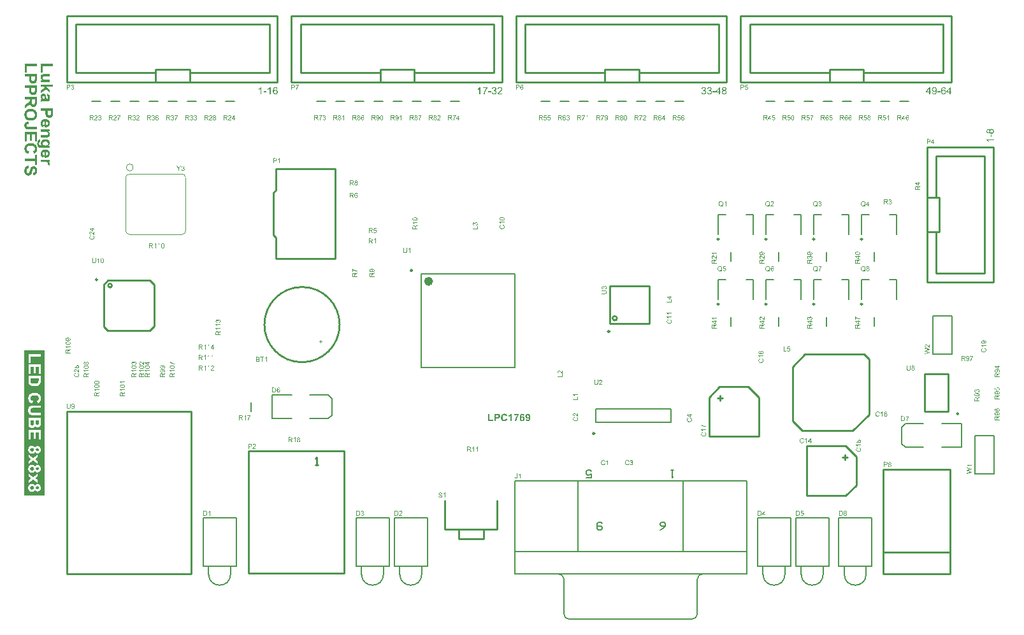
<source format=gto>
%FSAX24Y24*%
%MOIN*%
G70*
G01*
G75*
%ADD10R,0.0354X0.0315*%
%ADD11R,0.0315X0.0354*%
%ADD12R,0.0906X0.0906*%
%ADD13R,0.0472X0.0551*%
%ADD14O,0.0709X0.0118*%
%ADD15O,0.0118X0.0709*%
%ADD16R,0.0200X0.0591*%
%ADD17R,0.0551X0.0472*%
%ADD18R,0.0866X0.0866*%
%ADD19O,0.0236X0.0866*%
G04:AMPARAMS|DCode=20|XSize=74.8mil|YSize=126mil|CornerRadius=0mil|HoleSize=0mil|Usage=FLASHONLY|Rotation=180.000|XOffset=0mil|YOffset=0mil|HoleType=Round|Shape=Octagon|*
%AMOCTAGOND20*
4,1,8,0.0187,-0.0630,-0.0187,-0.0630,-0.0374,-0.0443,-0.0374,0.0443,-0.0187,0.0630,0.0187,0.0630,0.0374,0.0443,0.0374,-0.0443,0.0187,-0.0630,0.0*
%
%ADD20OCTAGOND20*%

%ADD21R,0.0236X0.0551*%
%ADD22R,0.0236X0.0709*%
%ADD23R,0.0400X0.1000*%
%ADD24R,0.1200X0.1450*%
%ADD25R,0.1000X0.0400*%
%ADD26R,0.0945X0.1220*%
%ADD27R,0.0866X0.0177*%
%ADD28R,0.0800X0.0250*%
%ADD29R,0.0472X0.0118*%
%ADD30R,0.0118X0.0472*%
%ADD31C,0.0100*%
%ADD32C,0.0200*%
%ADD33C,0.0150*%
%ADD34C,0.0250*%
%ADD35R,1.1300X0.1400*%
%ADD36R,0.1300X0.2500*%
%ADD37R,1.2150X0.1400*%
%ADD38R,0.2150X0.2800*%
%ADD39R,0.8800X0.1550*%
%ADD40R,0.1350X0.2500*%
%ADD41R,0.2750X0.0500*%
%ADD42R,0.3850X0.0850*%
%ADD43R,0.2650X0.1350*%
%ADD44R,0.0750X0.1300*%
%ADD45C,0.0300*%
%ADD46C,0.1181*%
%ADD47C,0.0400*%
%ADD48C,0.0600*%
%ADD49C,0.0591*%
%ADD50R,0.0591X0.0591*%
%ADD51C,0.0700*%
%ADD52C,0.0630*%
%ADD53C,0.1500*%
%ADD54R,0.0591X0.0591*%
%ADD55C,0.0800*%
%ADD56C,0.0500*%
%ADD57C,0.1400*%
%ADD58R,0.0600X0.0600*%
%ADD59C,0.1874*%
%ADD60R,0.0665X0.0665*%
%ADD61C,0.0665*%
%ADD62C,0.1575*%
%ADD63R,0.0394X0.0512*%
%ADD64R,0.0394X0.0709*%
%ADD65R,0.1100X0.1000*%
%ADD66O,0.0827X0.0177*%
%ADD67R,0.3750X0.0850*%
%ADD68C,0.0098*%
%ADD69C,0.0236*%
%ADD70C,0.0039*%
%ADD71C,0.0050*%
%ADD72C,0.0079*%
%ADD73C,0.0059*%
G36*
X031151Y034947D02*
X031153D01*
X031156Y034946D01*
X031163Y034945D01*
X031171Y034943D01*
X031179Y034940D01*
X031187Y034936D01*
X031191Y034933D01*
X031195Y034930D01*
X031196Y034930D01*
X031196Y034929D01*
X031197Y034928D01*
X031198Y034927D01*
X031200Y034925D01*
X031201Y034923D01*
X031206Y034918D01*
X031210Y034911D01*
X031213Y034903D01*
X031217Y034894D01*
X031219Y034884D01*
X031187Y034881D01*
Y034881D01*
X031187Y034882D01*
X031187Y034884D01*
X031186Y034887D01*
X031184Y034891D01*
X031183Y034896D01*
X031180Y034900D01*
X031178Y034904D01*
X031175Y034908D01*
X031174Y034908D01*
X031173Y034910D01*
X031170Y034912D01*
X031167Y034915D01*
X031162Y034917D01*
X031157Y034919D01*
X031150Y034921D01*
X031144Y034921D01*
X031141D01*
X031138Y034921D01*
X031135Y034920D01*
X031130Y034919D01*
X031126Y034918D01*
X031122Y034916D01*
X031117Y034913D01*
X031116Y034912D01*
X031115Y034911D01*
X031112Y034908D01*
X031109Y034905D01*
X031105Y034900D01*
X031101Y034895D01*
X031097Y034888D01*
X031093Y034881D01*
Y034881D01*
X031093Y034880D01*
X031093Y034879D01*
X031092Y034877D01*
X031092Y034875D01*
X031091Y034872D01*
X031090Y034869D01*
X031089Y034866D01*
X031088Y034862D01*
X031088Y034857D01*
X031087Y034852D01*
X031086Y034847D01*
X031086Y034841D01*
X031085Y034835D01*
X031085Y034829D01*
Y034822D01*
X031085Y034822D01*
X031087Y034825D01*
X031089Y034828D01*
X031093Y034831D01*
X031096Y034836D01*
X031101Y034840D01*
X031106Y034844D01*
X031112Y034848D01*
X031113D01*
X031113Y034848D01*
X031115Y034849D01*
X031119Y034850D01*
X031123Y034852D01*
X031128Y034854D01*
X031134Y034855D01*
X031140Y034856D01*
X031147Y034856D01*
X031150D01*
X031152Y034856D01*
X031155Y034855D01*
X031158Y034855D01*
X031162Y034854D01*
X031166Y034853D01*
X031174Y034851D01*
X031179Y034849D01*
X031183Y034846D01*
X031187Y034844D01*
X031192Y034841D01*
X031197Y034837D01*
X031201Y034833D01*
X031201Y034832D01*
X031202Y034832D01*
X031203Y034831D01*
X031204Y034829D01*
X031206Y034826D01*
X031208Y034824D01*
X031210Y034820D01*
X031212Y034817D01*
X031214Y034812D01*
X031216Y034808D01*
X031218Y034803D01*
X031220Y034798D01*
X031221Y034792D01*
X031222Y034786D01*
X031223Y034780D01*
X031223Y034773D01*
Y034773D01*
Y034772D01*
Y034771D01*
Y034769D01*
X031223Y034767D01*
Y034764D01*
X031221Y034758D01*
X031220Y034751D01*
X031218Y034744D01*
X031216Y034736D01*
X031212Y034728D01*
Y034728D01*
X031212Y034727D01*
X031211Y034726D01*
X031210Y034725D01*
X031208Y034721D01*
X031205Y034716D01*
X031201Y034711D01*
X031196Y034706D01*
X031190Y034701D01*
X031184Y034696D01*
X031183D01*
X031183Y034696D01*
X031182Y034695D01*
X031180Y034695D01*
X031177Y034693D01*
X031172Y034691D01*
X031166Y034689D01*
X031159Y034687D01*
X031151Y034686D01*
X031142Y034686D01*
X031140D01*
X031139Y034686D01*
X031136D01*
X031132Y034686D01*
X031129Y034687D01*
X031124Y034688D01*
X031120Y034689D01*
X031115Y034691D01*
X031109Y034693D01*
X031104Y034695D01*
X031099Y034698D01*
X031093Y034701D01*
X031088Y034705D01*
X031083Y034709D01*
X031078Y034714D01*
X031078Y034715D01*
X031077Y034716D01*
X031076Y034717D01*
X031075Y034720D01*
X031072Y034723D01*
X031070Y034727D01*
X031068Y034732D01*
X031066Y034737D01*
X031063Y034743D01*
X031061Y034750D01*
X031059Y034758D01*
X031058Y034767D01*
X031056Y034776D01*
X031055Y034787D01*
X031054Y034798D01*
X031053Y034810D01*
Y034810D01*
Y034810D01*
Y034811D01*
Y034813D01*
X031054Y034817D01*
Y034822D01*
X031054Y034828D01*
X031055Y034835D01*
X031056Y034842D01*
X031057Y034851D01*
X031058Y034859D01*
X031060Y034869D01*
X031062Y034878D01*
X031065Y034886D01*
X031068Y034895D01*
X031072Y034903D01*
X031076Y034911D01*
X031081Y034918D01*
X031081Y034918D01*
X031082Y034919D01*
X031083Y034920D01*
X031085Y034922D01*
X031088Y034925D01*
X031090Y034927D01*
X031094Y034930D01*
X031098Y034932D01*
X031102Y034935D01*
X031107Y034938D01*
X031113Y034940D01*
X031118Y034943D01*
X031124Y034945D01*
X031131Y034946D01*
X031138Y034947D01*
X031146Y034947D01*
X031149D01*
X031151Y034947D01*
D02*
G37*
G36*
X030932Y034946D02*
X030935D01*
X030943Y034945D01*
X030951Y034944D01*
X030960Y034943D01*
X030968Y034941D01*
X030972Y034940D01*
X030975Y034939D01*
X030976D01*
X030976Y034939D01*
X030978Y034938D01*
X030982Y034936D01*
X030986Y034933D01*
X030990Y034930D01*
X030995Y034926D01*
X030999Y034921D01*
X031004Y034915D01*
Y034914D01*
X031004Y034914D01*
X031006Y034912D01*
X031007Y034908D01*
X031009Y034903D01*
X031011Y034898D01*
X031013Y034891D01*
X031014Y034884D01*
X031015Y034876D01*
Y034876D01*
Y034875D01*
Y034874D01*
X031014Y034872D01*
Y034869D01*
X031014Y034866D01*
X031012Y034860D01*
X031010Y034853D01*
X031007Y034845D01*
X031003Y034837D01*
X031000Y034834D01*
X030997Y034830D01*
X030996Y034829D01*
X030996Y034829D01*
X030995Y034828D01*
X030994Y034827D01*
X030992Y034825D01*
X030989Y034824D01*
X030986Y034822D01*
X030984Y034820D01*
X030980Y034818D01*
X030976Y034816D01*
X030971Y034814D01*
X030967Y034812D01*
X030961Y034811D01*
X030955Y034809D01*
X030949Y034808D01*
X030942Y034807D01*
X030943Y034806D01*
X030945Y034805D01*
X030947Y034804D01*
X030950Y034802D01*
X030957Y034798D01*
X030960Y034796D01*
X030963Y034794D01*
X030964Y034793D01*
X030965Y034791D01*
X030968Y034788D01*
X030972Y034784D01*
X030976Y034779D01*
X030981Y034774D01*
X030986Y034767D01*
X030991Y034760D01*
X031035Y034690D01*
X030993D01*
X030959Y034743D01*
Y034744D01*
X030958Y034744D01*
X030958Y034746D01*
X030957Y034747D01*
X030954Y034751D01*
X030951Y034756D01*
X030947Y034762D01*
X030942Y034768D01*
X030938Y034773D01*
X030935Y034778D01*
X030934Y034779D01*
X030933Y034780D01*
X030931Y034783D01*
X030929Y034785D01*
X030923Y034791D01*
X030920Y034793D01*
X030917Y034795D01*
X030917Y034796D01*
X030916Y034796D01*
X030915Y034797D01*
X030912Y034798D01*
X030910Y034799D01*
X030908Y034800D01*
X030902Y034802D01*
X030901D01*
X030901Y034802D01*
X030899D01*
X030897Y034803D01*
X030895Y034803D01*
X030892D01*
X030888Y034804D01*
X030844D01*
Y034690D01*
X030810D01*
Y034946D01*
X030929D01*
X030932Y034946D01*
D02*
G37*
G36*
X032203Y033073D02*
X032100D01*
X032086Y033004D01*
X032087Y033004D01*
X032087Y033004D01*
X032089Y033005D01*
X032090Y033006D01*
X032093Y033007D01*
X032095Y033009D01*
X032101Y033012D01*
X032109Y033015D01*
X032117Y033017D01*
X032126Y033019D01*
X032130Y033020D01*
X032138D01*
X032140Y033019D01*
X032143Y033019D01*
X032147Y033019D01*
X032150Y033018D01*
X032154Y033017D01*
X032163Y033014D01*
X032168Y033012D01*
X032173Y033010D01*
X032178Y033007D01*
X032183Y033004D01*
X032187Y033001D01*
X032191Y032997D01*
X032192Y032996D01*
X032193Y032995D01*
X032194Y032994D01*
X032195Y032992D01*
X032197Y032990D01*
X032199Y032987D01*
X032201Y032984D01*
X032203Y032980D01*
X032205Y032976D01*
X032207Y032972D01*
X032209Y032967D01*
X032211Y032961D01*
X032213Y032956D01*
X032214Y032950D01*
X032214Y032943D01*
X032215Y032937D01*
Y032936D01*
Y032935D01*
Y032933D01*
X032214Y032931D01*
X032214Y032928D01*
X032214Y032924D01*
X032213Y032920D01*
X032212Y032916D01*
X032210Y032907D01*
X032206Y032897D01*
X032204Y032891D01*
X032201Y032887D01*
X032198Y032881D01*
X032194Y032877D01*
X032194Y032876D01*
X032193Y032875D01*
X032192Y032874D01*
X032190Y032872D01*
X032187Y032870D01*
X032184Y032867D01*
X032181Y032864D01*
X032177Y032861D01*
X032172Y032858D01*
X032167Y032856D01*
X032161Y032853D01*
X032156Y032850D01*
X032149Y032849D01*
X032142Y032847D01*
X032135Y032846D01*
X032127Y032846D01*
X032124D01*
X032121Y032846D01*
X032118Y032846D01*
X032115Y032847D01*
X032111Y032847D01*
X032107Y032848D01*
X032097Y032850D01*
X032088Y032854D01*
X032083Y032856D01*
X032079Y032859D01*
X032074Y032861D01*
X032070Y032865D01*
X032069Y032865D01*
X032069Y032866D01*
X032068Y032867D01*
X032066Y032868D01*
X032065Y032870D01*
X032063Y032873D01*
X032060Y032876D01*
X032059Y032879D01*
X032056Y032882D01*
X032054Y032886D01*
X032050Y032895D01*
X032047Y032905D01*
X032046Y032911D01*
X032045Y032917D01*
X032078Y032920D01*
Y032919D01*
Y032918D01*
X032078Y032917D01*
X032079Y032915D01*
X032080Y032911D01*
X032081Y032906D01*
X032083Y032900D01*
X032086Y032894D01*
X032090Y032888D01*
X032095Y032883D01*
X032095Y032883D01*
X032097Y032881D01*
X032100Y032880D01*
X032104Y032877D01*
X032108Y032875D01*
X032114Y032873D01*
X032120Y032872D01*
X032127Y032871D01*
X032129D01*
X032131Y032872D01*
X032135Y032872D01*
X032140Y032874D01*
X032147Y032876D01*
X032153Y032878D01*
X032160Y032883D01*
X032163Y032886D01*
X032166Y032888D01*
X032166Y032889D01*
X032166Y032889D01*
X032167Y032890D01*
X032168Y032891D01*
X032171Y032896D01*
X032174Y032901D01*
X032176Y032907D01*
X032179Y032915D01*
X032181Y032924D01*
X032181Y032929D01*
Y032934D01*
Y032934D01*
Y032935D01*
Y032937D01*
X032181Y032938D01*
Y032941D01*
X032181Y032943D01*
X032180Y032949D01*
X032178Y032956D01*
X032175Y032963D01*
X032171Y032970D01*
X032166Y032976D01*
Y032977D01*
X032166Y032977D01*
X032164Y032979D01*
X032160Y032981D01*
X032156Y032984D01*
X032150Y032987D01*
X032143Y032989D01*
X032136Y032991D01*
X032131Y032992D01*
X032124D01*
X032121Y032992D01*
X032117Y032991D01*
X032113Y032990D01*
X032109Y032989D01*
X032104Y032987D01*
X032099Y032985D01*
X032099Y032985D01*
X032097Y032984D01*
X032095Y032982D01*
X032092Y032980D01*
X032089Y032978D01*
X032086Y032974D01*
X032083Y032971D01*
X032080Y032967D01*
X032050Y032971D01*
X032075Y033103D01*
X032203D01*
Y033073D01*
D02*
G37*
G36*
X031200Y030733D02*
X031147Y030699D01*
X031146D01*
X031146Y030698D01*
X031144Y030698D01*
X031143Y030697D01*
X031139Y030694D01*
X031134Y030691D01*
X031128Y030687D01*
X031122Y030682D01*
X031117Y030678D01*
X031112Y030675D01*
X031111Y030674D01*
X031110Y030673D01*
X031107Y030671D01*
X031105Y030669D01*
X031099Y030663D01*
X031097Y030660D01*
X031095Y030657D01*
X031094Y030657D01*
X031094Y030656D01*
X031093Y030655D01*
X031092Y030652D01*
X031091Y030650D01*
X031090Y030648D01*
X031088Y030642D01*
Y030641D01*
X031088Y030641D01*
Y030639D01*
X031087Y030637D01*
X031087Y030635D01*
Y030632D01*
X031086Y030628D01*
Y030623D01*
Y030584D01*
X031200D01*
Y030550D01*
X030944D01*
Y030663D01*
Y030664D01*
Y030665D01*
Y030667D01*
Y030669D01*
X030944Y030672D01*
Y030675D01*
X030945Y030683D01*
X030946Y030691D01*
X030947Y030700D01*
X030949Y030708D01*
X030950Y030712D01*
X030951Y030715D01*
Y030716D01*
X030951Y030716D01*
X030952Y030718D01*
X030954Y030722D01*
X030957Y030726D01*
X030960Y030730D01*
X030964Y030735D01*
X030969Y030739D01*
X030975Y030744D01*
X030976D01*
X030976Y030744D01*
X030978Y030746D01*
X030982Y030747D01*
X030987Y030749D01*
X030992Y030751D01*
X030999Y030753D01*
X031006Y030754D01*
X031014Y030755D01*
X031016D01*
X031018Y030754D01*
X031021D01*
X031024Y030754D01*
X031030Y030752D01*
X031037Y030750D01*
X031045Y030747D01*
X031053Y030743D01*
X031056Y030740D01*
X031060Y030737D01*
X031061Y030736D01*
X031061Y030736D01*
X031062Y030735D01*
X031063Y030734D01*
X031065Y030732D01*
X031066Y030729D01*
X031068Y030726D01*
X031070Y030724D01*
X031072Y030720D01*
X031074Y030716D01*
X031076Y030711D01*
X031078Y030707D01*
X031079Y030701D01*
X031081Y030695D01*
X031082Y030689D01*
X031083Y030682D01*
X031084Y030683D01*
X031085Y030685D01*
X031086Y030687D01*
X031088Y030690D01*
X031092Y030697D01*
X031094Y030700D01*
X031096Y030703D01*
X031097Y030704D01*
X031099Y030705D01*
X031102Y030708D01*
X031106Y030712D01*
X031111Y030716D01*
X031116Y030721D01*
X031123Y030726D01*
X031130Y030731D01*
X031200Y030775D01*
Y030733D01*
D02*
G37*
G36*
X030932Y035596D02*
X030935D01*
X030943Y035595D01*
X030951Y035594D01*
X030960Y035593D01*
X030968Y035591D01*
X030972Y035590D01*
X030975Y035589D01*
X030976D01*
X030976Y035589D01*
X030978Y035588D01*
X030982Y035586D01*
X030986Y035583D01*
X030990Y035580D01*
X030995Y035576D01*
X030999Y035571D01*
X031004Y035565D01*
Y035564D01*
X031004Y035564D01*
X031006Y035562D01*
X031007Y035558D01*
X031009Y035553D01*
X031011Y035548D01*
X031013Y035541D01*
X031014Y035534D01*
X031015Y035526D01*
Y035526D01*
Y035525D01*
Y035524D01*
X031014Y035522D01*
Y035519D01*
X031014Y035516D01*
X031012Y035510D01*
X031010Y035503D01*
X031007Y035495D01*
X031003Y035487D01*
X031000Y035484D01*
X030997Y035480D01*
X030996Y035479D01*
X030996Y035479D01*
X030995Y035478D01*
X030994Y035477D01*
X030992Y035475D01*
X030989Y035474D01*
X030986Y035472D01*
X030984Y035470D01*
X030980Y035468D01*
X030976Y035466D01*
X030971Y035464D01*
X030967Y035462D01*
X030961Y035461D01*
X030955Y035459D01*
X030949Y035458D01*
X030942Y035457D01*
X030943Y035456D01*
X030945Y035455D01*
X030947Y035454D01*
X030950Y035452D01*
X030957Y035448D01*
X030960Y035446D01*
X030963Y035444D01*
X030964Y035443D01*
X030965Y035441D01*
X030968Y035438D01*
X030972Y035434D01*
X030976Y035429D01*
X030981Y035424D01*
X030986Y035417D01*
X030991Y035410D01*
X031035Y035340D01*
X030993D01*
X030959Y035393D01*
Y035394D01*
X030958Y035394D01*
X030958Y035396D01*
X030957Y035397D01*
X030954Y035401D01*
X030951Y035406D01*
X030947Y035412D01*
X030942Y035418D01*
X030938Y035423D01*
X030935Y035428D01*
X030934Y035429D01*
X030933Y035430D01*
X030931Y035433D01*
X030929Y035435D01*
X030923Y035441D01*
X030920Y035443D01*
X030917Y035445D01*
X030917Y035446D01*
X030916Y035446D01*
X030915Y035447D01*
X030912Y035448D01*
X030910Y035449D01*
X030908Y035450D01*
X030902Y035452D01*
X030901D01*
X030901Y035452D01*
X030899D01*
X030897Y035453D01*
X030895Y035453D01*
X030892D01*
X030888Y035454D01*
X030844D01*
Y035340D01*
X030810D01*
Y035596D01*
X030929D01*
X030932Y035596D01*
D02*
G37*
G36*
X031144Y035597D02*
X031147Y035596D01*
X031150Y035596D01*
X031154Y035596D01*
X031157Y035595D01*
X031166Y035592D01*
X031175Y035589D01*
X031180Y035587D01*
X031184Y035584D01*
X031188Y035581D01*
X031192Y035578D01*
X031193Y035577D01*
X031193Y035577D01*
X031194Y035576D01*
X031196Y035574D01*
X031197Y035572D01*
X031199Y035570D01*
X031203Y035564D01*
X031206Y035557D01*
X031210Y035549D01*
X031212Y035540D01*
X031213Y035535D01*
X031213Y035530D01*
Y035529D01*
Y035529D01*
Y035527D01*
X031213Y035524D01*
X031212Y035519D01*
X031211Y035514D01*
X031209Y035509D01*
X031207Y035504D01*
X031203Y035499D01*
X031203Y035498D01*
X031201Y035497D01*
X031199Y035494D01*
X031196Y035491D01*
X031192Y035488D01*
X031187Y035485D01*
X031182Y035481D01*
X031175Y035478D01*
X031176D01*
X031176Y035478D01*
X031177Y035478D01*
X031179Y035477D01*
X031183Y035475D01*
X031189Y035472D01*
X031194Y035469D01*
X031200Y035465D01*
X031206Y035460D01*
X031211Y035454D01*
Y035453D01*
X031211Y035453D01*
X031213Y035451D01*
X031215Y035447D01*
X031217Y035442D01*
X031219Y035436D01*
X031221Y035429D01*
X031223Y035421D01*
X031223Y035413D01*
Y035413D01*
Y035411D01*
Y035410D01*
X031223Y035407D01*
X031223Y035405D01*
X031222Y035401D01*
X031221Y035398D01*
X031220Y035394D01*
X031218Y035385D01*
X031216Y035380D01*
X031213Y035376D01*
X031211Y035371D01*
X031208Y035367D01*
X031204Y035362D01*
X031200Y035358D01*
X031200Y035357D01*
X031199Y035357D01*
X031198Y035356D01*
X031196Y035354D01*
X031193Y035353D01*
X031191Y035351D01*
X031187Y035349D01*
X031184Y035347D01*
X031180Y035344D01*
X031175Y035343D01*
X031170Y035341D01*
X031164Y035339D01*
X031159Y035338D01*
X031152Y035337D01*
X031146Y035336D01*
X031139Y035336D01*
X031135D01*
X031133Y035336D01*
X031129Y035336D01*
X031126Y035337D01*
X031122Y035337D01*
X031117Y035339D01*
X031107Y035341D01*
X031102Y035343D01*
X031097Y035345D01*
X031092Y035347D01*
X031087Y035350D01*
X031082Y035354D01*
X031078Y035358D01*
X031077Y035358D01*
X031076Y035359D01*
X031075Y035360D01*
X031074Y035362D01*
X031072Y035364D01*
X031070Y035367D01*
X031068Y035370D01*
X031066Y035373D01*
X031064Y035377D01*
X031062Y035381D01*
X031058Y035391D01*
X031057Y035396D01*
X031056Y035402D01*
X031055Y035408D01*
X031055Y035414D01*
Y035414D01*
Y035415D01*
Y035416D01*
X031055Y035418D01*
Y035420D01*
X031055Y035423D01*
X031056Y035428D01*
X031058Y035435D01*
X031060Y035442D01*
X031063Y035449D01*
X031067Y035455D01*
Y035456D01*
X031068Y035456D01*
X031069Y035458D01*
X031072Y035461D01*
X031076Y035465D01*
X031082Y035468D01*
X031088Y035472D01*
X031095Y035476D01*
X031103Y035478D01*
X031103D01*
X031103Y035479D01*
X031102Y035479D01*
X031100Y035480D01*
X031097Y035481D01*
X031092Y035484D01*
X031088Y035487D01*
X031083Y035490D01*
X031078Y035494D01*
X031074Y035499D01*
X031074Y035499D01*
X031073Y035501D01*
X031071Y035504D01*
X031070Y035508D01*
X031068Y035512D01*
X031066Y035518D01*
X031065Y035524D01*
X031065Y035531D01*
Y035531D01*
Y035532D01*
Y035534D01*
X031065Y035536D01*
X031066Y035538D01*
X031066Y035541D01*
X031068Y035547D01*
X031070Y035555D01*
X031073Y035562D01*
X031076Y035566D01*
X031078Y035571D01*
X031082Y035574D01*
X031085Y035578D01*
X031085Y035578D01*
X031086Y035579D01*
X031087Y035580D01*
X031089Y035581D01*
X031090Y035582D01*
X031093Y035584D01*
X031096Y035586D01*
X031099Y035588D01*
X031103Y035589D01*
X031107Y035591D01*
X031111Y035593D01*
X031116Y035594D01*
X031126Y035596D01*
X031132Y035597D01*
X031138Y035597D01*
X031142D01*
X031144Y035597D01*
D02*
G37*
G36*
X030972Y030963D02*
X030973Y030962D01*
X030975Y030960D01*
X030977Y030959D01*
X030979Y030957D01*
X030982Y030954D01*
X030986Y030951D01*
X030991Y030947D01*
X030995Y030944D01*
X031000Y030940D01*
X031006Y030936D01*
X031012Y030932D01*
X031019Y030927D01*
X031026Y030923D01*
X031033Y030919D01*
X031041Y030914D01*
X031042Y030914D01*
X031043Y030913D01*
X031045Y030912D01*
X031049Y030910D01*
X031053Y030908D01*
X031057Y030906D01*
X031062Y030903D01*
X031068Y030901D01*
X031075Y030898D01*
X031082Y030894D01*
X031089Y030892D01*
X031097Y030889D01*
X031113Y030883D01*
X031130Y030877D01*
X031130D01*
X031131Y030877D01*
X031133Y030876D01*
X031135Y030876D01*
X031138Y030875D01*
X031142Y030874D01*
X031146Y030873D01*
X031150Y030872D01*
X031156Y030871D01*
X031161Y030870D01*
X031173Y030868D01*
X031186Y030866D01*
X031200Y030865D01*
Y030833D01*
X031197D01*
X031195Y030833D01*
X031192D01*
X031188Y030834D01*
X031184Y030834D01*
X031180Y030835D01*
X031174Y030835D01*
X031169Y030836D01*
X031163Y030837D01*
X031157Y030838D01*
X031150Y030839D01*
X031143Y030841D01*
X031127Y030845D01*
X031127D01*
X031126Y030845D01*
X031123Y030846D01*
X031120Y030847D01*
X031116Y030848D01*
X031112Y030849D01*
X031107Y030851D01*
X031101Y030853D01*
X031095Y030855D01*
X031089Y030857D01*
X031075Y030863D01*
X031060Y030870D01*
X031045Y030877D01*
X031045Y030877D01*
X031043Y030878D01*
X031041Y030879D01*
X031038Y030881D01*
X031035Y030883D01*
X031031Y030885D01*
X031026Y030888D01*
X031022Y030891D01*
X031011Y030898D01*
X031000Y030905D01*
X030988Y030914D01*
X030978Y030923D01*
Y030797D01*
X030947D01*
Y030963D01*
X030972D01*
X030972Y030963D01*
D02*
G37*
G36*
X031922Y033106D02*
X031925D01*
X031933Y033105D01*
X031941Y033104D01*
X031950Y033103D01*
X031958Y033101D01*
X031962Y033100D01*
X031965Y033099D01*
X031966D01*
X031966Y033099D01*
X031968Y033098D01*
X031972Y033096D01*
X031976Y033093D01*
X031980Y033090D01*
X031985Y033086D01*
X031989Y033081D01*
X031994Y033075D01*
Y033074D01*
X031994Y033074D01*
X031996Y033072D01*
X031997Y033068D01*
X031999Y033063D01*
X032001Y033058D01*
X032003Y033051D01*
X032004Y033044D01*
X032005Y033036D01*
Y033036D01*
Y033035D01*
Y033034D01*
X032004Y033032D01*
Y033029D01*
X032004Y033026D01*
X032002Y033020D01*
X032000Y033013D01*
X031997Y033005D01*
X031993Y032997D01*
X031990Y032994D01*
X031987Y032990D01*
X031986Y032989D01*
X031986Y032989D01*
X031985Y032988D01*
X031984Y032987D01*
X031982Y032985D01*
X031979Y032984D01*
X031976Y032982D01*
X031974Y032980D01*
X031970Y032978D01*
X031966Y032976D01*
X031961Y032974D01*
X031957Y032972D01*
X031951Y032971D01*
X031945Y032969D01*
X031939Y032968D01*
X031932Y032967D01*
X031933Y032966D01*
X031935Y032965D01*
X031937Y032964D01*
X031940Y032962D01*
X031947Y032958D01*
X031950Y032956D01*
X031953Y032954D01*
X031954Y032953D01*
X031955Y032951D01*
X031958Y032948D01*
X031962Y032944D01*
X031966Y032939D01*
X031971Y032934D01*
X031976Y032927D01*
X031981Y032920D01*
X032025Y032850D01*
X031983D01*
X031949Y032903D01*
Y032904D01*
X031948Y032904D01*
X031948Y032905D01*
X031947Y032907D01*
X031944Y032911D01*
X031941Y032916D01*
X031937Y032922D01*
X031932Y032928D01*
X031928Y032933D01*
X031925Y032938D01*
X031924Y032939D01*
X031923Y032940D01*
X031921Y032943D01*
X031919Y032945D01*
X031913Y032951D01*
X031910Y032953D01*
X031907Y032955D01*
X031907Y032956D01*
X031906Y032956D01*
X031905Y032957D01*
X031902Y032958D01*
X031900Y032959D01*
X031898Y032960D01*
X031892Y032962D01*
X031891D01*
X031891Y032962D01*
X031889D01*
X031887Y032963D01*
X031885Y032963D01*
X031882D01*
X031878Y032964D01*
X031834D01*
Y032850D01*
X031800D01*
Y033106D01*
X031919D01*
X031922Y033106D01*
D02*
G37*
G36*
X032163Y032300D02*
X032132D01*
Y032500D01*
X032132Y032500D01*
X032130Y032498D01*
X032127Y032496D01*
X032124Y032494D01*
X032120Y032490D01*
X032115Y032486D01*
X032109Y032482D01*
X032102Y032478D01*
X032102D01*
X032101Y032478D01*
X032099Y032476D01*
X032095Y032475D01*
X032091Y032472D01*
X032086Y032470D01*
X032080Y032467D01*
X032075Y032465D01*
X032069Y032462D01*
Y032493D01*
X032069D01*
X032070Y032494D01*
X032072Y032494D01*
X032073Y032495D01*
X032076Y032496D01*
X032078Y032498D01*
X032085Y032501D01*
X032092Y032505D01*
X032099Y032511D01*
X032107Y032516D01*
X032115Y032523D01*
X032115Y032523D01*
X032116Y032523D01*
X032117Y032525D01*
X032118Y032526D01*
X032122Y032529D01*
X032126Y032534D01*
X032130Y032539D01*
X032135Y032545D01*
X032139Y032551D01*
X032143Y032557D01*
X032163D01*
Y032300D01*
D02*
G37*
G36*
X031922Y032556D02*
X031925D01*
X031933Y032555D01*
X031941Y032554D01*
X031950Y032553D01*
X031958Y032551D01*
X031962Y032550D01*
X031965Y032549D01*
X031966D01*
X031966Y032549D01*
X031968Y032548D01*
X031972Y032546D01*
X031976Y032543D01*
X031980Y032540D01*
X031985Y032536D01*
X031989Y032531D01*
X031994Y032525D01*
Y032524D01*
X031994Y032524D01*
X031996Y032522D01*
X031997Y032518D01*
X031999Y032513D01*
X032001Y032508D01*
X032003Y032501D01*
X032004Y032494D01*
X032005Y032486D01*
Y032486D01*
Y032485D01*
Y032484D01*
X032004Y032482D01*
Y032479D01*
X032004Y032476D01*
X032002Y032470D01*
X032000Y032463D01*
X031997Y032455D01*
X031993Y032447D01*
X031990Y032444D01*
X031987Y032440D01*
X031986Y032439D01*
X031986Y032439D01*
X031985Y032438D01*
X031984Y032437D01*
X031982Y032435D01*
X031979Y032434D01*
X031976Y032432D01*
X031974Y032430D01*
X031970Y032428D01*
X031966Y032426D01*
X031961Y032424D01*
X031957Y032422D01*
X031951Y032421D01*
X031945Y032419D01*
X031939Y032418D01*
X031932Y032417D01*
X031933Y032416D01*
X031935Y032415D01*
X031937Y032414D01*
X031940Y032412D01*
X031947Y032408D01*
X031950Y032406D01*
X031953Y032404D01*
X031954Y032403D01*
X031955Y032401D01*
X031958Y032398D01*
X031962Y032394D01*
X031966Y032389D01*
X031971Y032384D01*
X031976Y032377D01*
X031981Y032370D01*
X032025Y032300D01*
X031983D01*
X031949Y032353D01*
Y032354D01*
X031948Y032354D01*
X031948Y032355D01*
X031947Y032357D01*
X031944Y032361D01*
X031941Y032366D01*
X031937Y032372D01*
X031932Y032378D01*
X031928Y032383D01*
X031925Y032388D01*
X031924Y032389D01*
X031923Y032390D01*
X031921Y032392D01*
X031919Y032395D01*
X031913Y032401D01*
X031910Y032403D01*
X031907Y032405D01*
X031907Y032406D01*
X031906Y032406D01*
X031905Y032407D01*
X031902Y032408D01*
X031900Y032409D01*
X031898Y032410D01*
X031892Y032412D01*
X031891D01*
X031891Y032412D01*
X031889D01*
X031887Y032413D01*
X031885Y032413D01*
X031882D01*
X031878Y032414D01*
X031834D01*
Y032300D01*
X031800D01*
Y032556D01*
X031919D01*
X031922Y032556D01*
D02*
G37*
G36*
X057916Y031107D02*
X057919Y031106D01*
X057923Y031106D01*
X057926Y031106D01*
X057930Y031105D01*
X057939Y031102D01*
X057948Y031099D01*
X057952Y031097D01*
X057957Y031094D01*
X057961Y031091D01*
X057965Y031088D01*
X057965Y031087D01*
X057966Y031087D01*
X057967Y031086D01*
X057968Y031084D01*
X057970Y031082D01*
X057971Y031080D01*
X057975Y031074D01*
X057979Y031067D01*
X057982Y031059D01*
X057985Y031050D01*
X057985Y031045D01*
X057985Y031040D01*
Y031039D01*
Y031039D01*
Y031037D01*
X057985Y031034D01*
X057984Y031029D01*
X057983Y031024D01*
X057981Y031019D01*
X057979Y031014D01*
X057976Y031009D01*
X057976Y031008D01*
X057974Y031007D01*
X057972Y031004D01*
X057969Y031001D01*
X057965Y030998D01*
X057960Y030995D01*
X057954Y030991D01*
X057948Y030988D01*
X057948D01*
X057949Y030988D01*
X057950Y030988D01*
X057951Y030987D01*
X057956Y030985D01*
X057961Y030982D01*
X057967Y030979D01*
X057973Y030975D01*
X057978Y030970D01*
X057983Y030964D01*
Y030963D01*
X057984Y030963D01*
X057985Y030961D01*
X057987Y030957D01*
X057990Y030952D01*
X057992Y030946D01*
X057994Y030939D01*
X057995Y030931D01*
X057996Y030923D01*
Y030923D01*
Y030921D01*
Y030920D01*
X057995Y030917D01*
X057995Y030915D01*
X057995Y030911D01*
X057994Y030908D01*
X057993Y030904D01*
X057990Y030895D01*
X057988Y030890D01*
X057986Y030886D01*
X057983Y030881D01*
X057980Y030877D01*
X057977Y030872D01*
X057973Y030868D01*
X057972Y030867D01*
X057971Y030867D01*
X057970Y030866D01*
X057968Y030864D01*
X057966Y030863D01*
X057963Y030861D01*
X057960Y030859D01*
X057956Y030857D01*
X057952Y030854D01*
X057947Y030853D01*
X057942Y030851D01*
X057937Y030849D01*
X057931Y030848D01*
X057925Y030847D01*
X057919Y030846D01*
X057911Y030846D01*
X057908D01*
X057905Y030846D01*
X057902Y030846D01*
X057898Y030847D01*
X057894Y030847D01*
X057890Y030849D01*
X057880Y030851D01*
X057874Y030853D01*
X057870Y030855D01*
X057864Y030857D01*
X057859Y030860D01*
X057855Y030864D01*
X057850Y030868D01*
X057850Y030868D01*
X057849Y030869D01*
X057848Y030870D01*
X057846Y030872D01*
X057845Y030874D01*
X057843Y030877D01*
X057841Y030880D01*
X057839Y030883D01*
X057836Y030887D01*
X057835Y030891D01*
X057831Y030901D01*
X057829Y030906D01*
X057828Y030912D01*
X057828Y030918D01*
X057827Y030924D01*
Y030924D01*
Y030925D01*
Y030926D01*
X057828Y030928D01*
Y030930D01*
X057828Y030933D01*
X057829Y030938D01*
X057830Y030945D01*
X057832Y030952D01*
X057836Y030959D01*
X057840Y030965D01*
Y030966D01*
X057840Y030966D01*
X057842Y030968D01*
X057845Y030971D01*
X057849Y030975D01*
X057854Y030978D01*
X057860Y030982D01*
X057867Y030986D01*
X057876Y030988D01*
X057876D01*
X057875Y030989D01*
X057874Y030989D01*
X057873Y030990D01*
X057869Y030991D01*
X057865Y030994D01*
X057860Y030997D01*
X057855Y031000D01*
X057851Y031004D01*
X057847Y031009D01*
X057846Y031009D01*
X057845Y031011D01*
X057844Y031014D01*
X057842Y031018D01*
X057840Y031022D01*
X057839Y031028D01*
X057838Y031034D01*
X057837Y031041D01*
Y031041D01*
Y031042D01*
Y031044D01*
X057838Y031046D01*
X057838Y031048D01*
X057839Y031051D01*
X057840Y031057D01*
X057842Y031065D01*
X057846Y031072D01*
X057848Y031076D01*
X057851Y031081D01*
X057854Y031084D01*
X057857Y031088D01*
X057858Y031088D01*
X057859Y031089D01*
X057860Y031090D01*
X057861Y031091D01*
X057863Y031092D01*
X057866Y031094D01*
X057869Y031096D01*
X057872Y031098D01*
X057875Y031099D01*
X057879Y031101D01*
X057884Y031103D01*
X057889Y031104D01*
X057899Y031106D01*
X057905Y031107D01*
X057911Y031107D01*
X057914D01*
X057916Y031107D01*
D02*
G37*
G36*
X058872Y034606D02*
X058875D01*
X058883Y034605D01*
X058891Y034604D01*
X058900Y034603D01*
X058908Y034601D01*
X058912Y034600D01*
X058915Y034599D01*
X058916D01*
X058916Y034599D01*
X058918Y034598D01*
X058922Y034596D01*
X058926Y034593D01*
X058930Y034590D01*
X058935Y034586D01*
X058939Y034581D01*
X058944Y034575D01*
Y034574D01*
X058944Y034574D01*
X058946Y034572D01*
X058947Y034568D01*
X058949Y034563D01*
X058951Y034558D01*
X058953Y034551D01*
X058954Y034544D01*
X058955Y034536D01*
Y034536D01*
Y034535D01*
Y034534D01*
X058954Y034532D01*
Y034529D01*
X058954Y034526D01*
X058952Y034520D01*
X058950Y034513D01*
X058947Y034505D01*
X058943Y034497D01*
X058940Y034494D01*
X058937Y034490D01*
X058936Y034489D01*
X058936Y034489D01*
X058935Y034488D01*
X058934Y034487D01*
X058932Y034485D01*
X058929Y034484D01*
X058926Y034482D01*
X058924Y034480D01*
X058920Y034478D01*
X058916Y034476D01*
X058911Y034474D01*
X058907Y034472D01*
X058901Y034471D01*
X058895Y034469D01*
X058889Y034468D01*
X058882Y034467D01*
X058883Y034466D01*
X058885Y034465D01*
X058887Y034464D01*
X058890Y034462D01*
X058897Y034458D01*
X058900Y034456D01*
X058903Y034454D01*
X058904Y034453D01*
X058905Y034451D01*
X058908Y034448D01*
X058912Y034444D01*
X058916Y034439D01*
X058921Y034434D01*
X058926Y034427D01*
X058931Y034420D01*
X058975Y034350D01*
X058933D01*
X058899Y034403D01*
Y034404D01*
X058898Y034404D01*
X058898Y034406D01*
X058897Y034407D01*
X058894Y034411D01*
X058891Y034416D01*
X058887Y034422D01*
X058882Y034428D01*
X058878Y034433D01*
X058875Y034438D01*
X058874Y034439D01*
X058873Y034440D01*
X058871Y034443D01*
X058869Y034445D01*
X058863Y034451D01*
X058860Y034453D01*
X058857Y034455D01*
X058857Y034456D01*
X058856Y034456D01*
X058855Y034457D01*
X058852Y034458D01*
X058850Y034459D01*
X058848Y034460D01*
X058842Y034462D01*
X058841D01*
X058841Y034462D01*
X058839D01*
X058837Y034463D01*
X058835Y034463D01*
X058832D01*
X058828Y034464D01*
X058784D01*
Y034350D01*
X058750D01*
Y034606D01*
X058869D01*
X058872Y034606D01*
D02*
G37*
G36*
X060589Y035477D02*
X060650D01*
Y035446D01*
X060589D01*
Y035334D01*
X060560D01*
X060394Y035452D01*
Y035477D01*
X060560D01*
Y035512D01*
X060589D01*
Y035477D01*
D02*
G37*
G36*
X060650Y035283D02*
X060597Y035249D01*
X060596D01*
X060596Y035248D01*
X060595Y035248D01*
X060593Y035247D01*
X060589Y035244D01*
X060584Y035241D01*
X060578Y035237D01*
X060572Y035232D01*
X060567Y035228D01*
X060562Y035225D01*
X060561Y035224D01*
X060560Y035223D01*
X060557Y035221D01*
X060555Y035219D01*
X060549Y035213D01*
X060547Y035210D01*
X060545Y035207D01*
X060544Y035207D01*
X060544Y035206D01*
X060543Y035205D01*
X060542Y035202D01*
X060541Y035200D01*
X060540Y035198D01*
X060538Y035192D01*
Y035191D01*
X060538Y035191D01*
Y035189D01*
X060537Y035187D01*
X060537Y035185D01*
Y035182D01*
X060536Y035178D01*
Y035173D01*
Y035134D01*
X060650D01*
Y035100D01*
X060394D01*
Y035213D01*
Y035214D01*
Y035215D01*
Y035217D01*
Y035219D01*
X060394Y035222D01*
Y035225D01*
X060395Y035233D01*
X060396Y035241D01*
X060397Y035250D01*
X060399Y035258D01*
X060400Y035262D01*
X060401Y035265D01*
Y035266D01*
X060401Y035266D01*
X060402Y035268D01*
X060404Y035272D01*
X060407Y035276D01*
X060410Y035280D01*
X060414Y035285D01*
X060419Y035289D01*
X060425Y035294D01*
X060426D01*
X060426Y035294D01*
X060428Y035296D01*
X060432Y035297D01*
X060437Y035299D01*
X060442Y035301D01*
X060449Y035303D01*
X060456Y035304D01*
X060464Y035305D01*
X060466D01*
X060468Y035304D01*
X060471D01*
X060474Y035304D01*
X060480Y035302D01*
X060487Y035300D01*
X060495Y035297D01*
X060503Y035293D01*
X060506Y035290D01*
X060510Y035287D01*
X060511Y035286D01*
X060511Y035286D01*
X060512Y035285D01*
X060513Y035284D01*
X060515Y035282D01*
X060516Y035279D01*
X060518Y035276D01*
X060520Y035274D01*
X060522Y035270D01*
X060524Y035266D01*
X060526Y035261D01*
X060528Y035257D01*
X060529Y035251D01*
X060531Y035245D01*
X060532Y035239D01*
X060533Y035232D01*
X060534Y035233D01*
X060535Y035235D01*
X060536Y035237D01*
X060538Y035240D01*
X060542Y035247D01*
X060544Y035250D01*
X060546Y035253D01*
X060547Y035254D01*
X060549Y035255D01*
X060552Y035258D01*
X060556Y035262D01*
X060561Y035266D01*
X060566Y035271D01*
X060573Y035276D01*
X060580Y035281D01*
X060650Y035325D01*
Y035283D01*
D02*
G37*
G36*
X059083Y034607D02*
X059088Y034606D01*
X059094Y034605D01*
X059100Y034603D01*
X059107Y034601D01*
X059114Y034598D01*
X059114D01*
X059114Y034598D01*
X059117Y034596D01*
X059120Y034594D01*
X059124Y034592D01*
X059128Y034588D01*
X059133Y034584D01*
X059137Y034579D01*
X059141Y034573D01*
X059141Y034573D01*
X059142Y034571D01*
X059144Y034568D01*
X059146Y034563D01*
X059147Y034559D01*
X059149Y034553D01*
X059150Y034547D01*
X059150Y034541D01*
Y034540D01*
Y034538D01*
X059150Y034535D01*
X059149Y034531D01*
X059148Y034526D01*
X059146Y034521D01*
X059144Y034515D01*
X059141Y034510D01*
X059141Y034509D01*
X059140Y034508D01*
X059137Y034505D01*
X059134Y034502D01*
X059131Y034499D01*
X059126Y034495D01*
X059121Y034492D01*
X059115Y034489D01*
X059115D01*
X059116Y034488D01*
X059117Y034488D01*
X059119Y034488D01*
X059123Y034486D01*
X059128Y034484D01*
X059134Y034481D01*
X059140Y034477D01*
X059145Y034472D01*
X059150Y034467D01*
X059151Y034466D01*
X059152Y034464D01*
X059154Y034460D01*
X059157Y034455D01*
X059159Y034450D01*
X059161Y034443D01*
X059163Y034434D01*
X059163Y034425D01*
Y034425D01*
Y034424D01*
Y034422D01*
X059163Y034420D01*
X059162Y034417D01*
X059161Y034414D01*
X059161Y034410D01*
X059160Y034406D01*
X059157Y034397D01*
X059155Y034392D01*
X059153Y034388D01*
X059150Y034383D01*
X059146Y034378D01*
X059143Y034373D01*
X059138Y034369D01*
X059138Y034369D01*
X059137Y034368D01*
X059136Y034367D01*
X059134Y034365D01*
X059131Y034363D01*
X059129Y034361D01*
X059125Y034359D01*
X059121Y034357D01*
X059117Y034355D01*
X059112Y034353D01*
X059107Y034351D01*
X059102Y034349D01*
X059096Y034348D01*
X059090Y034347D01*
X059083Y034346D01*
X059076Y034346D01*
X059073D01*
X059071Y034346D01*
X059068Y034346D01*
X059064Y034347D01*
X059061Y034347D01*
X059057Y034348D01*
X059048Y034350D01*
X059039Y034354D01*
X059034Y034356D01*
X059029Y034359D01*
X059025Y034362D01*
X059020Y034366D01*
X059020Y034366D01*
X059019Y034367D01*
X059018Y034368D01*
X059017Y034369D01*
X059015Y034371D01*
X059013Y034374D01*
X059011Y034376D01*
X059009Y034380D01*
X059007Y034383D01*
X059005Y034387D01*
X059000Y034396D01*
X058997Y034406D01*
X058996Y034412D01*
X058995Y034418D01*
X059027Y034422D01*
Y034421D01*
X059027Y034421D01*
X059028Y034419D01*
X059028Y034417D01*
X059028Y034415D01*
X059029Y034413D01*
X059031Y034407D01*
X059033Y034400D01*
X059037Y034394D01*
X059040Y034388D01*
X059045Y034383D01*
X059046Y034383D01*
X059047Y034381D01*
X059050Y034379D01*
X059054Y034377D01*
X059058Y034375D01*
X059064Y034373D01*
X059070Y034372D01*
X059077Y034371D01*
X059079D01*
X059080Y034372D01*
X059084Y034372D01*
X059090Y034373D01*
X059096Y034375D01*
X059102Y034378D01*
X059108Y034381D01*
X059114Y034387D01*
X059115Y034387D01*
X059117Y034390D01*
X059119Y034393D01*
X059122Y034397D01*
X059125Y034403D01*
X059127Y034409D01*
X059129Y034417D01*
X059130Y034425D01*
Y034425D01*
Y034426D01*
Y034427D01*
X059129Y034428D01*
X059129Y034433D01*
X059128Y034437D01*
X059126Y034443D01*
X059124Y034449D01*
X059120Y034455D01*
X059115Y034461D01*
X059114Y034461D01*
X059113Y034463D01*
X059110Y034465D01*
X059106Y034468D01*
X059100Y034470D01*
X059094Y034472D01*
X059087Y034474D01*
X059079Y034475D01*
X059076D01*
X059073Y034474D01*
X059070Y034474D01*
X059066Y034473D01*
X059062Y034472D01*
X059057Y034471D01*
X059061Y034499D01*
X059063D01*
X059064Y034499D01*
X059069D01*
X059073Y034499D01*
X059078Y034500D01*
X059083Y034501D01*
X059090Y034503D01*
X059096Y034506D01*
X059102Y034509D01*
X059102D01*
X059103Y034509D01*
X059104Y034511D01*
X059107Y034514D01*
X059110Y034517D01*
X059113Y034522D01*
X059116Y034527D01*
X059117Y034534D01*
X059118Y034537D01*
Y034541D01*
Y034542D01*
Y034542D01*
Y034544D01*
X059117Y034547D01*
X059117Y034551D01*
X059115Y034556D01*
X059113Y034561D01*
X059110Y034565D01*
X059106Y034570D01*
X059106Y034570D01*
X059104Y034572D01*
X059102Y034573D01*
X059098Y034576D01*
X059094Y034578D01*
X059089Y034579D01*
X059083Y034581D01*
X059076Y034581D01*
X059073D01*
X059070Y034581D01*
X059065Y034580D01*
X059060Y034578D01*
X059056Y034576D01*
X059050Y034573D01*
X059046Y034570D01*
X059045Y034569D01*
X059044Y034568D01*
X059042Y034565D01*
X059039Y034561D01*
X059036Y034556D01*
X059034Y034551D01*
X059032Y034544D01*
X059030Y034535D01*
X058999Y034541D01*
Y034541D01*
X058999Y034542D01*
X058999Y034544D01*
X059000Y034546D01*
X059000Y034549D01*
X059002Y034552D01*
X059004Y034559D01*
X059008Y034567D01*
X059012Y034575D01*
X059018Y034583D01*
X059025Y034590D01*
X059025Y034590D01*
X059026Y034590D01*
X059027Y034591D01*
X059028Y034592D01*
X059030Y034594D01*
X059033Y034595D01*
X059035Y034597D01*
X059039Y034599D01*
X059046Y034602D01*
X059055Y034605D01*
X059064Y034606D01*
X059070Y034607D01*
X059079D01*
X059083Y034607D01*
D02*
G37*
G36*
X025612Y023278D02*
X025612Y023278D01*
X025611Y023277D01*
X025609Y023275D01*
X025608Y023273D01*
X025606Y023271D01*
X025603Y023268D01*
X025600Y023264D01*
X025596Y023259D01*
X025593Y023255D01*
X025589Y023250D01*
X025585Y023244D01*
X025581Y023238D01*
X025576Y023231D01*
X025572Y023224D01*
X025568Y023217D01*
X025563Y023209D01*
X025563Y023208D01*
X025562Y023207D01*
X025561Y023205D01*
X025559Y023201D01*
X025557Y023197D01*
X025555Y023193D01*
X025552Y023188D01*
X025550Y023182D01*
X025547Y023175D01*
X025544Y023168D01*
X025541Y023161D01*
X025538Y023153D01*
X025532Y023137D01*
X025526Y023120D01*
Y023120D01*
X025526Y023119D01*
X025525Y023117D01*
X025525Y023115D01*
X025524Y023112D01*
X025523Y023108D01*
X025522Y023104D01*
X025521Y023100D01*
X025520Y023094D01*
X025519Y023089D01*
X025517Y023077D01*
X025515Y023064D01*
X025514Y023050D01*
X025482D01*
Y023050D01*
Y023051D01*
Y023053D01*
X025482Y023055D01*
Y023058D01*
X025483Y023062D01*
X025483Y023066D01*
X025484Y023070D01*
X025484Y023076D01*
X025485Y023081D01*
X025486Y023087D01*
X025487Y023093D01*
X025488Y023100D01*
X025490Y023107D01*
X025494Y023123D01*
Y023123D01*
X025494Y023124D01*
X025495Y023127D01*
X025496Y023130D01*
X025497Y023134D01*
X025498Y023138D01*
X025500Y023143D01*
X025502Y023149D01*
X025504Y023155D01*
X025507Y023161D01*
X025512Y023175D01*
X025519Y023190D01*
X025526Y023205D01*
X025527Y023205D01*
X025527Y023207D01*
X025528Y023209D01*
X025530Y023212D01*
X025532Y023215D01*
X025534Y023219D01*
X025537Y023224D01*
X025540Y023228D01*
X025547Y023239D01*
X025554Y023250D01*
X025563Y023262D01*
X025572Y023272D01*
X025446D01*
Y023303D01*
X025612D01*
Y023278D01*
D02*
G37*
G36*
X025363Y023050D02*
X025332D01*
Y023250D01*
X025332Y023250D01*
X025330Y023248D01*
X025327Y023246D01*
X025324Y023244D01*
X025320Y023240D01*
X025315Y023236D01*
X025309Y023232D01*
X025302Y023228D01*
X025302D01*
X025301Y023228D01*
X025299Y023226D01*
X025295Y023225D01*
X025291Y023222D01*
X025286Y023220D01*
X025280Y023217D01*
X025275Y023215D01*
X025269Y023212D01*
Y023243D01*
X025269D01*
X025270Y023244D01*
X025272Y023244D01*
X025273Y023245D01*
X025276Y023246D01*
X025278Y023248D01*
X025285Y023251D01*
X025292Y023255D01*
X025299Y023261D01*
X025307Y023266D01*
X025315Y023273D01*
X025315Y023273D01*
X025316Y023273D01*
X025317Y023275D01*
X025318Y023276D01*
X025322Y023279D01*
X025326Y023284D01*
X025330Y023289D01*
X025335Y023295D01*
X025339Y023301D01*
X025343Y023307D01*
X025363D01*
Y023050D01*
D02*
G37*
G36*
X025122Y023306D02*
X025125D01*
X025133Y023305D01*
X025141Y023304D01*
X025150Y023303D01*
X025158Y023301D01*
X025162Y023300D01*
X025165Y023299D01*
X025166D01*
X025166Y023299D01*
X025168Y023298D01*
X025172Y023296D01*
X025176Y023293D01*
X025180Y023290D01*
X025185Y023286D01*
X025189Y023281D01*
X025194Y023275D01*
Y023274D01*
X025194Y023274D01*
X025196Y023272D01*
X025197Y023268D01*
X025199Y023263D01*
X025201Y023258D01*
X025203Y023251D01*
X025204Y023244D01*
X025205Y023236D01*
Y023236D01*
Y023235D01*
Y023234D01*
X025204Y023232D01*
Y023229D01*
X025204Y023226D01*
X025202Y023220D01*
X025200Y023213D01*
X025197Y023205D01*
X025193Y023197D01*
X025190Y023194D01*
X025187Y023190D01*
X025186Y023189D01*
X025186Y023189D01*
X025185Y023188D01*
X025184Y023187D01*
X025182Y023185D01*
X025179Y023184D01*
X025176Y023182D01*
X025174Y023180D01*
X025170Y023178D01*
X025166Y023176D01*
X025161Y023174D01*
X025157Y023172D01*
X025151Y023171D01*
X025145Y023169D01*
X025139Y023168D01*
X025132Y023167D01*
X025133Y023166D01*
X025135Y023165D01*
X025137Y023164D01*
X025140Y023162D01*
X025147Y023158D01*
X025150Y023156D01*
X025153Y023154D01*
X025154Y023153D01*
X025155Y023151D01*
X025158Y023148D01*
X025162Y023144D01*
X025166Y023139D01*
X025171Y023134D01*
X025176Y023127D01*
X025181Y023120D01*
X025225Y023050D01*
X025183D01*
X025149Y023103D01*
Y023104D01*
X025148Y023104D01*
X025148Y023105D01*
X025147Y023107D01*
X025144Y023111D01*
X025141Y023116D01*
X025137Y023122D01*
X025132Y023128D01*
X025128Y023133D01*
X025125Y023138D01*
X025124Y023139D01*
X025123Y023140D01*
X025121Y023142D01*
X025119Y023145D01*
X025113Y023151D01*
X025110Y023153D01*
X025107Y023155D01*
X025107Y023156D01*
X025106Y023156D01*
X025105Y023157D01*
X025102Y023158D01*
X025100Y023159D01*
X025098Y023160D01*
X025092Y023162D01*
X025091D01*
X025091Y023162D01*
X025089D01*
X025087Y023163D01*
X025085Y023163D01*
X025082D01*
X025078Y023164D01*
X025034D01*
Y023050D01*
X025000D01*
Y023306D01*
X025119D01*
X025122Y023306D01*
D02*
G37*
G36*
X028133Y022157D02*
X028136Y022156D01*
X028139Y022156D01*
X028143Y022156D01*
X028146Y022155D01*
X028155Y022152D01*
X028164Y022149D01*
X028169Y022147D01*
X028173Y022144D01*
X028177Y022141D01*
X028181Y022138D01*
X028182Y022137D01*
X028182Y022137D01*
X028183Y022136D01*
X028185Y022134D01*
X028186Y022132D01*
X028188Y022130D01*
X028192Y022124D01*
X028195Y022117D01*
X028199Y022109D01*
X028201Y022100D01*
X028202Y022095D01*
X028202Y022090D01*
Y022089D01*
Y022089D01*
Y022087D01*
X028202Y022084D01*
X028201Y022079D01*
X028200Y022074D01*
X028198Y022069D01*
X028196Y022064D01*
X028192Y022059D01*
X028192Y022058D01*
X028191Y022057D01*
X028188Y022054D01*
X028185Y022051D01*
X028181Y022048D01*
X028176Y022045D01*
X028171Y022041D01*
X028164Y022038D01*
X028165D01*
X028165Y022038D01*
X028166Y022038D01*
X028168Y022037D01*
X028172Y022035D01*
X028178Y022032D01*
X028183Y022029D01*
X028189Y022025D01*
X028195Y022020D01*
X028200Y022014D01*
Y022013D01*
X028200Y022013D01*
X028202Y022011D01*
X028204Y022007D01*
X028206Y022002D01*
X028208Y021996D01*
X028210Y021989D01*
X028212Y021981D01*
X028212Y021973D01*
Y021973D01*
Y021971D01*
Y021970D01*
X028212Y021967D01*
X028212Y021965D01*
X028211Y021961D01*
X028210Y021958D01*
X028209Y021954D01*
X028207Y021945D01*
X028205Y021940D01*
X028202Y021936D01*
X028200Y021931D01*
X028197Y021927D01*
X028193Y021922D01*
X028189Y021918D01*
X028189Y021917D01*
X028188Y021917D01*
X028187Y021916D01*
X028185Y021914D01*
X028182Y021913D01*
X028180Y021911D01*
X028176Y021909D01*
X028173Y021907D01*
X028169Y021904D01*
X028164Y021903D01*
X028159Y021901D01*
X028154Y021899D01*
X028148Y021898D01*
X028141Y021897D01*
X028135Y021896D01*
X028128Y021896D01*
X028124D01*
X028122Y021896D01*
X028118Y021896D01*
X028115Y021897D01*
X028111Y021897D01*
X028106Y021899D01*
X028096Y021901D01*
X028091Y021903D01*
X028086Y021905D01*
X028081Y021907D01*
X028076Y021910D01*
X028071Y021914D01*
X028067Y021918D01*
X028066Y021918D01*
X028065Y021919D01*
X028064Y021920D01*
X028063Y021922D01*
X028061Y021924D01*
X028059Y021927D01*
X028057Y021930D01*
X028055Y021933D01*
X028053Y021937D01*
X028051Y021941D01*
X028047Y021951D01*
X028046Y021956D01*
X028045Y021962D01*
X028044Y021968D01*
X028044Y021974D01*
Y021974D01*
Y021975D01*
Y021976D01*
X028044Y021978D01*
Y021980D01*
X028044Y021983D01*
X028045Y021988D01*
X028047Y021995D01*
X028049Y022002D01*
X028052Y022009D01*
X028056Y022015D01*
Y022016D01*
X028057Y022016D01*
X028058Y022018D01*
X028061Y022021D01*
X028065Y022025D01*
X028071Y022028D01*
X028077Y022032D01*
X028084Y022036D01*
X028092Y022038D01*
X028092D01*
X028092Y022039D01*
X028091Y022039D01*
X028089Y022040D01*
X028086Y022041D01*
X028081Y022044D01*
X028077Y022047D01*
X028072Y022050D01*
X028067Y022054D01*
X028063Y022059D01*
X028063Y022059D01*
X028062Y022061D01*
X028060Y022064D01*
X028059Y022068D01*
X028057Y022072D01*
X028055Y022078D01*
X028054Y022084D01*
X028054Y022091D01*
Y022091D01*
Y022092D01*
Y022094D01*
X028054Y022096D01*
X028055Y022098D01*
X028055Y022101D01*
X028057Y022107D01*
X028059Y022115D01*
X028063Y022122D01*
X028065Y022126D01*
X028067Y022131D01*
X028071Y022134D01*
X028074Y022138D01*
X028074Y022138D01*
X028075Y022139D01*
X028076Y022140D01*
X028078Y022141D01*
X028080Y022142D01*
X028082Y022144D01*
X028085Y022146D01*
X028088Y022148D01*
X028092Y022149D01*
X028096Y022151D01*
X028100Y022153D01*
X028105Y022154D01*
X028115Y022156D01*
X028121Y022157D01*
X028127Y022157D01*
X028131D01*
X028133Y022157D01*
D02*
G37*
G36*
X050000Y031433D02*
X049947Y031399D01*
X049946D01*
X049946Y031398D01*
X049945Y031398D01*
X049943Y031397D01*
X049939Y031394D01*
X049934Y031391D01*
X049928Y031387D01*
X049922Y031382D01*
X049917Y031378D01*
X049912Y031375D01*
X049911Y031374D01*
X049910Y031373D01*
X049907Y031371D01*
X049905Y031369D01*
X049899Y031363D01*
X049897Y031360D01*
X049895Y031357D01*
X049894Y031357D01*
X049894Y031356D01*
X049893Y031355D01*
X049892Y031352D01*
X049891Y031350D01*
X049890Y031348D01*
X049888Y031342D01*
Y031341D01*
X049888Y031341D01*
Y031339D01*
X049887Y031337D01*
X049887Y031335D01*
Y031332D01*
X049886Y031328D01*
Y031323D01*
Y031284D01*
X050000D01*
Y031250D01*
X049744D01*
Y031363D01*
Y031364D01*
Y031365D01*
Y031367D01*
Y031369D01*
X049744Y031372D01*
Y031375D01*
X049745Y031383D01*
X049746Y031391D01*
X049747Y031400D01*
X049749Y031408D01*
X049750Y031412D01*
X049751Y031415D01*
Y031416D01*
X049751Y031416D01*
X049752Y031418D01*
X049754Y031422D01*
X049757Y031426D01*
X049760Y031430D01*
X049764Y031435D01*
X049769Y031439D01*
X049775Y031444D01*
X049776D01*
X049776Y031444D01*
X049778Y031446D01*
X049782Y031447D01*
X049787Y031449D01*
X049792Y031451D01*
X049799Y031453D01*
X049806Y031454D01*
X049814Y031455D01*
X049816D01*
X049818Y031454D01*
X049821D01*
X049824Y031454D01*
X049830Y031452D01*
X049837Y031450D01*
X049845Y031447D01*
X049853Y031443D01*
X049856Y031440D01*
X049860Y031437D01*
X049861Y031436D01*
X049861Y031436D01*
X049862Y031435D01*
X049863Y031434D01*
X049865Y031432D01*
X049866Y031429D01*
X049868Y031426D01*
X049870Y031424D01*
X049872Y031420D01*
X049874Y031416D01*
X049876Y031411D01*
X049878Y031407D01*
X049879Y031401D01*
X049881Y031395D01*
X049882Y031389D01*
X049883Y031382D01*
X049884Y031383D01*
X049885Y031385D01*
X049886Y031387D01*
X049888Y031390D01*
X049892Y031397D01*
X049894Y031400D01*
X049896Y031403D01*
X049897Y031404D01*
X049899Y031405D01*
X049902Y031408D01*
X049906Y031412D01*
X049911Y031416D01*
X049916Y031421D01*
X049923Y031426D01*
X049930Y031431D01*
X050000Y031475D01*
Y031433D01*
D02*
G37*
G36*
X027963Y021900D02*
X027932D01*
Y022100D01*
X027932Y022100D01*
X027930Y022098D01*
X027927Y022096D01*
X027924Y022094D01*
X027920Y022090D01*
X027915Y022086D01*
X027909Y022082D01*
X027902Y022078D01*
X027902D01*
X027901Y022078D01*
X027899Y022076D01*
X027895Y022075D01*
X027891Y022072D01*
X027886Y022070D01*
X027880Y022067D01*
X027875Y022065D01*
X027869Y022062D01*
Y022093D01*
X027869D01*
X027870Y022094D01*
X027872Y022094D01*
X027873Y022095D01*
X027876Y022096D01*
X027878Y022098D01*
X027885Y022101D01*
X027892Y022105D01*
X027899Y022111D01*
X027907Y022116D01*
X027915Y022123D01*
X027915Y022123D01*
X027916Y022123D01*
X027917Y022125D01*
X027918Y022126D01*
X027922Y022129D01*
X027926Y022134D01*
X027930Y022139D01*
X027935Y022145D01*
X027939Y022151D01*
X027943Y022157D01*
X027963D01*
Y021900D01*
D02*
G37*
G36*
X027722Y022156D02*
X027725D01*
X027733Y022155D01*
X027741Y022154D01*
X027750Y022153D01*
X027758Y022151D01*
X027762Y022150D01*
X027765Y022149D01*
X027766D01*
X027766Y022149D01*
X027768Y022148D01*
X027772Y022146D01*
X027776Y022143D01*
X027780Y022140D01*
X027785Y022136D01*
X027789Y022131D01*
X027794Y022125D01*
Y022124D01*
X027794Y022124D01*
X027796Y022122D01*
X027797Y022118D01*
X027799Y022113D01*
X027801Y022108D01*
X027803Y022101D01*
X027804Y022094D01*
X027805Y022086D01*
Y022086D01*
Y022085D01*
Y022084D01*
X027804Y022082D01*
Y022079D01*
X027804Y022076D01*
X027802Y022070D01*
X027800Y022063D01*
X027797Y022055D01*
X027793Y022047D01*
X027790Y022044D01*
X027787Y022040D01*
X027786Y022039D01*
X027786Y022039D01*
X027785Y022038D01*
X027784Y022037D01*
X027782Y022035D01*
X027779Y022034D01*
X027776Y022032D01*
X027774Y022030D01*
X027770Y022028D01*
X027766Y022026D01*
X027761Y022024D01*
X027757Y022022D01*
X027751Y022021D01*
X027745Y022019D01*
X027739Y022018D01*
X027732Y022017D01*
X027733Y022016D01*
X027735Y022015D01*
X027737Y022014D01*
X027740Y022012D01*
X027747Y022008D01*
X027750Y022006D01*
X027753Y022004D01*
X027754Y022003D01*
X027755Y022001D01*
X027758Y021998D01*
X027762Y021994D01*
X027766Y021989D01*
X027771Y021984D01*
X027776Y021977D01*
X027781Y021970D01*
X027825Y021900D01*
X027783D01*
X027749Y021953D01*
Y021954D01*
X027748Y021954D01*
X027748Y021955D01*
X027747Y021957D01*
X027744Y021961D01*
X027741Y021966D01*
X027737Y021972D01*
X027732Y021978D01*
X027728Y021983D01*
X027725Y021988D01*
X027724Y021989D01*
X027723Y021990D01*
X027721Y021992D01*
X027719Y021995D01*
X027713Y022001D01*
X027710Y022003D01*
X027707Y022005D01*
X027707Y022006D01*
X027706Y022006D01*
X027705Y022007D01*
X027702Y022008D01*
X027700Y022009D01*
X027698Y022010D01*
X027692Y022012D01*
X027691D01*
X027691Y022012D01*
X027689D01*
X027687Y022013D01*
X027685Y022013D01*
X027682D01*
X027678Y022014D01*
X027634D01*
Y021900D01*
X027600D01*
Y022156D01*
X027719D01*
X027722Y022156D01*
D02*
G37*
G36*
X037512Y021400D02*
X037481D01*
Y021600D01*
X037481Y021600D01*
X037479Y021598D01*
X037477Y021596D01*
X037473Y021594D01*
X037469Y021590D01*
X037464Y021586D01*
X037458Y021582D01*
X037451Y021578D01*
X037451D01*
X037450Y021578D01*
X037448Y021576D01*
X037444Y021575D01*
X037440Y021572D01*
X037435Y021570D01*
X037429Y021567D01*
X037424Y021565D01*
X037418Y021562D01*
Y021593D01*
X037418D01*
X037419Y021594D01*
X037421Y021594D01*
X037422Y021595D01*
X037425Y021596D01*
X037427Y021598D01*
X037434Y021601D01*
X037441Y021605D01*
X037448Y021611D01*
X037456Y021616D01*
X037464Y021623D01*
X037464Y021623D01*
X037465Y021623D01*
X037466Y021625D01*
X037467Y021626D01*
X037471Y021629D01*
X037475Y021634D01*
X037479Y021639D01*
X037484Y021645D01*
X037488Y021651D01*
X037492Y021657D01*
X037512D01*
Y021400D01*
D02*
G37*
G36*
X034350Y033233D02*
X034297Y033199D01*
X034296D01*
X034296Y033198D01*
X034295Y033198D01*
X034293Y033197D01*
X034289Y033194D01*
X034284Y033191D01*
X034278Y033187D01*
X034272Y033182D01*
X034267Y033178D01*
X034262Y033175D01*
X034261Y033174D01*
X034260Y033173D01*
X034258Y033171D01*
X034255Y033169D01*
X034249Y033163D01*
X034247Y033160D01*
X034245Y033157D01*
X034244Y033157D01*
X034244Y033156D01*
X034243Y033155D01*
X034242Y033152D01*
X034241Y033150D01*
X034240Y033148D01*
X034238Y033142D01*
Y033141D01*
X034238Y033141D01*
Y033139D01*
X034237Y033137D01*
X034237Y033135D01*
Y033132D01*
X034236Y033128D01*
Y033123D01*
Y033084D01*
X034350D01*
Y033050D01*
X034094D01*
Y033163D01*
Y033164D01*
Y033165D01*
Y033167D01*
Y033169D01*
X034094Y033172D01*
Y033175D01*
X034095Y033183D01*
X034096Y033191D01*
X034097Y033200D01*
X034099Y033208D01*
X034100Y033212D01*
X034101Y033215D01*
Y033216D01*
X034101Y033216D01*
X034102Y033218D01*
X034104Y033222D01*
X034107Y033226D01*
X034110Y033230D01*
X034114Y033235D01*
X034119Y033239D01*
X034125Y033244D01*
X034126D01*
X034126Y033244D01*
X034128Y033246D01*
X034132Y033247D01*
X034137Y033249D01*
X034142Y033251D01*
X034149Y033253D01*
X034156Y033254D01*
X034164Y033255D01*
X034166D01*
X034168Y033254D01*
X034171D01*
X034174Y033254D01*
X034180Y033252D01*
X034187Y033250D01*
X034195Y033247D01*
X034203Y033243D01*
X034206Y033240D01*
X034210Y033237D01*
X034211Y033236D01*
X034211Y033236D01*
X034212Y033235D01*
X034213Y033234D01*
X034215Y033232D01*
X034216Y033229D01*
X034218Y033226D01*
X034220Y033224D01*
X034222Y033220D01*
X034224Y033216D01*
X034226Y033211D01*
X034228Y033207D01*
X034229Y033201D01*
X034231Y033195D01*
X034232Y033189D01*
X034233Y033182D01*
X034234Y033183D01*
X034235Y033185D01*
X034236Y033187D01*
X034238Y033190D01*
X034242Y033197D01*
X034244Y033200D01*
X034246Y033203D01*
X034247Y033204D01*
X034249Y033205D01*
X034252Y033208D01*
X034256Y033212D01*
X034261Y033216D01*
X034266Y033221D01*
X034273Y033226D01*
X034280Y033231D01*
X034350Y033275D01*
Y033233D01*
D02*
G37*
G36*
X031979Y030963D02*
X031984D01*
X031989Y030963D01*
X031995Y030962D01*
X032008Y030961D01*
X032021Y030959D01*
X032033Y030956D01*
X032040Y030954D01*
X032045Y030953D01*
X032046D01*
X032046Y030952D01*
X032048Y030951D01*
X032050Y030951D01*
X032052Y030950D01*
X032055Y030948D01*
X032062Y030944D01*
X032069Y030940D01*
X032076Y030935D01*
X032083Y030928D01*
X032089Y030921D01*
Y030920D01*
X032090Y030920D01*
X032091Y030919D01*
X032091Y030917D01*
X032093Y030915D01*
X032094Y030913D01*
X032096Y030910D01*
X032097Y030907D01*
X032100Y030900D01*
X032102Y030891D01*
X032104Y030882D01*
X032104Y030872D01*
Y030871D01*
Y030870D01*
Y030869D01*
X032104Y030867D01*
Y030864D01*
X032104Y030861D01*
X032102Y030854D01*
X032100Y030846D01*
X032097Y030838D01*
X032093Y030830D01*
X032091Y030826D01*
X032088Y030822D01*
X032087Y030822D01*
X032087Y030822D01*
X032086Y030820D01*
X032085Y030819D01*
X032083Y030818D01*
X032081Y030816D01*
X032076Y030812D01*
X032069Y030809D01*
X032061Y030805D01*
X032052Y030802D01*
X032041Y030800D01*
X032038Y030830D01*
X032039D01*
X032039Y030830D01*
X032040D01*
X032042Y030831D01*
X032046Y030832D01*
X032050Y030833D01*
X032055Y030835D01*
X032060Y030838D01*
X032065Y030841D01*
X032069Y030845D01*
X032070Y030845D01*
X032071Y030846D01*
X032072Y030849D01*
X032074Y030852D01*
X032076Y030856D01*
X032077Y030861D01*
X032078Y030866D01*
X032079Y030872D01*
Y030873D01*
Y030875D01*
X032078Y030877D01*
X032078Y030881D01*
X032077Y030885D01*
X032076Y030889D01*
X032074Y030893D01*
X032072Y030897D01*
X032072Y030898D01*
X032071Y030899D01*
X032070Y030902D01*
X032067Y030904D01*
X032065Y030907D01*
X032062Y030910D01*
X032059Y030913D01*
X032054Y030916D01*
X032054Y030916D01*
X032052Y030917D01*
X032050Y030918D01*
X032046Y030920D01*
X032042Y030921D01*
X032037Y030923D01*
X032031Y030925D01*
X032024Y030927D01*
X032024D01*
X032023Y030927D01*
X032022D01*
X032021Y030928D01*
X032017Y030929D01*
X032012Y030930D01*
X032006Y030930D01*
X032000Y030931D01*
X031993Y030931D01*
X031986Y030932D01*
X031979D01*
X031980Y030931D01*
X031982Y030930D01*
X031985Y030928D01*
X031988Y030925D01*
X031992Y030921D01*
X031996Y030917D01*
X032000Y030912D01*
X032004Y030906D01*
X032004Y030905D01*
X032005Y030903D01*
X032007Y030900D01*
X032008Y030896D01*
X032010Y030890D01*
X032012Y030884D01*
X032013Y030877D01*
X032013Y030870D01*
Y030870D01*
Y030869D01*
Y030867D01*
X032013Y030865D01*
X032012Y030862D01*
X032012Y030859D01*
X032011Y030856D01*
X032010Y030852D01*
X032008Y030843D01*
X032006Y030839D01*
X032003Y030835D01*
X032001Y030830D01*
X031998Y030825D01*
X031994Y030821D01*
X031990Y030817D01*
X031990Y030816D01*
X031989Y030816D01*
X031988Y030815D01*
X031986Y030813D01*
X031983Y030812D01*
X031981Y030810D01*
X031978Y030808D01*
X031974Y030806D01*
X031970Y030804D01*
X031965Y030802D01*
X031960Y030800D01*
X031955Y030798D01*
X031949Y030797D01*
X031943Y030796D01*
X031936Y030795D01*
X031929Y030795D01*
X031926D01*
X031923Y030795D01*
X031920Y030796D01*
X031916Y030796D01*
X031912Y030797D01*
X031907Y030798D01*
X031897Y030800D01*
X031892Y030802D01*
X031887Y030805D01*
X031881Y030807D01*
X031877Y030810D01*
X031871Y030814D01*
X031867Y030818D01*
X031867Y030818D01*
X031866Y030819D01*
X031865Y030820D01*
X031863Y030822D01*
X031861Y030824D01*
X031859Y030827D01*
X031857Y030830D01*
X031855Y030834D01*
X031852Y030837D01*
X031851Y030842D01*
X031847Y030852D01*
X031845Y030857D01*
X031844Y030863D01*
X031843Y030869D01*
X031843Y030875D01*
Y030876D01*
Y030876D01*
Y030878D01*
X031843Y030880D01*
Y030882D01*
X031844Y030884D01*
X031845Y030890D01*
X031846Y030897D01*
X031849Y030905D01*
X031852Y030913D01*
X031857Y030921D01*
Y030921D01*
X031857Y030921D01*
X031858Y030923D01*
X031859Y030924D01*
X031862Y030928D01*
X031866Y030933D01*
X031872Y030937D01*
X031878Y030943D01*
X031886Y030948D01*
X031895Y030952D01*
X031895D01*
X031896Y030953D01*
X031898Y030953D01*
X031899Y030954D01*
X031902Y030955D01*
X031905Y030956D01*
X031909Y030957D01*
X031913Y030958D01*
X031918Y030959D01*
X031924Y030960D01*
X031929Y030961D01*
X031936Y030961D01*
X031943Y030962D01*
X031950Y030963D01*
X031958Y030963D01*
X031975D01*
X031979Y030963D01*
D02*
G37*
G36*
X032100Y030733D02*
X032047Y030699D01*
X032046D01*
X032046Y030698D01*
X032044Y030698D01*
X032043Y030697D01*
X032039Y030694D01*
X032034Y030691D01*
X032028Y030687D01*
X032022Y030682D01*
X032017Y030678D01*
X032012Y030675D01*
X032011Y030674D01*
X032010Y030673D01*
X032008Y030671D01*
X032005Y030669D01*
X031999Y030663D01*
X031997Y030660D01*
X031995Y030657D01*
X031994Y030657D01*
X031994Y030656D01*
X031993Y030655D01*
X031992Y030652D01*
X031991Y030650D01*
X031990Y030648D01*
X031988Y030642D01*
Y030641D01*
X031988Y030641D01*
Y030639D01*
X031987Y030637D01*
X031987Y030635D01*
Y030632D01*
X031986Y030628D01*
Y030623D01*
Y030584D01*
X032100D01*
Y030550D01*
X031844D01*
Y030663D01*
Y030664D01*
Y030665D01*
Y030667D01*
Y030669D01*
X031844Y030672D01*
Y030675D01*
X031845Y030683D01*
X031846Y030691D01*
X031847Y030700D01*
X031849Y030708D01*
X031850Y030712D01*
X031851Y030715D01*
Y030716D01*
X031851Y030716D01*
X031852Y030718D01*
X031854Y030722D01*
X031857Y030726D01*
X031860Y030730D01*
X031864Y030735D01*
X031869Y030739D01*
X031875Y030744D01*
X031876D01*
X031876Y030744D01*
X031878Y030746D01*
X031882Y030747D01*
X031887Y030749D01*
X031892Y030751D01*
X031899Y030753D01*
X031906Y030754D01*
X031914Y030755D01*
X031916D01*
X031918Y030754D01*
X031921D01*
X031924Y030754D01*
X031930Y030752D01*
X031937Y030750D01*
X031945Y030747D01*
X031953Y030743D01*
X031956Y030740D01*
X031960Y030737D01*
X031961Y030736D01*
X031961Y030736D01*
X031962Y030735D01*
X031963Y030734D01*
X031965Y030732D01*
X031966Y030729D01*
X031968Y030726D01*
X031970Y030724D01*
X031972Y030720D01*
X031974Y030716D01*
X031976Y030711D01*
X031978Y030707D01*
X031979Y030701D01*
X031981Y030695D01*
X031982Y030689D01*
X031983Y030682D01*
X031984Y030683D01*
X031985Y030685D01*
X031986Y030687D01*
X031988Y030690D01*
X031992Y030697D01*
X031994Y030700D01*
X031996Y030703D01*
X031997Y030704D01*
X031999Y030705D01*
X032002Y030708D01*
X032006Y030712D01*
X032011Y030716D01*
X032016Y030721D01*
X032023Y030726D01*
X032030Y030731D01*
X032100Y030775D01*
Y030733D01*
D02*
G37*
G36*
X034350Y033382D02*
X034150D01*
X034150Y033382D01*
X034152Y033380D01*
X034154Y033377D01*
X034156Y033374D01*
X034160Y033370D01*
X034164Y033365D01*
X034168Y033359D01*
X034172Y033352D01*
Y033352D01*
X034172Y033351D01*
X034174Y033349D01*
X034175Y033345D01*
X034178Y033341D01*
X034180Y033336D01*
X034183Y033330D01*
X034185Y033325D01*
X034188Y033319D01*
X034157D01*
Y033319D01*
X034156Y033320D01*
X034156Y033322D01*
X034155Y033323D01*
X034154Y033326D01*
X034152Y033328D01*
X034149Y033335D01*
X034145Y033342D01*
X034139Y033349D01*
X034134Y033357D01*
X034127Y033365D01*
X034127Y033365D01*
X034127Y033366D01*
X034125Y033367D01*
X034124Y033368D01*
X034121Y033372D01*
X034116Y033376D01*
X034111Y033380D01*
X034105Y033385D01*
X034099Y033389D01*
X034093Y033393D01*
Y033413D01*
X034350D01*
Y033382D01*
D02*
G37*
G36*
X037313Y021400D02*
X037282D01*
Y021600D01*
X037282Y021600D01*
X037280Y021598D01*
X037277Y021596D01*
X037274Y021594D01*
X037270Y021590D01*
X037264Y021586D01*
X037259Y021582D01*
X037252Y021578D01*
X037252D01*
X037251Y021578D01*
X037249Y021576D01*
X037245Y021575D01*
X037241Y021572D01*
X037236Y021570D01*
X037230Y021567D01*
X037225Y021565D01*
X037219Y021562D01*
Y021593D01*
X037219D01*
X037220Y021594D01*
X037222Y021594D01*
X037223Y021595D01*
X037226Y021596D01*
X037228Y021598D01*
X037235Y021601D01*
X037242Y021605D01*
X037249Y021611D01*
X037257Y021616D01*
X037265Y021623D01*
X037265Y021623D01*
X037266Y021623D01*
X037267Y021625D01*
X037268Y021626D01*
X037272Y021629D01*
X037276Y021634D01*
X037280Y021639D01*
X037285Y021645D01*
X037289Y021651D01*
X037293Y021657D01*
X037313D01*
Y021400D01*
D02*
G37*
G36*
X037072Y021656D02*
X037075D01*
X037083Y021655D01*
X037091Y021654D01*
X037100Y021653D01*
X037108Y021651D01*
X037112Y021650D01*
X037115Y021649D01*
X037116D01*
X037116Y021649D01*
X037118Y021648D01*
X037122Y021646D01*
X037126Y021643D01*
X037130Y021640D01*
X037135Y021636D01*
X037139Y021631D01*
X037144Y021625D01*
Y021624D01*
X037144Y021624D01*
X037146Y021622D01*
X037147Y021618D01*
X037149Y021613D01*
X037151Y021608D01*
X037153Y021601D01*
X037154Y021594D01*
X037155Y021586D01*
Y021586D01*
Y021585D01*
Y021584D01*
X037154Y021582D01*
Y021579D01*
X037154Y021576D01*
X037152Y021570D01*
X037150Y021563D01*
X037147Y021555D01*
X037143Y021547D01*
X037140Y021544D01*
X037137Y021540D01*
X037136Y021539D01*
X037136Y021539D01*
X037135Y021538D01*
X037134Y021537D01*
X037132Y021535D01*
X037129Y021534D01*
X037126Y021532D01*
X037124Y021530D01*
X037120Y021528D01*
X037116Y021526D01*
X037111Y021524D01*
X037107Y021522D01*
X037101Y021521D01*
X037095Y021519D01*
X037089Y021518D01*
X037082Y021517D01*
X037083Y021516D01*
X037085Y021515D01*
X037087Y021514D01*
X037090Y021512D01*
X037097Y021508D01*
X037100Y021506D01*
X037103Y021504D01*
X037104Y021503D01*
X037105Y021501D01*
X037108Y021498D01*
X037112Y021494D01*
X037116Y021489D01*
X037121Y021484D01*
X037126Y021477D01*
X037131Y021470D01*
X037175Y021400D01*
X037133D01*
X037099Y021453D01*
Y021454D01*
X037098Y021454D01*
X037098Y021456D01*
X037097Y021457D01*
X037094Y021461D01*
X037091Y021466D01*
X037087Y021472D01*
X037082Y021478D01*
X037078Y021483D01*
X037075Y021488D01*
X037074Y021489D01*
X037073Y021490D01*
X037071Y021493D01*
X037069Y021495D01*
X037063Y021501D01*
X037060Y021503D01*
X037057Y021505D01*
X037057Y021506D01*
X037056Y021506D01*
X037055Y021507D01*
X037052Y021508D01*
X037050Y021509D01*
X037048Y021510D01*
X037042Y021512D01*
X037041D01*
X037041Y021512D01*
X037039D01*
X037037Y021513D01*
X037035Y021513D01*
X037032D01*
X037028Y021514D01*
X036984D01*
Y021400D01*
X036950D01*
Y021656D01*
X037069D01*
X037072Y021656D01*
D02*
G37*
G36*
X034235Y033661D02*
X034240D01*
X034245Y033661D01*
X034250Y033660D01*
X034262Y033659D01*
X034274Y033657D01*
X034286Y033655D01*
X034291Y033653D01*
X034297Y033652D01*
X034297D01*
X034298Y033651D01*
X034299Y033651D01*
X034301Y033650D01*
X034304Y033649D01*
X034306Y033648D01*
X034313Y033645D01*
X034319Y033641D01*
X034327Y033636D01*
X034333Y033631D01*
X034340Y033624D01*
Y033623D01*
X034340Y033623D01*
X034341Y033622D01*
X034342Y033621D01*
X034343Y033619D01*
X034344Y033617D01*
X034347Y033611D01*
X034350Y033605D01*
X034352Y033597D01*
X034354Y033588D01*
X034354Y033578D01*
Y033577D01*
Y033576D01*
Y033574D01*
X034354Y033571D01*
X034354Y033568D01*
X034353Y033565D01*
X034352Y033561D01*
X034351Y033556D01*
X034350Y033552D01*
X034348Y033547D01*
X034346Y033542D01*
X034343Y033537D01*
X034340Y033532D01*
X034337Y033528D01*
X034333Y033523D01*
X034328Y033519D01*
X034328Y033519D01*
X034327Y033518D01*
X034325Y033517D01*
X034322Y033515D01*
X034319Y033513D01*
X034314Y033511D01*
X034309Y033509D01*
X034303Y033507D01*
X034296Y033504D01*
X034289Y033502D01*
X034280Y033500D01*
X034270Y033498D01*
X034260Y033496D01*
X034249Y033495D01*
X034237Y033494D01*
X034224Y033494D01*
X034216D01*
X034212Y033494D01*
X034208D01*
X034203Y033495D01*
X034198Y033495D01*
X034186Y033496D01*
X034174Y033498D01*
X034162Y033500D01*
X034156Y033502D01*
X034151Y033503D01*
X034150D01*
X034149Y033504D01*
X034148Y033504D01*
X034146Y033505D01*
X034144Y033506D01*
X034141Y033507D01*
X034135Y033510D01*
X034128Y033514D01*
X034121Y033519D01*
X034114Y033524D01*
X034108Y033531D01*
Y033531D01*
X034107Y033532D01*
X034107Y033533D01*
X034106Y033534D01*
X034104Y033536D01*
X034103Y033538D01*
X034100Y033544D01*
X034098Y033551D01*
X034095Y033558D01*
X034094Y033568D01*
X034093Y033578D01*
Y033578D01*
Y033578D01*
Y033579D01*
Y033581D01*
X034093Y033585D01*
X034094Y033590D01*
X034095Y033595D01*
X034097Y033601D01*
X034098Y033608D01*
X034101Y033614D01*
Y033614D01*
X034102Y033614D01*
X034103Y033616D01*
X034105Y033619D01*
X034107Y033623D01*
X034111Y033627D01*
X034115Y033631D01*
X034120Y033635D01*
X034125Y033639D01*
X034126Y033640D01*
X034128Y033641D01*
X034131Y033643D01*
X034136Y033645D01*
X034142Y033648D01*
X034148Y033651D01*
X034155Y033653D01*
X034164Y033655D01*
X034164D01*
X034165Y033656D01*
X034166Y033656D01*
X034168Y033656D01*
X034170Y033657D01*
X034172Y033657D01*
X034176Y033658D01*
X034179Y033658D01*
X034183Y033659D01*
X034188Y033659D01*
X034193Y033660D01*
X034198Y033661D01*
X034204Y033661D01*
X034210D01*
X034217Y033661D01*
X034231D01*
X034235Y033661D01*
D02*
G37*
G36*
X039822Y040607D02*
X039824D01*
X039827Y040606D01*
X039834Y040605D01*
X039842Y040603D01*
X039850Y040600D01*
X039858Y040596D01*
X039862Y040593D01*
X039866Y040590D01*
X039866Y040590D01*
X039867Y040589D01*
X039868Y040588D01*
X039869Y040587D01*
X039871Y040585D01*
X039872Y040583D01*
X039876Y040578D01*
X039880Y040571D01*
X039884Y040563D01*
X039887Y040554D01*
X039890Y040544D01*
X039858Y040541D01*
Y040541D01*
X039858Y040542D01*
X039857Y040544D01*
X039856Y040547D01*
X039855Y040551D01*
X039853Y040556D01*
X039851Y040560D01*
X039849Y040564D01*
X039846Y040568D01*
X039845Y040568D01*
X039844Y040570D01*
X039841Y040572D01*
X039837Y040575D01*
X039833Y040577D01*
X039827Y040579D01*
X039821Y040581D01*
X039815Y040581D01*
X039812D01*
X039809Y040581D01*
X039806Y040580D01*
X039801Y040579D01*
X039797Y040578D01*
X039792Y040576D01*
X039788Y040573D01*
X039787Y040572D01*
X039785Y040571D01*
X039783Y040568D01*
X039779Y040565D01*
X039776Y040560D01*
X039772Y040555D01*
X039768Y040548D01*
X039764Y040541D01*
Y040541D01*
X039764Y040540D01*
X039763Y040539D01*
X039763Y040537D01*
X039762Y040535D01*
X039762Y040532D01*
X039761Y040529D01*
X039760Y040526D01*
X039759Y040522D01*
X039758Y040517D01*
X039758Y040512D01*
X039757Y040507D01*
X039756Y040501D01*
X039756Y040495D01*
X039756Y040489D01*
Y040482D01*
X039756Y040482D01*
X039758Y040485D01*
X039760Y040488D01*
X039763Y040491D01*
X039767Y040496D01*
X039772Y040500D01*
X039777Y040504D01*
X039783Y040508D01*
X039783D01*
X039784Y040508D01*
X039786Y040509D01*
X039789Y040510D01*
X039794Y040512D01*
X039799Y040514D01*
X039805Y040515D01*
X039811Y040516D01*
X039818Y040516D01*
X039821D01*
X039823Y040516D01*
X039826Y040515D01*
X039829Y040515D01*
X039833Y040514D01*
X039836Y040513D01*
X039845Y040511D01*
X039849Y040509D01*
X039854Y040506D01*
X039858Y040504D01*
X039863Y040501D01*
X039867Y040497D01*
X039871Y040493D01*
X039872Y040492D01*
X039873Y040492D01*
X039874Y040491D01*
X039875Y040489D01*
X039877Y040486D01*
X039879Y040484D01*
X039880Y040480D01*
X039883Y040477D01*
X039885Y040472D01*
X039887Y040468D01*
X039889Y040463D01*
X039890Y040458D01*
X039891Y040452D01*
X039893Y040446D01*
X039893Y040440D01*
X039894Y040433D01*
Y040433D01*
Y040432D01*
Y040431D01*
Y040429D01*
X039893Y040427D01*
Y040424D01*
X039892Y040418D01*
X039891Y040411D01*
X039889Y040404D01*
X039887Y040396D01*
X039883Y040388D01*
Y040388D01*
X039883Y040387D01*
X039882Y040386D01*
X039881Y040385D01*
X039879Y040381D01*
X039876Y040376D01*
X039871Y040371D01*
X039867Y040366D01*
X039861Y040361D01*
X039854Y040356D01*
X039854D01*
X039854Y040356D01*
X039853Y040355D01*
X039851Y040355D01*
X039847Y040353D01*
X039843Y040351D01*
X039836Y040349D01*
X039829Y040347D01*
X039822Y040346D01*
X039813Y040346D01*
X039811D01*
X039809Y040346D01*
X039806D01*
X039803Y040346D01*
X039799Y040347D01*
X039795Y040348D01*
X039790Y040349D01*
X039785Y040351D01*
X039780Y040353D01*
X039775Y040355D01*
X039769Y040358D01*
X039764Y040361D01*
X039759Y040365D01*
X039754Y040369D01*
X039749Y040374D01*
X039749Y040375D01*
X039748Y040376D01*
X039747Y040377D01*
X039745Y040380D01*
X039743Y040383D01*
X039741Y040387D01*
X039739Y040392D01*
X039737Y040397D01*
X039734Y040403D01*
X039732Y040410D01*
X039730Y040418D01*
X039728Y040427D01*
X039726Y040436D01*
X039725Y040447D01*
X039725Y040458D01*
X039724Y040470D01*
Y040470D01*
Y040470D01*
Y040471D01*
Y040473D01*
X039725Y040477D01*
Y040482D01*
X039725Y040488D01*
X039726Y040495D01*
X039726Y040502D01*
X039728Y040511D01*
X039729Y040519D01*
X039731Y040529D01*
X039733Y040538D01*
X039736Y040546D01*
X039739Y040555D01*
X039743Y040563D01*
X039747Y040571D01*
X039752Y040578D01*
X039752Y040578D01*
X039753Y040579D01*
X039754Y040580D01*
X039756Y040582D01*
X039758Y040585D01*
X039761Y040587D01*
X039765Y040590D01*
X039769Y040592D01*
X039773Y040595D01*
X039778Y040598D01*
X039783Y040600D01*
X039789Y040603D01*
X039795Y040605D01*
X039802Y040606D01*
X039809Y040607D01*
X039816Y040607D01*
X039819D01*
X039822Y040607D01*
D02*
G37*
G36*
X039611Y040606D02*
X039617Y040605D01*
X039624Y040605D01*
X039630Y040604D01*
X039635Y040603D01*
X039636D01*
X039639Y040603D01*
X039642Y040602D01*
X039647Y040601D01*
X039651Y040599D01*
X039657Y040597D01*
X039662Y040594D01*
X039667Y040591D01*
X039668Y040591D01*
X039669Y040590D01*
X039671Y040588D01*
X039674Y040585D01*
X039678Y040582D01*
X039681Y040577D01*
X039685Y040572D01*
X039688Y040567D01*
X039688Y040566D01*
X039689Y040564D01*
X039690Y040561D01*
X039692Y040556D01*
X039693Y040551D01*
X039694Y040545D01*
X039695Y040539D01*
X039695Y040532D01*
Y040531D01*
Y040530D01*
Y040529D01*
X039695Y040526D01*
X039695Y040524D01*
X039694Y040520D01*
X039694Y040517D01*
X039693Y040512D01*
X039690Y040504D01*
X039689Y040499D01*
X039686Y040495D01*
X039684Y040490D01*
X039681Y040485D01*
X039678Y040481D01*
X039674Y040477D01*
X039674Y040476D01*
X039673Y040475D01*
X039672Y040474D01*
X039670Y040473D01*
X039668Y040471D01*
X039665Y040470D01*
X039661Y040467D01*
X039657Y040465D01*
X039652Y040463D01*
X039647Y040461D01*
X039641Y040459D01*
X039634Y040458D01*
X039627Y040456D01*
X039618Y040455D01*
X039609Y040454D01*
X039600Y040454D01*
X039534D01*
Y040350D01*
X039500D01*
Y040606D01*
X039605D01*
X039611Y040606D01*
D02*
G37*
G36*
X051633Y040573D02*
X051531D01*
X051517Y040504D01*
X051518Y040504D01*
X051518Y040504D01*
X051519Y040505D01*
X051521Y040506D01*
X051523Y040507D01*
X051526Y040509D01*
X051532Y040512D01*
X051539Y040515D01*
X051547Y040517D01*
X051556Y040519D01*
X051561Y040520D01*
X051569D01*
X051571Y040519D01*
X051574Y040519D01*
X051577Y040519D01*
X051581Y040518D01*
X051585Y040517D01*
X051594Y040514D01*
X051599Y040512D01*
X051604Y040510D01*
X051609Y040507D01*
X051613Y040504D01*
X051618Y040501D01*
X051622Y040497D01*
X051623Y040496D01*
X051623Y040495D01*
X051624Y040494D01*
X051626Y040492D01*
X051628Y040490D01*
X051630Y040487D01*
X051632Y040484D01*
X051634Y040480D01*
X051636Y040476D01*
X051638Y040472D01*
X051640Y040467D01*
X051642Y040461D01*
X051643Y040456D01*
X051644Y040450D01*
X051645Y040443D01*
X051646Y040437D01*
Y040436D01*
Y040435D01*
Y040433D01*
X051645Y040431D01*
X051645Y040428D01*
X051644Y040424D01*
X051644Y040420D01*
X051643Y040416D01*
X051641Y040407D01*
X051637Y040397D01*
X051635Y040391D01*
X051632Y040387D01*
X051629Y040381D01*
X051625Y040377D01*
X051625Y040376D01*
X051624Y040375D01*
X051623Y040374D01*
X051621Y040372D01*
X051618Y040370D01*
X051615Y040367D01*
X051611Y040364D01*
X051607Y040361D01*
X051603Y040358D01*
X051598Y040356D01*
X051592Y040353D01*
X051586Y040350D01*
X051580Y040349D01*
X051573Y040347D01*
X051566Y040346D01*
X051558Y040346D01*
X051555D01*
X051552Y040346D01*
X051549Y040346D01*
X051546Y040347D01*
X051542Y040347D01*
X051537Y040348D01*
X051528Y040350D01*
X051519Y040354D01*
X051514Y040356D01*
X051509Y040359D01*
X051505Y040361D01*
X051500Y040365D01*
X051500Y040365D01*
X051499Y040366D01*
X051499Y040367D01*
X051497Y040368D01*
X051495Y040370D01*
X051493Y040373D01*
X051491Y040376D01*
X051489Y040379D01*
X051487Y040382D01*
X051485Y040386D01*
X051481Y040395D01*
X051478Y040406D01*
X051476Y040411D01*
X051476Y040417D01*
X051509Y040420D01*
Y040419D01*
Y040418D01*
X051509Y040417D01*
X051509Y040415D01*
X051510Y040411D01*
X051512Y040406D01*
X051514Y040400D01*
X051517Y040394D01*
X051521Y040388D01*
X051525Y040383D01*
X051526Y040383D01*
X051528Y040381D01*
X051530Y040380D01*
X051535Y040377D01*
X051539Y040375D01*
X051545Y040373D01*
X051551Y040372D01*
X051558Y040371D01*
X051560D01*
X051562Y040372D01*
X051566Y040372D01*
X051571Y040374D01*
X051577Y040376D01*
X051584Y040378D01*
X051590Y040383D01*
X051593Y040386D01*
X051596Y040388D01*
X051597Y040389D01*
X051597Y040389D01*
X051598Y040390D01*
X051599Y040391D01*
X051602Y040396D01*
X051604Y040401D01*
X051607Y040407D01*
X051610Y040415D01*
X051611Y040424D01*
X051612Y040429D01*
Y040434D01*
Y040434D01*
Y040435D01*
Y040437D01*
X051612Y040438D01*
Y040441D01*
X051611Y040443D01*
X051610Y040449D01*
X051609Y040456D01*
X051606Y040463D01*
X051602Y040470D01*
X051597Y040476D01*
Y040477D01*
X051596Y040477D01*
X051594Y040479D01*
X051591Y040481D01*
X051587Y040484D01*
X051581Y040487D01*
X051574Y040489D01*
X051566Y040491D01*
X051562Y040492D01*
X051555D01*
X051552Y040492D01*
X051548Y040491D01*
X051544Y040490D01*
X051539Y040489D01*
X051535Y040487D01*
X051530Y040485D01*
X051529Y040485D01*
X051528Y040484D01*
X051526Y040482D01*
X051523Y040480D01*
X051520Y040478D01*
X051517Y040474D01*
X051513Y040471D01*
X051511Y040467D01*
X051481Y040471D01*
X051506Y040603D01*
X051633D01*
Y040573D01*
D02*
G37*
G36*
X027861Y040606D02*
X027867Y040605D01*
X027874Y040605D01*
X027880Y040604D01*
X027885Y040603D01*
X027886D01*
X027889Y040603D01*
X027892Y040602D01*
X027897Y040601D01*
X027901Y040599D01*
X027907Y040597D01*
X027912Y040594D01*
X027917Y040591D01*
X027918Y040591D01*
X027919Y040590D01*
X027921Y040588D01*
X027924Y040585D01*
X027928Y040582D01*
X027931Y040577D01*
X027935Y040572D01*
X027938Y040567D01*
X027938Y040566D01*
X027939Y040564D01*
X027940Y040561D01*
X027942Y040556D01*
X027943Y040551D01*
X027944Y040545D01*
X027945Y040539D01*
X027945Y040532D01*
Y040531D01*
Y040530D01*
Y040529D01*
X027945Y040526D01*
X027945Y040524D01*
X027944Y040520D01*
X027944Y040517D01*
X027943Y040512D01*
X027940Y040504D01*
X027939Y040499D01*
X027936Y040495D01*
X027934Y040490D01*
X027931Y040485D01*
X027928Y040481D01*
X027924Y040477D01*
X027924Y040476D01*
X027923Y040475D01*
X027922Y040474D01*
X027920Y040473D01*
X027918Y040471D01*
X027915Y040470D01*
X027911Y040467D01*
X027907Y040465D01*
X027902Y040463D01*
X027897Y040461D01*
X027891Y040459D01*
X027884Y040458D01*
X027877Y040456D01*
X027868Y040455D01*
X027859Y040454D01*
X027850Y040454D01*
X027784D01*
Y040350D01*
X027750D01*
Y040606D01*
X027855D01*
X027861Y040606D01*
D02*
G37*
G36*
X058861Y020856D02*
X058867Y020855D01*
X058874Y020855D01*
X058880Y020854D01*
X058885Y020853D01*
X058886D01*
X058889Y020853D01*
X058892Y020852D01*
X058897Y020851D01*
X058901Y020849D01*
X058907Y020847D01*
X058912Y020844D01*
X058917Y020841D01*
X058918Y020841D01*
X058919Y020840D01*
X058921Y020838D01*
X058924Y020835D01*
X058928Y020832D01*
X058931Y020827D01*
X058935Y020822D01*
X058938Y020817D01*
X058938Y020816D01*
X058939Y020814D01*
X058940Y020811D01*
X058942Y020806D01*
X058943Y020801D01*
X058944Y020795D01*
X058945Y020789D01*
X058945Y020782D01*
Y020781D01*
Y020780D01*
Y020779D01*
X058945Y020776D01*
X058945Y020774D01*
X058944Y020770D01*
X058944Y020766D01*
X058943Y020762D01*
X058940Y020754D01*
X058939Y020749D01*
X058936Y020745D01*
X058934Y020740D01*
X058931Y020735D01*
X058928Y020731D01*
X058924Y020727D01*
X058924Y020726D01*
X058923Y020725D01*
X058922Y020724D01*
X058920Y020723D01*
X058918Y020721D01*
X058915Y020720D01*
X058911Y020717D01*
X058907Y020715D01*
X058902Y020713D01*
X058897Y020711D01*
X058891Y020709D01*
X058884Y020708D01*
X058877Y020706D01*
X058868Y020705D01*
X058859Y020704D01*
X058850Y020704D01*
X058784D01*
Y020600D01*
X058750D01*
Y020856D01*
X058855D01*
X058861Y020856D01*
D02*
G37*
G36*
X059064Y020857D02*
X059067Y020856D01*
X059071Y020856D01*
X059074Y020856D01*
X059078Y020855D01*
X059087Y020852D01*
X059096Y020849D01*
X059100Y020847D01*
X059105Y020844D01*
X059109Y020841D01*
X059113Y020838D01*
X059113Y020837D01*
X059114Y020837D01*
X059115Y020836D01*
X059116Y020834D01*
X059118Y020832D01*
X059120Y020830D01*
X059123Y020824D01*
X059127Y020817D01*
X059130Y020809D01*
X059133Y020800D01*
X059133Y020795D01*
X059134Y020790D01*
Y020789D01*
Y020789D01*
Y020787D01*
X059133Y020784D01*
X059133Y020779D01*
X059131Y020774D01*
X059130Y020769D01*
X059127Y020764D01*
X059124Y020759D01*
X059124Y020758D01*
X059122Y020757D01*
X059120Y020754D01*
X059117Y020751D01*
X059113Y020748D01*
X059108Y020745D01*
X059103Y020741D01*
X059096Y020738D01*
X059096D01*
X059097Y020738D01*
X059098Y020738D01*
X059100Y020737D01*
X059104Y020735D01*
X059109Y020732D01*
X059115Y020729D01*
X059121Y020725D01*
X059126Y020720D01*
X059131Y020714D01*
Y020713D01*
X059132Y020713D01*
X059133Y020711D01*
X059136Y020707D01*
X059138Y020702D01*
X059140Y020696D01*
X059142Y020689D01*
X059144Y020681D01*
X059144Y020673D01*
Y020673D01*
Y020671D01*
Y020670D01*
X059144Y020667D01*
X059143Y020665D01*
X059143Y020661D01*
X059142Y020658D01*
X059141Y020654D01*
X059138Y020645D01*
X059137Y020640D01*
X059134Y020636D01*
X059131Y020631D01*
X059129Y020627D01*
X059125Y020622D01*
X059121Y020618D01*
X059120Y020617D01*
X059120Y020617D01*
X059119Y020616D01*
X059117Y020614D01*
X059114Y020613D01*
X059111Y020611D01*
X059108Y020609D01*
X059104Y020607D01*
X059100Y020604D01*
X059096Y020603D01*
X059090Y020601D01*
X059085Y020599D01*
X059079Y020598D01*
X059073Y020597D01*
X059067Y020596D01*
X059060Y020596D01*
X059056D01*
X059053Y020596D01*
X059050Y020596D01*
X059046Y020597D01*
X059042Y020597D01*
X059038Y020599D01*
X059028Y020601D01*
X059023Y020603D01*
X059018Y020605D01*
X059013Y020607D01*
X059008Y020610D01*
X059003Y020614D01*
X058998Y020618D01*
X058998Y020618D01*
X058997Y020619D01*
X058996Y020620D01*
X058995Y020622D01*
X058993Y020624D01*
X058991Y020627D01*
X058989Y020630D01*
X058987Y020633D01*
X058985Y020637D01*
X058983Y020641D01*
X058979Y020651D01*
X058978Y020656D01*
X058976Y020662D01*
X058976Y020668D01*
X058975Y020674D01*
Y020674D01*
Y020675D01*
Y020676D01*
X058976Y020678D01*
Y020680D01*
X058976Y020683D01*
X058977Y020688D01*
X058978Y020695D01*
X058981Y020702D01*
X058984Y020709D01*
X058988Y020715D01*
Y020716D01*
X058989Y020716D01*
X058990Y020718D01*
X058993Y020721D01*
X058997Y020725D01*
X059002Y020728D01*
X059009Y020732D01*
X059016Y020736D01*
X059024Y020738D01*
X059024D01*
X059023Y020739D01*
X059022Y020739D01*
X059021Y020740D01*
X059018Y020741D01*
X059013Y020744D01*
X059008Y020747D01*
X059003Y020750D01*
X058999Y020754D01*
X058995Y020759D01*
X058995Y020759D01*
X058993Y020761D01*
X058992Y020764D01*
X058991Y020768D01*
X058989Y020772D01*
X058987Y020778D01*
X058986Y020784D01*
X058986Y020791D01*
Y020791D01*
Y020792D01*
Y020794D01*
X058986Y020796D01*
X058986Y020798D01*
X058987Y020801D01*
X058988Y020807D01*
X058991Y020815D01*
X058994Y020822D01*
X058996Y020826D01*
X058999Y020831D01*
X059002Y020834D01*
X059006Y020838D01*
X059006Y020838D01*
X059007Y020839D01*
X059008Y020840D01*
X059009Y020841D01*
X059011Y020842D01*
X059014Y020844D01*
X059017Y020846D01*
X059020Y020848D01*
X059023Y020849D01*
X059028Y020851D01*
X059032Y020853D01*
X059037Y020854D01*
X059047Y020856D01*
X059053Y020857D01*
X059059Y020857D01*
X059062D01*
X059064Y020857D01*
D02*
G37*
G36*
X028144Y040578D02*
X028143Y040578D01*
X028143Y040577D01*
X028141Y040575D01*
X028140Y040573D01*
X028137Y040571D01*
X028134Y040568D01*
X028131Y040564D01*
X028128Y040559D01*
X028125Y040555D01*
X028121Y040550D01*
X028117Y040544D01*
X028113Y040538D01*
X028108Y040531D01*
X028104Y040524D01*
X028099Y040517D01*
X028095Y040509D01*
X028094Y040508D01*
X028094Y040507D01*
X028093Y040505D01*
X028091Y040501D01*
X028089Y040497D01*
X028087Y040493D01*
X028084Y040488D01*
X028082Y040482D01*
X028079Y040475D01*
X028075Y040468D01*
X028072Y040461D01*
X028069Y040453D01*
X028063Y040437D01*
X028058Y040420D01*
Y040420D01*
X028057Y040419D01*
X028057Y040417D01*
X028056Y040415D01*
X028056Y040412D01*
X028055Y040408D01*
X028054Y040404D01*
X028053Y040400D01*
X028052Y040394D01*
X028051Y040389D01*
X028049Y040377D01*
X028047Y040364D01*
X028046Y040350D01*
X028014D01*
Y040350D01*
Y040351D01*
Y040353D01*
X028014Y040355D01*
Y040358D01*
X028015Y040362D01*
X028015Y040366D01*
X028015Y040370D01*
X028016Y040376D01*
X028017Y040381D01*
X028018Y040387D01*
X028019Y040393D01*
X028020Y040400D01*
X028022Y040407D01*
X028025Y040423D01*
Y040423D01*
X028026Y040424D01*
X028026Y040427D01*
X028028Y040430D01*
X028029Y040434D01*
X028030Y040438D01*
X028032Y040443D01*
X028034Y040449D01*
X028036Y040455D01*
X028038Y040461D01*
X028044Y040475D01*
X028050Y040490D01*
X028058Y040505D01*
X028058Y040505D01*
X028059Y040507D01*
X028060Y040509D01*
X028062Y040512D01*
X028063Y040515D01*
X028066Y040519D01*
X028069Y040524D01*
X028072Y040528D01*
X028079Y040539D01*
X028086Y040550D01*
X028094Y040562D01*
X028103Y040572D01*
X027978D01*
Y040603D01*
X028144D01*
Y040578D01*
D02*
G37*
G36*
X051361Y040606D02*
X051367Y040605D01*
X051374Y040605D01*
X051380Y040604D01*
X051385Y040603D01*
X051386D01*
X051389Y040603D01*
X051392Y040602D01*
X051397Y040601D01*
X051401Y040599D01*
X051407Y040597D01*
X051412Y040594D01*
X051417Y040591D01*
X051418Y040591D01*
X051419Y040590D01*
X051421Y040588D01*
X051424Y040585D01*
X051428Y040582D01*
X051431Y040577D01*
X051435Y040572D01*
X051438Y040567D01*
X051438Y040566D01*
X051439Y040564D01*
X051440Y040561D01*
X051442Y040556D01*
X051443Y040551D01*
X051444Y040545D01*
X051445Y040539D01*
X051445Y040532D01*
Y040531D01*
Y040530D01*
Y040529D01*
X051445Y040526D01*
X051445Y040524D01*
X051444Y040520D01*
X051444Y040517D01*
X051443Y040512D01*
X051440Y040504D01*
X051439Y040499D01*
X051436Y040495D01*
X051434Y040490D01*
X051431Y040485D01*
X051428Y040481D01*
X051424Y040477D01*
X051424Y040476D01*
X051423Y040475D01*
X051422Y040474D01*
X051420Y040473D01*
X051418Y040471D01*
X051415Y040470D01*
X051411Y040467D01*
X051407Y040465D01*
X051402Y040463D01*
X051397Y040461D01*
X051391Y040459D01*
X051384Y040458D01*
X051377Y040456D01*
X051368Y040455D01*
X051359Y040454D01*
X051350Y040454D01*
X051284D01*
Y040350D01*
X051250D01*
Y040606D01*
X051355D01*
X051361Y040606D01*
D02*
G37*
G36*
X025817Y021807D02*
X025820Y021806D01*
X025823Y021806D01*
X025827Y021805D01*
X025832Y021805D01*
X025841Y021802D01*
X025851Y021798D01*
X025856Y021796D01*
X025860Y021793D01*
X025865Y021790D01*
X025869Y021786D01*
X025869Y021786D01*
X025870Y021786D01*
X025871Y021784D01*
X025872Y021783D01*
X025874Y021781D01*
X025876Y021778D01*
X025878Y021776D01*
X025880Y021772D01*
X025884Y021765D01*
X025887Y021756D01*
X025889Y021752D01*
X025890Y021747D01*
X025890Y021742D01*
X025891Y021736D01*
Y021735D01*
Y021734D01*
X025890Y021731D01*
X025890Y021726D01*
X025889Y021722D01*
X025888Y021717D01*
X025886Y021711D01*
X025884Y021706D01*
X025884Y021705D01*
X025883Y021703D01*
X025881Y021700D01*
X025879Y021696D01*
X025876Y021692D01*
X025873Y021686D01*
X025868Y021681D01*
X025863Y021674D01*
X025862Y021674D01*
X025860Y021671D01*
X025859Y021670D01*
X025857Y021668D01*
X025854Y021665D01*
X025852Y021662D01*
X025849Y021660D01*
X025845Y021656D01*
X025841Y021652D01*
X025837Y021648D01*
X025832Y021644D01*
X025827Y021640D01*
X025821Y021635D01*
X025815Y021630D01*
X025814Y021629D01*
X025814Y021628D01*
X025812Y021627D01*
X025810Y021626D01*
X025808Y021624D01*
X025806Y021621D01*
X025800Y021617D01*
X025793Y021611D01*
X025787Y021606D01*
X025782Y021601D01*
X025780Y021599D01*
X025778Y021597D01*
X025778Y021597D01*
X025777Y021596D01*
X025775Y021594D01*
X025773Y021592D01*
X025772Y021589D01*
X025769Y021587D01*
X025765Y021580D01*
X025891D01*
Y021550D01*
X025721D01*
Y021550D01*
Y021552D01*
Y021554D01*
X025722Y021557D01*
X025722Y021560D01*
X025723Y021564D01*
X025723Y021568D01*
X025725Y021572D01*
Y021572D01*
X025725Y021573D01*
X025726Y021575D01*
X025728Y021578D01*
X025730Y021583D01*
X025733Y021588D01*
X025736Y021594D01*
X025740Y021600D01*
X025746Y021606D01*
Y021606D01*
X025746Y021607D01*
X025748Y021609D01*
X025752Y021612D01*
X025756Y021617D01*
X025762Y021623D01*
X025769Y021629D01*
X025777Y021637D01*
X025787Y021644D01*
X025787Y021645D01*
X025789Y021646D01*
X025791Y021648D01*
X025793Y021650D01*
X025797Y021653D01*
X025801Y021656D01*
X025805Y021660D01*
X025810Y021664D01*
X025819Y021673D01*
X025828Y021682D01*
X025833Y021686D01*
X025837Y021691D01*
X025840Y021695D01*
X025843Y021699D01*
Y021699D01*
X025844Y021699D01*
X025845Y021701D01*
X025846Y021702D01*
X025848Y021706D01*
X025851Y021711D01*
X025854Y021717D01*
X025856Y021723D01*
X025858Y021730D01*
X025859Y021737D01*
Y021737D01*
Y021738D01*
X025858Y021740D01*
X025858Y021744D01*
X025857Y021748D01*
X025855Y021753D01*
X025853Y021758D01*
X025849Y021763D01*
X025845Y021768D01*
X025844Y021769D01*
X025842Y021771D01*
X025840Y021772D01*
X025836Y021775D01*
X025830Y021777D01*
X025824Y021779D01*
X025817Y021781D01*
X025810Y021781D01*
X025807D01*
X025806Y021781D01*
X025802Y021781D01*
X025796Y021779D01*
X025791Y021778D01*
X025785Y021775D01*
X025779Y021772D01*
X025773Y021768D01*
X025772Y021767D01*
X025771Y021765D01*
X025769Y021762D01*
X025766Y021758D01*
X025764Y021752D01*
X025762Y021746D01*
X025760Y021738D01*
X025759Y021730D01*
X025727Y021733D01*
Y021734D01*
X025728Y021735D01*
Y021736D01*
X025728Y021739D01*
X025729Y021742D01*
X025729Y021745D01*
X025731Y021749D01*
X025732Y021753D01*
X025735Y021762D01*
X025739Y021771D01*
X025742Y021776D01*
X025745Y021780D01*
X025748Y021784D01*
X025752Y021788D01*
X025752Y021788D01*
X025753Y021789D01*
X025754Y021790D01*
X025756Y021791D01*
X025758Y021792D01*
X025761Y021794D01*
X025764Y021796D01*
X025768Y021798D01*
X025772Y021799D01*
X025776Y021801D01*
X025781Y021803D01*
X025786Y021804D01*
X025792Y021805D01*
X025797Y021806D01*
X025804Y021807D01*
X025810Y021807D01*
X025814D01*
X025817Y021807D01*
D02*
G37*
G36*
X025611Y021806D02*
X025617Y021805D01*
X025624Y021805D01*
X025630Y021804D01*
X025635Y021803D01*
X025636D01*
X025639Y021803D01*
X025642Y021802D01*
X025647Y021801D01*
X025651Y021799D01*
X025657Y021797D01*
X025662Y021794D01*
X025667Y021791D01*
X025668Y021791D01*
X025669Y021790D01*
X025671Y021788D01*
X025674Y021785D01*
X025678Y021782D01*
X025681Y021777D01*
X025685Y021772D01*
X025688Y021767D01*
X025688Y021766D01*
X025689Y021764D01*
X025690Y021761D01*
X025692Y021756D01*
X025693Y021751D01*
X025694Y021745D01*
X025695Y021739D01*
X025695Y021732D01*
Y021731D01*
Y021730D01*
Y021729D01*
X025695Y021726D01*
X025695Y021724D01*
X025694Y021720D01*
X025694Y021716D01*
X025693Y021712D01*
X025690Y021704D01*
X025689Y021699D01*
X025686Y021695D01*
X025684Y021690D01*
X025681Y021685D01*
X025678Y021681D01*
X025674Y021677D01*
X025674Y021676D01*
X025673Y021675D01*
X025672Y021674D01*
X025670Y021673D01*
X025668Y021671D01*
X025665Y021670D01*
X025661Y021667D01*
X025657Y021665D01*
X025652Y021663D01*
X025647Y021661D01*
X025641Y021659D01*
X025634Y021658D01*
X025627Y021656D01*
X025618Y021655D01*
X025609Y021654D01*
X025600Y021654D01*
X025534D01*
Y021550D01*
X025500D01*
Y021806D01*
X025605D01*
X025611Y021806D01*
D02*
G37*
G36*
X027144Y036500D02*
X027113D01*
Y036700D01*
X027112Y036700D01*
X027110Y036698D01*
X027108Y036696D01*
X027105Y036694D01*
X027100Y036690D01*
X027095Y036686D01*
X027089Y036682D01*
X027083Y036678D01*
X027082D01*
X027082Y036678D01*
X027080Y036676D01*
X027076Y036675D01*
X027072Y036672D01*
X027066Y036670D01*
X027061Y036667D01*
X027055Y036665D01*
X027050Y036662D01*
Y036693D01*
X027050D01*
X027051Y036694D01*
X027052Y036694D01*
X027054Y036695D01*
X027056Y036696D01*
X027059Y036698D01*
X027065Y036701D01*
X027073Y036705D01*
X027080Y036711D01*
X027088Y036716D01*
X027096Y036723D01*
X027096Y036723D01*
X027096Y036723D01*
X027097Y036725D01*
X027099Y036726D01*
X027102Y036729D01*
X027107Y036734D01*
X027111Y036739D01*
X027116Y036745D01*
X027120Y036751D01*
X027124Y036757D01*
X027144D01*
Y036500D01*
D02*
G37*
G36*
X016111Y040606D02*
X016117Y040605D01*
X016124Y040605D01*
X016130Y040604D01*
X016135Y040603D01*
X016136D01*
X016139Y040603D01*
X016142Y040602D01*
X016147Y040601D01*
X016151Y040599D01*
X016157Y040597D01*
X016162Y040594D01*
X016167Y040591D01*
X016168Y040591D01*
X016169Y040590D01*
X016171Y040588D01*
X016174Y040585D01*
X016178Y040582D01*
X016181Y040577D01*
X016185Y040572D01*
X016188Y040567D01*
X016188Y040566D01*
X016189Y040564D01*
X016190Y040561D01*
X016192Y040556D01*
X016193Y040551D01*
X016194Y040545D01*
X016195Y040539D01*
X016195Y040532D01*
Y040531D01*
Y040530D01*
Y040529D01*
X016195Y040526D01*
X016195Y040524D01*
X016194Y040520D01*
X016194Y040517D01*
X016193Y040512D01*
X016190Y040504D01*
X016189Y040499D01*
X016186Y040495D01*
X016184Y040490D01*
X016181Y040485D01*
X016178Y040481D01*
X016174Y040477D01*
X016174Y040476D01*
X016173Y040475D01*
X016172Y040474D01*
X016170Y040473D01*
X016168Y040471D01*
X016165Y040470D01*
X016161Y040467D01*
X016157Y040465D01*
X016152Y040463D01*
X016147Y040461D01*
X016141Y040459D01*
X016134Y040458D01*
X016127Y040456D01*
X016118Y040455D01*
X016109Y040454D01*
X016100Y040454D01*
X016034D01*
Y040350D01*
X016000D01*
Y040606D01*
X016105D01*
X016111Y040606D01*
D02*
G37*
G36*
X061358Y037590D02*
X061393D01*
Y037561D01*
X061358D01*
Y037500D01*
X061326D01*
Y037561D01*
X061215D01*
Y037590D01*
X061332Y037756D01*
X061358D01*
Y037590D01*
D02*
G37*
G36*
X061111Y037756D02*
X061117Y037755D01*
X061124Y037755D01*
X061130Y037754D01*
X061135Y037753D01*
X061136D01*
X061139Y037753D01*
X061142Y037752D01*
X061147Y037751D01*
X061151Y037749D01*
X061157Y037747D01*
X061162Y037744D01*
X061167Y037741D01*
X061168Y037741D01*
X061169Y037740D01*
X061171Y037738D01*
X061174Y037735D01*
X061178Y037732D01*
X061181Y037727D01*
X061185Y037722D01*
X061188Y037717D01*
X061188Y037716D01*
X061189Y037714D01*
X061190Y037711D01*
X061192Y037706D01*
X061193Y037701D01*
X061194Y037695D01*
X061195Y037689D01*
X061195Y037682D01*
Y037681D01*
Y037680D01*
Y037679D01*
X061195Y037676D01*
X061195Y037674D01*
X061194Y037670D01*
X061194Y037666D01*
X061193Y037662D01*
X061190Y037654D01*
X061189Y037649D01*
X061186Y037645D01*
X061184Y037640D01*
X061181Y037635D01*
X061178Y037631D01*
X061174Y037627D01*
X061174Y037626D01*
X061173Y037625D01*
X061172Y037624D01*
X061170Y037623D01*
X061168Y037621D01*
X061165Y037620D01*
X061161Y037617D01*
X061157Y037615D01*
X061152Y037613D01*
X061147Y037611D01*
X061141Y037609D01*
X061134Y037608D01*
X061127Y037606D01*
X061118Y037605D01*
X061109Y037604D01*
X061100Y037604D01*
X061034D01*
Y037500D01*
X061000D01*
Y037756D01*
X061105D01*
X061111Y037756D01*
D02*
G37*
G36*
X016314Y040607D02*
X016319Y040606D01*
X016324Y040605D01*
X016331Y040603D01*
X016338Y040601D01*
X016344Y040598D01*
X016345D01*
X016345Y040598D01*
X016347Y040596D01*
X016351Y040594D01*
X016354Y040592D01*
X016359Y040588D01*
X016363Y040584D01*
X016368Y040579D01*
X016371Y040573D01*
X016372Y040573D01*
X016373Y040571D01*
X016374Y040568D01*
X016376Y040563D01*
X016378Y040559D01*
X016380Y040553D01*
X016381Y040547D01*
X016381Y040541D01*
Y040540D01*
Y040538D01*
X016381Y040535D01*
X016380Y040531D01*
X016379Y040526D01*
X016377Y040521D01*
X016375Y040515D01*
X016372Y040510D01*
X016371Y040509D01*
X016370Y040508D01*
X016368Y040505D01*
X016365Y040502D01*
X016361Y040499D01*
X016357Y040495D01*
X016352Y040492D01*
X016346Y040489D01*
X016346D01*
X016347Y040488D01*
X016348Y040488D01*
X016349Y040488D01*
X016353Y040486D01*
X016359Y040484D01*
X016364Y040481D01*
X016370Y040477D01*
X016376Y040472D01*
X016381Y040467D01*
X016381Y040466D01*
X016383Y040464D01*
X016385Y040460D01*
X016387Y040455D01*
X016390Y040450D01*
X016392Y040443D01*
X016393Y040434D01*
X016394Y040425D01*
Y040425D01*
Y040424D01*
Y040422D01*
X016393Y040420D01*
X016393Y040417D01*
X016392Y040414D01*
X016391Y040410D01*
X016391Y040406D01*
X016388Y040397D01*
X016386Y040392D01*
X016383Y040388D01*
X016380Y040383D01*
X016377Y040378D01*
X016373Y040373D01*
X016369Y040369D01*
X016369Y040368D01*
X016368Y040368D01*
X016366Y040367D01*
X016364Y040365D01*
X016362Y040363D01*
X016359Y040361D01*
X016356Y040359D01*
X016352Y040357D01*
X016348Y040355D01*
X016343Y040353D01*
X016338Y040351D01*
X016333Y040349D01*
X016327Y040348D01*
X016320Y040347D01*
X016314Y040346D01*
X016307Y040346D01*
X016304D01*
X016302Y040346D01*
X016299Y040346D01*
X016295Y040347D01*
X016292Y040347D01*
X016287Y040348D01*
X016279Y040350D01*
X016269Y040354D01*
X016265Y040356D01*
X016260Y040359D01*
X016256Y040362D01*
X016251Y040366D01*
X016251Y040366D01*
X016250Y040367D01*
X016249Y040368D01*
X016248Y040369D01*
X016246Y040371D01*
X016244Y040374D01*
X016242Y040376D01*
X016240Y040380D01*
X016238Y040383D01*
X016235Y040387D01*
X016231Y040396D01*
X016228Y040406D01*
X016227Y040412D01*
X016226Y040418D01*
X016258Y040422D01*
Y040421D01*
X016258Y040421D01*
X016258Y040419D01*
X016259Y040417D01*
X016259Y040415D01*
X016260Y040413D01*
X016262Y040407D01*
X016264Y040400D01*
X016268Y040394D01*
X016271Y040388D01*
X016276Y040383D01*
X016276Y040383D01*
X016278Y040381D01*
X016281Y040379D01*
X016285Y040377D01*
X016289Y040375D01*
X016295Y040373D01*
X016301Y040372D01*
X016307Y040371D01*
X016310D01*
X016311Y040372D01*
X016315Y040372D01*
X016320Y040373D01*
X016326Y040375D01*
X016333Y040378D01*
X016339Y040381D01*
X016345Y040387D01*
X016346Y040387D01*
X016347Y040390D01*
X016350Y040393D01*
X016353Y040397D01*
X016356Y040403D01*
X016358Y040409D01*
X016360Y040417D01*
X016360Y040425D01*
Y040425D01*
Y040426D01*
Y040427D01*
X016360Y040428D01*
X016360Y040433D01*
X016359Y040437D01*
X016357Y040443D01*
X016354Y040449D01*
X016351Y040455D01*
X016346Y040461D01*
X016345Y040461D01*
X016343Y040463D01*
X016340Y040465D01*
X016336Y040468D01*
X016331Y040470D01*
X016325Y040472D01*
X016318Y040474D01*
X016310Y040475D01*
X016307D01*
X016304Y040474D01*
X016301Y040474D01*
X016297Y040473D01*
X016293Y040472D01*
X016288Y040471D01*
X016292Y040499D01*
X016293D01*
X016295Y040499D01*
X016300D01*
X016304Y040499D01*
X016309Y040500D01*
X016314Y040501D01*
X016320Y040503D01*
X016326Y040506D01*
X016333Y040509D01*
X016333D01*
X016333Y040509D01*
X016335Y040511D01*
X016338Y040514D01*
X016341Y040517D01*
X016344Y040522D01*
X016346Y040527D01*
X016348Y040534D01*
X016349Y040537D01*
Y040541D01*
Y040542D01*
Y040542D01*
Y040544D01*
X016348Y040547D01*
X016347Y040551D01*
X016346Y040556D01*
X016344Y040561D01*
X016341Y040565D01*
X016337Y040570D01*
X016337Y040570D01*
X016335Y040572D01*
X016332Y040573D01*
X016329Y040576D01*
X016324Y040578D01*
X016319Y040579D01*
X016313Y040581D01*
X016307Y040581D01*
X016304D01*
X016300Y040581D01*
X016296Y040580D01*
X016291Y040578D01*
X016286Y040576D01*
X016281Y040573D01*
X016276Y040570D01*
X016276Y040569D01*
X016275Y040568D01*
X016272Y040565D01*
X016270Y040561D01*
X016267Y040556D01*
X016265Y040551D01*
X016262Y040544D01*
X016261Y040535D01*
X016229Y040541D01*
Y040541D01*
X016230Y040542D01*
X016230Y040544D01*
X016231Y040546D01*
X016231Y040549D01*
X016232Y040552D01*
X016235Y040559D01*
X016238Y040567D01*
X016243Y040575D01*
X016248Y040583D01*
X016255Y040590D01*
X016256Y040590D01*
X016256Y040591D01*
X016258Y040591D01*
X016259Y040592D01*
X016261Y040594D01*
X016263Y040595D01*
X016266Y040597D01*
X016269Y040599D01*
X016277Y040602D01*
X016285Y040605D01*
X016295Y040606D01*
X016300Y040607D01*
X016310D01*
X016314Y040607D01*
D02*
G37*
G36*
X052678Y031110D02*
X052682D01*
X052685Y031110D01*
X052689Y031109D01*
X052694Y031108D01*
X052704Y031106D01*
X052715Y031103D01*
X052725Y031099D01*
X052731Y031096D01*
X052736Y031093D01*
X052737Y031093D01*
X052738Y031093D01*
X052739Y031092D01*
X052741Y031091D01*
X052744Y031089D01*
X052746Y031086D01*
X052753Y031081D01*
X052759Y031075D01*
X052767Y031066D01*
X052774Y031057D01*
X052780Y031046D01*
Y031046D01*
X052781Y031045D01*
X052781Y031043D01*
X052782Y031041D01*
X052783Y031038D01*
X052785Y031035D01*
X052786Y031031D01*
X052788Y031026D01*
X052789Y031021D01*
X052790Y031016D01*
X052792Y031011D01*
X052793Y031005D01*
X052794Y030992D01*
X052795Y030978D01*
Y030978D01*
Y030977D01*
Y030975D01*
Y030973D01*
X052795Y030970D01*
Y030967D01*
X052794Y030963D01*
X052794Y030959D01*
X052793Y030950D01*
X052791Y030941D01*
X052789Y030931D01*
X052785Y030921D01*
Y030921D01*
X052785Y030920D01*
X052784Y030918D01*
X052783Y030917D01*
X052782Y030915D01*
X052781Y030912D01*
X052778Y030906D01*
X052774Y030899D01*
X052769Y030892D01*
X052763Y030884D01*
X052756Y030877D01*
X052757D01*
X052758Y030876D01*
X052759Y030876D01*
X052761Y030874D01*
X052762Y030873D01*
X052765Y030871D01*
X052771Y030868D01*
X052777Y030864D01*
X052785Y030860D01*
X052792Y030857D01*
X052800Y030853D01*
X052790Y030830D01*
X052789D01*
X052789Y030830D01*
X052787Y030831D01*
X052785Y030832D01*
X052782Y030833D01*
X052779Y030834D01*
X052776Y030836D01*
X052772Y030838D01*
X052764Y030842D01*
X052755Y030847D01*
X052745Y030854D01*
X052735Y030861D01*
X052734D01*
X052734Y030861D01*
X052732Y030860D01*
X052730Y030859D01*
X052727Y030858D01*
X052724Y030856D01*
X052720Y030855D01*
X052716Y030854D01*
X052712Y030852D01*
X052707Y030851D01*
X052696Y030848D01*
X052684Y030846D01*
X052678Y030846D01*
X052672Y030846D01*
X052668D01*
X052666Y030846D01*
X052663D01*
X052659Y030846D01*
X052655Y030847D01*
X052651Y030848D01*
X052641Y030850D01*
X052630Y030853D01*
X052619Y030857D01*
X052614Y030859D01*
X052608Y030862D01*
X052608Y030863D01*
X052607Y030863D01*
X052606Y030864D01*
X052604Y030865D01*
X052601Y030867D01*
X052599Y030869D01*
X052593Y030874D01*
X052586Y030881D01*
X052578Y030889D01*
X052571Y030898D01*
X052565Y030909D01*
Y030910D01*
X052564Y030911D01*
X052564Y030912D01*
X052563Y030914D01*
X052562Y030917D01*
X052560Y030921D01*
X052559Y030925D01*
X052558Y030929D01*
X052556Y030934D01*
X052555Y030939D01*
X052554Y030945D01*
X052552Y030951D01*
X052551Y030964D01*
X052550Y030978D01*
Y030978D01*
Y030979D01*
Y030981D01*
X052550Y030984D01*
Y030987D01*
X052551Y030991D01*
X052551Y030996D01*
X052552Y031001D01*
X052554Y031011D01*
X052556Y031023D01*
X052560Y031035D01*
X052565Y031047D01*
X052566Y031047D01*
X052566Y031048D01*
X052567Y031050D01*
X052568Y031052D01*
X052570Y031055D01*
X052571Y031058D01*
X052577Y031065D01*
X052583Y031072D01*
X052590Y031080D01*
X052599Y031088D01*
X052609Y031094D01*
X052609Y031095D01*
X052610Y031095D01*
X052612Y031096D01*
X052614Y031097D01*
X052617Y031098D01*
X052620Y031099D01*
X052623Y031101D01*
X052627Y031102D01*
X052632Y031104D01*
X052637Y031105D01*
X052648Y031108D01*
X052660Y031110D01*
X052666Y031110D01*
X052676D01*
X052678Y031110D01*
D02*
G37*
G36*
X050485Y031073D02*
X050383D01*
X050369Y031004D01*
X050369Y031004D01*
X050370Y031004D01*
X050371Y031005D01*
X050373Y031006D01*
X050375Y031007D01*
X050378Y031009D01*
X050384Y031012D01*
X050391Y031015D01*
X050399Y031017D01*
X050408Y031019D01*
X050413Y031020D01*
X050421D01*
X050423Y031019D01*
X050426Y031019D01*
X050429Y031019D01*
X050433Y031018D01*
X050437Y031017D01*
X050446Y031014D01*
X050451Y031012D01*
X050456Y031010D01*
X050460Y031007D01*
X050465Y031004D01*
X050470Y031001D01*
X050474Y030997D01*
X050474Y030996D01*
X050475Y030995D01*
X050476Y030994D01*
X050478Y030992D01*
X050480Y030990D01*
X050481Y030987D01*
X050484Y030984D01*
X050486Y030980D01*
X050488Y030976D01*
X050490Y030972D01*
X050492Y030967D01*
X050494Y030961D01*
X050495Y030956D01*
X050496Y030950D01*
X050497Y030943D01*
X050497Y030937D01*
Y030936D01*
Y030935D01*
Y030933D01*
X050497Y030931D01*
X050497Y030928D01*
X050496Y030924D01*
X050495Y030920D01*
X050495Y030916D01*
X050493Y030907D01*
X050489Y030897D01*
X050487Y030891D01*
X050484Y030887D01*
X050481Y030881D01*
X050477Y030877D01*
X050477Y030876D01*
X050476Y030875D01*
X050474Y030874D01*
X050473Y030872D01*
X050470Y030870D01*
X050467Y030867D01*
X050463Y030864D01*
X050459Y030861D01*
X050455Y030858D01*
X050450Y030856D01*
X050444Y030853D01*
X050438Y030850D01*
X050432Y030849D01*
X050425Y030847D01*
X050417Y030846D01*
X050410Y030846D01*
X050406D01*
X050404Y030846D01*
X050401Y030846D01*
X050397Y030847D01*
X050393Y030847D01*
X050389Y030848D01*
X050380Y030850D01*
X050371Y030854D01*
X050366Y030856D01*
X050361Y030859D01*
X050357Y030861D01*
X050352Y030865D01*
X050352Y030865D01*
X050351Y030866D01*
X050350Y030867D01*
X050349Y030868D01*
X050347Y030870D01*
X050345Y030873D01*
X050343Y030876D01*
X050341Y030879D01*
X050339Y030882D01*
X050337Y030886D01*
X050333Y030895D01*
X050329Y030905D01*
X050328Y030911D01*
X050328Y030917D01*
X050360Y030920D01*
Y030919D01*
Y030918D01*
X050361Y030917D01*
X050361Y030915D01*
X050362Y030911D01*
X050364Y030906D01*
X050366Y030900D01*
X050369Y030894D01*
X050373Y030888D01*
X050377Y030883D01*
X050378Y030883D01*
X050379Y030881D01*
X050382Y030880D01*
X050386Y030877D01*
X050391Y030875D01*
X050396Y030873D01*
X050403Y030872D01*
X050410Y030871D01*
X050412D01*
X050413Y030872D01*
X050418Y030872D01*
X050423Y030874D01*
X050429Y030876D01*
X050436Y030878D01*
X050442Y030883D01*
X050445Y030886D01*
X050448Y030888D01*
X050448Y030889D01*
X050449Y030889D01*
X050450Y030890D01*
X050451Y030891D01*
X050453Y030896D01*
X050456Y030901D01*
X050459Y030907D01*
X050461Y030915D01*
X050463Y030924D01*
X050464Y030929D01*
Y030934D01*
Y030934D01*
Y030935D01*
Y030937D01*
X050464Y030938D01*
Y030941D01*
X050463Y030943D01*
X050462Y030949D01*
X050460Y030956D01*
X050458Y030963D01*
X050454Y030970D01*
X050449Y030976D01*
Y030977D01*
X050448Y030977D01*
X050446Y030979D01*
X050443Y030981D01*
X050438Y030984D01*
X050433Y030987D01*
X050426Y030989D01*
X050418Y030991D01*
X050414Y030992D01*
X050407D01*
X050404Y030992D01*
X050400Y030991D01*
X050396Y030990D01*
X050391Y030989D01*
X050386Y030987D01*
X050382Y030985D01*
X050381Y030985D01*
X050380Y030984D01*
X050377Y030982D01*
X050374Y030980D01*
X050372Y030978D01*
X050369Y030974D01*
X050365Y030971D01*
X050363Y030967D01*
X050333Y030971D01*
X050358Y031103D01*
X050485D01*
Y031073D01*
D02*
G37*
G36*
X050178Y031110D02*
X050182D01*
X050185Y031110D01*
X050189Y031109D01*
X050194Y031108D01*
X050204Y031106D01*
X050215Y031103D01*
X050225Y031099D01*
X050231Y031096D01*
X050236Y031093D01*
X050237Y031093D01*
X050238Y031093D01*
X050239Y031092D01*
X050241Y031091D01*
X050244Y031089D01*
X050246Y031086D01*
X050253Y031081D01*
X050259Y031075D01*
X050267Y031066D01*
X050274Y031057D01*
X050280Y031046D01*
Y031046D01*
X050281Y031045D01*
X050281Y031043D01*
X050282Y031041D01*
X050283Y031038D01*
X050285Y031035D01*
X050286Y031031D01*
X050288Y031026D01*
X050289Y031021D01*
X050290Y031016D01*
X050292Y031011D01*
X050293Y031005D01*
X050294Y030992D01*
X050295Y030978D01*
Y030978D01*
Y030977D01*
Y030975D01*
Y030973D01*
X050295Y030970D01*
Y030967D01*
X050294Y030963D01*
X050294Y030959D01*
X050293Y030950D01*
X050291Y030941D01*
X050289Y030931D01*
X050285Y030921D01*
Y030921D01*
X050285Y030920D01*
X050284Y030918D01*
X050283Y030917D01*
X050282Y030915D01*
X050281Y030912D01*
X050278Y030906D01*
X050274Y030899D01*
X050269Y030892D01*
X050263Y030884D01*
X050256Y030877D01*
X050257D01*
X050258Y030876D01*
X050259Y030876D01*
X050261Y030874D01*
X050262Y030873D01*
X050265Y030871D01*
X050271Y030868D01*
X050277Y030864D01*
X050285Y030860D01*
X050292Y030857D01*
X050300Y030853D01*
X050290Y030830D01*
X050289D01*
X050289Y030830D01*
X050287Y030831D01*
X050285Y030832D01*
X050282Y030833D01*
X050279Y030834D01*
X050276Y030836D01*
X050272Y030838D01*
X050264Y030842D01*
X050255Y030847D01*
X050245Y030854D01*
X050235Y030861D01*
X050234D01*
X050234Y030861D01*
X050232Y030860D01*
X050230Y030859D01*
X050227Y030858D01*
X050224Y030856D01*
X050220Y030855D01*
X050216Y030854D01*
X050212Y030852D01*
X050207Y030851D01*
X050196Y030848D01*
X050184Y030846D01*
X050178Y030846D01*
X050172Y030846D01*
X050168D01*
X050166Y030846D01*
X050163D01*
X050159Y030846D01*
X050155Y030847D01*
X050151Y030848D01*
X050141Y030850D01*
X050130Y030853D01*
X050119Y030857D01*
X050114Y030859D01*
X050108Y030862D01*
X050108Y030863D01*
X050107Y030863D01*
X050106Y030864D01*
X050104Y030865D01*
X050101Y030867D01*
X050099Y030869D01*
X050093Y030874D01*
X050086Y030881D01*
X050078Y030889D01*
X050071Y030898D01*
X050065Y030909D01*
Y030910D01*
X050064Y030911D01*
X050064Y030912D01*
X050063Y030914D01*
X050062Y030917D01*
X050060Y030921D01*
X050059Y030925D01*
X050058Y030929D01*
X050056Y030934D01*
X050055Y030939D01*
X050054Y030945D01*
X050052Y030951D01*
X050051Y030964D01*
X050050Y030978D01*
Y030978D01*
Y030979D01*
Y030981D01*
X050050Y030984D01*
Y030987D01*
X050051Y030991D01*
X050051Y030996D01*
X050052Y031001D01*
X050054Y031011D01*
X050056Y031023D01*
X050060Y031035D01*
X050065Y031047D01*
X050066Y031047D01*
X050066Y031048D01*
X050067Y031050D01*
X050068Y031052D01*
X050070Y031055D01*
X050071Y031058D01*
X050077Y031065D01*
X050083Y031072D01*
X050090Y031080D01*
X050099Y031088D01*
X050109Y031094D01*
X050109Y031095D01*
X050110Y031095D01*
X050112Y031096D01*
X050114Y031097D01*
X050117Y031098D01*
X050120Y031099D01*
X050123Y031101D01*
X050127Y031102D01*
X050132Y031104D01*
X050137Y031105D01*
X050148Y031108D01*
X050160Y031110D01*
X050166Y031110D01*
X050176D01*
X050178Y031110D01*
D02*
G37*
G36*
X052923Y031107D02*
X052926D01*
X052929Y031106D01*
X052936Y031105D01*
X052944Y031103D01*
X052952Y031100D01*
X052960Y031096D01*
X052964Y031093D01*
X052968Y031090D01*
X052968Y031090D01*
X052968Y031089D01*
X052970Y031088D01*
X052971Y031087D01*
X052973Y031085D01*
X052974Y031083D01*
X052978Y031078D01*
X052982Y031071D01*
X052986Y031063D01*
X052989Y031054D01*
X052991Y031044D01*
X052960Y031041D01*
Y031041D01*
X052960Y031042D01*
X052959Y031044D01*
X052958Y031047D01*
X052957Y031051D01*
X052955Y031056D01*
X052953Y031060D01*
X052950Y031064D01*
X052948Y031068D01*
X052947Y031068D01*
X052946Y031070D01*
X052943Y031072D01*
X052939Y031075D01*
X052934Y031077D01*
X052929Y031079D01*
X052923Y031081D01*
X052916Y031081D01*
X052914D01*
X052911Y031081D01*
X052907Y031080D01*
X052903Y031079D01*
X052899Y031078D01*
X052894Y031076D01*
X052890Y031073D01*
X052889Y031072D01*
X052887Y031071D01*
X052884Y031068D01*
X052881Y031065D01*
X052877Y031060D01*
X052873Y031055D01*
X052870Y031048D01*
X052866Y031041D01*
Y031041D01*
X052866Y031040D01*
X052865Y031039D01*
X052864Y031037D01*
X052864Y031035D01*
X052863Y031032D01*
X052863Y031029D01*
X052862Y031026D01*
X052861Y031022D01*
X052860Y031017D01*
X052859Y031012D01*
X052859Y031007D01*
X052858Y031001D01*
X052858Y030995D01*
X052857Y030989D01*
Y030982D01*
X052858Y030982D01*
X052859Y030985D01*
X052862Y030988D01*
X052865Y030991D01*
X052869Y030996D01*
X052874Y031000D01*
X052879Y031004D01*
X052885Y031008D01*
X052885D01*
X052886Y031008D01*
X052888Y031009D01*
X052891Y031010D01*
X052896Y031012D01*
X052901Y031014D01*
X052907Y031015D01*
X052913Y031016D01*
X052920Y031016D01*
X052923D01*
X052925Y031016D01*
X052928Y031015D01*
X052931Y031015D01*
X052934Y031014D01*
X052938Y031013D01*
X052947Y031011D01*
X052951Y031009D01*
X052956Y031006D01*
X052960Y031004D01*
X052965Y031001D01*
X052969Y030997D01*
X052973Y030993D01*
X052974Y030992D01*
X052974Y030992D01*
X052976Y030991D01*
X052977Y030989D01*
X052978Y030986D01*
X052980Y030984D01*
X052982Y030980D01*
X052984Y030977D01*
X052987Y030972D01*
X052988Y030968D01*
X052990Y030963D01*
X052992Y030958D01*
X052993Y030952D01*
X052994Y030946D01*
X052995Y030940D01*
X052995Y030933D01*
Y030933D01*
Y030932D01*
Y030931D01*
Y030929D01*
X052995Y030927D01*
Y030924D01*
X052994Y030918D01*
X052993Y030911D01*
X052991Y030904D01*
X052988Y030896D01*
X052985Y030888D01*
Y030888D01*
X052984Y030887D01*
X052984Y030886D01*
X052983Y030885D01*
X052981Y030881D01*
X052977Y030876D01*
X052973Y030871D01*
X052968Y030866D01*
X052963Y030861D01*
X052956Y030856D01*
X052956D01*
X052956Y030856D01*
X052954Y030855D01*
X052953Y030855D01*
X052949Y030853D01*
X052944Y030851D01*
X052938Y030849D01*
X052931Y030847D01*
X052923Y030846D01*
X052915Y030846D01*
X052913D01*
X052911Y030846D01*
X052908D01*
X052905Y030846D01*
X052901Y030847D01*
X052897Y030848D01*
X052892Y030849D01*
X052887Y030851D01*
X052882Y030853D01*
X052877Y030855D01*
X052871Y030858D01*
X052866Y030861D01*
X052861Y030865D01*
X052856Y030869D01*
X052851Y030874D01*
X052850Y030875D01*
X052850Y030876D01*
X052849Y030877D01*
X052847Y030880D01*
X052845Y030883D01*
X052843Y030887D01*
X052841Y030892D01*
X052839Y030897D01*
X052836Y030903D01*
X052834Y030910D01*
X052832Y030918D01*
X052830Y030927D01*
X052828Y030936D01*
X052827Y030947D01*
X052826Y030958D01*
X052826Y030970D01*
Y030970D01*
Y030970D01*
Y030971D01*
Y030973D01*
X052826Y030977D01*
Y030982D01*
X052827Y030988D01*
X052828Y030995D01*
X052828Y031002D01*
X052829Y031011D01*
X052831Y031019D01*
X052833Y031029D01*
X052835Y031038D01*
X052837Y031046D01*
X052841Y031055D01*
X052845Y031063D01*
X052849Y031071D01*
X052853Y031078D01*
X052854Y031078D01*
X052855Y031079D01*
X052856Y031080D01*
X052858Y031082D01*
X052860Y031085D01*
X052863Y031087D01*
X052867Y031090D01*
X052870Y031092D01*
X052875Y031095D01*
X052880Y031098D01*
X052885Y031100D01*
X052891Y031103D01*
X052897Y031105D01*
X052904Y031106D01*
X052911Y031107D01*
X052918Y031107D01*
X052921D01*
X052923Y031107D01*
D02*
G37*
G36*
X057678Y031110D02*
X057682D01*
X057685Y031110D01*
X057689Y031109D01*
X057694Y031108D01*
X057704Y031106D01*
X057715Y031103D01*
X057725Y031099D01*
X057731Y031096D01*
X057736Y031093D01*
X057737Y031093D01*
X057738Y031093D01*
X057739Y031092D01*
X057741Y031091D01*
X057744Y031089D01*
X057746Y031086D01*
X057753Y031081D01*
X057759Y031075D01*
X057767Y031066D01*
X057774Y031057D01*
X057780Y031046D01*
Y031046D01*
X057781Y031045D01*
X057781Y031043D01*
X057782Y031041D01*
X057783Y031038D01*
X057785Y031035D01*
X057786Y031031D01*
X057788Y031026D01*
X057789Y031021D01*
X057790Y031016D01*
X057792Y031011D01*
X057793Y031005D01*
X057794Y030992D01*
X057795Y030978D01*
Y030978D01*
Y030977D01*
Y030975D01*
Y030973D01*
X057795Y030970D01*
Y030967D01*
X057794Y030963D01*
X057794Y030959D01*
X057793Y030950D01*
X057791Y030941D01*
X057789Y030931D01*
X057785Y030921D01*
Y030921D01*
X057785Y030920D01*
X057784Y030918D01*
X057783Y030917D01*
X057782Y030915D01*
X057781Y030912D01*
X057778Y030906D01*
X057774Y030899D01*
X057769Y030892D01*
X057763Y030884D01*
X057756Y030877D01*
X057757D01*
X057758Y030876D01*
X057759Y030876D01*
X057761Y030874D01*
X057762Y030873D01*
X057765Y030871D01*
X057771Y030868D01*
X057777Y030864D01*
X057785Y030860D01*
X057792Y030857D01*
X057800Y030853D01*
X057790Y030830D01*
X057789D01*
X057789Y030830D01*
X057787Y030831D01*
X057785Y030832D01*
X057782Y030833D01*
X057779Y030834D01*
X057776Y030836D01*
X057772Y030838D01*
X057764Y030842D01*
X057755Y030847D01*
X057745Y030854D01*
X057735Y030861D01*
X057734D01*
X057734Y030861D01*
X057732Y030860D01*
X057730Y030859D01*
X057727Y030858D01*
X057724Y030856D01*
X057720Y030855D01*
X057716Y030854D01*
X057712Y030852D01*
X057707Y030851D01*
X057696Y030848D01*
X057684Y030846D01*
X057678Y030846D01*
X057672Y030846D01*
X057668D01*
X057666Y030846D01*
X057663D01*
X057659Y030846D01*
X057655Y030847D01*
X057651Y030848D01*
X057641Y030850D01*
X057630Y030853D01*
X057619Y030857D01*
X057614Y030859D01*
X057608Y030862D01*
X057608Y030863D01*
X057607Y030863D01*
X057606Y030864D01*
X057604Y030865D01*
X057601Y030867D01*
X057599Y030869D01*
X057593Y030874D01*
X057586Y030881D01*
X057578Y030889D01*
X057571Y030898D01*
X057565Y030909D01*
Y030910D01*
X057564Y030911D01*
X057564Y030912D01*
X057563Y030914D01*
X057562Y030917D01*
X057560Y030921D01*
X057559Y030925D01*
X057558Y030929D01*
X057556Y030934D01*
X057555Y030939D01*
X057554Y030945D01*
X057552Y030951D01*
X057551Y030964D01*
X057550Y030978D01*
Y030978D01*
Y030979D01*
Y030981D01*
X057550Y030984D01*
Y030987D01*
X057551Y030991D01*
X057551Y030996D01*
X057552Y031001D01*
X057554Y031011D01*
X057556Y031023D01*
X057560Y031035D01*
X057565Y031047D01*
X057566Y031047D01*
X057566Y031048D01*
X057567Y031050D01*
X057568Y031052D01*
X057570Y031055D01*
X057571Y031058D01*
X057577Y031065D01*
X057583Y031072D01*
X057590Y031080D01*
X057599Y031088D01*
X057609Y031094D01*
X057609Y031095D01*
X057610Y031095D01*
X057612Y031096D01*
X057614Y031097D01*
X057617Y031098D01*
X057620Y031099D01*
X057623Y031101D01*
X057627Y031102D01*
X057632Y031104D01*
X057637Y031105D01*
X057648Y031108D01*
X057660Y031110D01*
X057666Y031110D01*
X057676D01*
X057678Y031110D01*
D02*
G37*
G36*
X055495Y031078D02*
X055495Y031078D01*
X055494Y031077D01*
X055493Y031075D01*
X055491Y031073D01*
X055489Y031071D01*
X055486Y031068D01*
X055483Y031064D01*
X055480Y031059D01*
X055477Y031055D01*
X055473Y031050D01*
X055468Y031044D01*
X055464Y031038D01*
X055460Y031031D01*
X055456Y031024D01*
X055451Y031016D01*
X055447Y031009D01*
X055446Y031008D01*
X055446Y031007D01*
X055444Y031005D01*
X055443Y031001D01*
X055441Y030997D01*
X055438Y030993D01*
X055436Y030988D01*
X055433Y030982D01*
X055430Y030975D01*
X055427Y030968D01*
X055424Y030961D01*
X055421Y030953D01*
X055415Y030937D01*
X055410Y030920D01*
Y030920D01*
X055409Y030919D01*
X055409Y030917D01*
X055408Y030915D01*
X055407Y030912D01*
X055407Y030908D01*
X055406Y030904D01*
X055405Y030900D01*
X055404Y030894D01*
X055403Y030889D01*
X055401Y030877D01*
X055399Y030864D01*
X055398Y030850D01*
X055366D01*
Y030850D01*
Y030851D01*
Y030853D01*
X055366Y030855D01*
Y030858D01*
X055366Y030862D01*
X055367Y030866D01*
X055367Y030870D01*
X055368Y030876D01*
X055369Y030881D01*
X055370Y030887D01*
X055371Y030893D01*
X055372Y030900D01*
X055373Y030907D01*
X055377Y030923D01*
Y030923D01*
X055377Y030924D01*
X055378Y030927D01*
X055379Y030930D01*
X055380Y030934D01*
X055382Y030938D01*
X055383Y030943D01*
X055386Y030949D01*
X055388Y030955D01*
X055390Y030961D01*
X055396Y030975D01*
X055402Y030990D01*
X055410Y031005D01*
X055410Y031005D01*
X055411Y031007D01*
X055412Y031009D01*
X055413Y031012D01*
X055415Y031015D01*
X055418Y031019D01*
X055420Y031024D01*
X055423Y031028D01*
X055430Y031039D01*
X055438Y031050D01*
X055446Y031062D01*
X055455Y031072D01*
X055330D01*
Y031103D01*
X055495D01*
Y031078D01*
D02*
G37*
G36*
X055178Y031110D02*
X055182D01*
X055185Y031110D01*
X055189Y031109D01*
X055194Y031108D01*
X055204Y031106D01*
X055215Y031103D01*
X055225Y031099D01*
X055231Y031096D01*
X055236Y031093D01*
X055237Y031093D01*
X055238Y031093D01*
X055239Y031092D01*
X055241Y031091D01*
X055244Y031089D01*
X055246Y031086D01*
X055253Y031081D01*
X055259Y031075D01*
X055267Y031066D01*
X055274Y031057D01*
X055280Y031046D01*
Y031046D01*
X055281Y031045D01*
X055281Y031043D01*
X055282Y031041D01*
X055283Y031038D01*
X055285Y031035D01*
X055286Y031031D01*
X055288Y031026D01*
X055289Y031021D01*
X055290Y031016D01*
X055292Y031011D01*
X055293Y031005D01*
X055294Y030992D01*
X055295Y030978D01*
Y030978D01*
Y030977D01*
Y030975D01*
Y030973D01*
X055295Y030970D01*
Y030967D01*
X055294Y030963D01*
X055294Y030959D01*
X055293Y030950D01*
X055291Y030941D01*
X055289Y030931D01*
X055285Y030921D01*
Y030921D01*
X055285Y030920D01*
X055284Y030918D01*
X055283Y030917D01*
X055282Y030915D01*
X055281Y030912D01*
X055278Y030906D01*
X055274Y030899D01*
X055269Y030892D01*
X055263Y030884D01*
X055256Y030877D01*
X055257D01*
X055258Y030876D01*
X055259Y030876D01*
X055261Y030874D01*
X055262Y030873D01*
X055265Y030871D01*
X055271Y030868D01*
X055277Y030864D01*
X055285Y030860D01*
X055292Y030857D01*
X055300Y030853D01*
X055290Y030830D01*
X055289D01*
X055289Y030830D01*
X055287Y030831D01*
X055285Y030832D01*
X055282Y030833D01*
X055279Y030834D01*
X055276Y030836D01*
X055272Y030838D01*
X055264Y030842D01*
X055255Y030847D01*
X055245Y030854D01*
X055235Y030861D01*
X055234D01*
X055234Y030861D01*
X055232Y030860D01*
X055230Y030859D01*
X055227Y030858D01*
X055224Y030856D01*
X055220Y030855D01*
X055216Y030854D01*
X055212Y030852D01*
X055207Y030851D01*
X055196Y030848D01*
X055184Y030846D01*
X055178Y030846D01*
X055172Y030846D01*
X055168D01*
X055166Y030846D01*
X055163D01*
X055159Y030846D01*
X055155Y030847D01*
X055151Y030848D01*
X055141Y030850D01*
X055130Y030853D01*
X055119Y030857D01*
X055114Y030859D01*
X055108Y030862D01*
X055108Y030863D01*
X055107Y030863D01*
X055106Y030864D01*
X055104Y030865D01*
X055101Y030867D01*
X055099Y030869D01*
X055093Y030874D01*
X055086Y030881D01*
X055078Y030889D01*
X055071Y030898D01*
X055065Y030909D01*
Y030910D01*
X055064Y030911D01*
X055064Y030912D01*
X055063Y030914D01*
X055062Y030917D01*
X055060Y030921D01*
X055059Y030925D01*
X055058Y030929D01*
X055056Y030934D01*
X055055Y030939D01*
X055054Y030945D01*
X055052Y030951D01*
X055051Y030964D01*
X055050Y030978D01*
Y030978D01*
Y030979D01*
Y030981D01*
X055050Y030984D01*
Y030987D01*
X055051Y030991D01*
X055051Y030996D01*
X055052Y031001D01*
X055054Y031011D01*
X055056Y031023D01*
X055060Y031035D01*
X055065Y031047D01*
X055066Y031047D01*
X055066Y031048D01*
X055067Y031050D01*
X055068Y031052D01*
X055070Y031055D01*
X055071Y031058D01*
X055077Y031065D01*
X055083Y031072D01*
X055090Y031080D01*
X055099Y031088D01*
X055109Y031094D01*
X055109Y031095D01*
X055110Y031095D01*
X055112Y031096D01*
X055114Y031097D01*
X055117Y031098D01*
X055120Y031099D01*
X055123Y031101D01*
X055127Y031102D01*
X055132Y031104D01*
X055137Y031105D01*
X055148Y031108D01*
X055160Y031110D01*
X055166Y031110D01*
X055176D01*
X055178Y031110D01*
D02*
G37*
G36*
X057960Y034340D02*
X057994D01*
Y034311D01*
X057960D01*
Y034250D01*
X057928D01*
Y034311D01*
X057817D01*
Y034340D01*
X057934Y034506D01*
X057960D01*
Y034340D01*
D02*
G37*
G36*
X052678Y034510D02*
X052682D01*
X052685Y034510D01*
X052689Y034509D01*
X052694Y034508D01*
X052704Y034506D01*
X052715Y034503D01*
X052725Y034499D01*
X052731Y034496D01*
X052736Y034493D01*
X052737Y034493D01*
X052738Y034493D01*
X052739Y034492D01*
X052741Y034490D01*
X052744Y034489D01*
X052746Y034486D01*
X052753Y034481D01*
X052759Y034475D01*
X052767Y034466D01*
X052774Y034457D01*
X052780Y034446D01*
Y034446D01*
X052781Y034445D01*
X052781Y034443D01*
X052782Y034441D01*
X052783Y034438D01*
X052785Y034435D01*
X052786Y034431D01*
X052788Y034426D01*
X052789Y034421D01*
X052790Y034416D01*
X052792Y034411D01*
X052793Y034405D01*
X052794Y034392D01*
X052795Y034378D01*
Y034378D01*
Y034377D01*
Y034375D01*
Y034373D01*
X052795Y034370D01*
Y034367D01*
X052794Y034363D01*
X052794Y034359D01*
X052793Y034350D01*
X052791Y034341D01*
X052789Y034331D01*
X052785Y034321D01*
Y034321D01*
X052785Y034320D01*
X052784Y034318D01*
X052783Y034317D01*
X052782Y034315D01*
X052781Y034312D01*
X052778Y034306D01*
X052774Y034299D01*
X052769Y034292D01*
X052763Y034284D01*
X052756Y034277D01*
X052757D01*
X052758Y034276D01*
X052759Y034276D01*
X052761Y034274D01*
X052762Y034273D01*
X052765Y034271D01*
X052771Y034268D01*
X052777Y034264D01*
X052785Y034260D01*
X052792Y034257D01*
X052800Y034253D01*
X052790Y034230D01*
X052789D01*
X052789Y034230D01*
X052787Y034231D01*
X052785Y034232D01*
X052782Y034233D01*
X052779Y034234D01*
X052776Y034236D01*
X052772Y034238D01*
X052764Y034242D01*
X052755Y034247D01*
X052745Y034254D01*
X052735Y034261D01*
X052734D01*
X052734Y034261D01*
X052732Y034260D01*
X052730Y034259D01*
X052727Y034258D01*
X052724Y034256D01*
X052720Y034255D01*
X052716Y034254D01*
X052712Y034252D01*
X052707Y034251D01*
X052696Y034248D01*
X052684Y034246D01*
X052678Y034246D01*
X052672Y034246D01*
X052668D01*
X052666Y034246D01*
X052663D01*
X052659Y034246D01*
X052655Y034247D01*
X052651Y034248D01*
X052641Y034250D01*
X052630Y034253D01*
X052619Y034257D01*
X052614Y034259D01*
X052608Y034262D01*
X052608Y034263D01*
X052607Y034263D01*
X052606Y034264D01*
X052604Y034265D01*
X052601Y034267D01*
X052599Y034269D01*
X052593Y034274D01*
X052586Y034281D01*
X052578Y034289D01*
X052571Y034298D01*
X052565Y034309D01*
Y034310D01*
X052564Y034311D01*
X052564Y034312D01*
X052563Y034314D01*
X052562Y034317D01*
X052560Y034321D01*
X052559Y034325D01*
X052558Y034329D01*
X052556Y034334D01*
X052555Y034339D01*
X052554Y034345D01*
X052552Y034351D01*
X052551Y034364D01*
X052550Y034378D01*
Y034378D01*
Y034379D01*
Y034381D01*
X052550Y034384D01*
Y034387D01*
X052551Y034391D01*
X052551Y034396D01*
X052552Y034401D01*
X052554Y034411D01*
X052556Y034423D01*
X052560Y034435D01*
X052565Y034447D01*
X052566Y034447D01*
X052566Y034448D01*
X052567Y034450D01*
X052568Y034452D01*
X052570Y034455D01*
X052571Y034458D01*
X052577Y034465D01*
X052583Y034472D01*
X052590Y034480D01*
X052599Y034488D01*
X052609Y034494D01*
X052609Y034495D01*
X052610Y034495D01*
X052612Y034496D01*
X052614Y034497D01*
X052617Y034498D01*
X052620Y034499D01*
X052623Y034501D01*
X052627Y034502D01*
X052632Y034504D01*
X052637Y034505D01*
X052648Y034508D01*
X052660Y034510D01*
X052666Y034510D01*
X052676D01*
X052678Y034510D01*
D02*
G37*
G36*
X050496Y034250D02*
X050464D01*
Y034450D01*
X050464Y034450D01*
X050462Y034448D01*
X050460Y034446D01*
X050456Y034444D01*
X050452Y034440D01*
X050447Y034436D01*
X050441Y034432D01*
X050434Y034428D01*
X050434D01*
X050434Y034428D01*
X050432Y034426D01*
X050428Y034425D01*
X050423Y034422D01*
X050418Y034420D01*
X050413Y034417D01*
X050407Y034415D01*
X050402Y034412D01*
Y034443D01*
X050402D01*
X050403Y034444D01*
X050404Y034444D01*
X050406Y034445D01*
X050408Y034446D01*
X050411Y034448D01*
X050417Y034451D01*
X050424Y034455D01*
X050432Y034461D01*
X050440Y034466D01*
X050447Y034473D01*
X050448Y034473D01*
X050448Y034473D01*
X050449Y034475D01*
X050451Y034476D01*
X050454Y034479D01*
X050459Y034484D01*
X050463Y034489D01*
X050468Y034495D01*
X050472Y034501D01*
X050476Y034507D01*
X050496D01*
Y034250D01*
D02*
G37*
G36*
X050228Y034510D02*
X050232D01*
X050235Y034510D01*
X050239Y034509D01*
X050244Y034508D01*
X050254Y034506D01*
X050265Y034503D01*
X050275Y034499D01*
X050281Y034496D01*
X050286Y034493D01*
X050287Y034493D01*
X050288Y034493D01*
X050289Y034492D01*
X050291Y034490D01*
X050294Y034489D01*
X050296Y034486D01*
X050303Y034481D01*
X050309Y034475D01*
X050317Y034466D01*
X050324Y034457D01*
X050330Y034446D01*
Y034446D01*
X050331Y034445D01*
X050331Y034443D01*
X050332Y034441D01*
X050333Y034438D01*
X050335Y034435D01*
X050336Y034431D01*
X050338Y034426D01*
X050339Y034421D01*
X050340Y034416D01*
X050342Y034411D01*
X050343Y034405D01*
X050344Y034392D01*
X050345Y034378D01*
Y034378D01*
Y034377D01*
Y034375D01*
Y034373D01*
X050345Y034370D01*
Y034367D01*
X050344Y034363D01*
X050344Y034359D01*
X050343Y034350D01*
X050341Y034341D01*
X050339Y034331D01*
X050335Y034321D01*
Y034321D01*
X050335Y034320D01*
X050334Y034318D01*
X050333Y034317D01*
X050332Y034315D01*
X050331Y034312D01*
X050328Y034306D01*
X050324Y034299D01*
X050319Y034292D01*
X050313Y034284D01*
X050306Y034277D01*
X050307D01*
X050308Y034276D01*
X050309Y034276D01*
X050311Y034274D01*
X050312Y034273D01*
X050315Y034271D01*
X050321Y034268D01*
X050327Y034264D01*
X050335Y034260D01*
X050342Y034257D01*
X050350Y034253D01*
X050340Y034230D01*
X050339D01*
X050339Y034230D01*
X050337Y034231D01*
X050335Y034232D01*
X050332Y034233D01*
X050329Y034234D01*
X050326Y034236D01*
X050322Y034238D01*
X050314Y034242D01*
X050305Y034247D01*
X050295Y034254D01*
X050285Y034261D01*
X050284D01*
X050284Y034261D01*
X050282Y034260D01*
X050280Y034259D01*
X050277Y034258D01*
X050274Y034256D01*
X050270Y034255D01*
X050266Y034254D01*
X050262Y034252D01*
X050257Y034251D01*
X050246Y034248D01*
X050234Y034246D01*
X050228Y034246D01*
X050222Y034246D01*
X050218D01*
X050216Y034246D01*
X050213D01*
X050209Y034246D01*
X050205Y034247D01*
X050201Y034248D01*
X050191Y034250D01*
X050180Y034253D01*
X050169Y034257D01*
X050164Y034259D01*
X050158Y034262D01*
X050158Y034263D01*
X050157Y034263D01*
X050156Y034264D01*
X050154Y034265D01*
X050151Y034267D01*
X050149Y034269D01*
X050143Y034274D01*
X050136Y034281D01*
X050128Y034289D01*
X050121Y034298D01*
X050115Y034309D01*
Y034310D01*
X050114Y034311D01*
X050114Y034312D01*
X050113Y034314D01*
X050112Y034317D01*
X050110Y034321D01*
X050109Y034325D01*
X050108Y034329D01*
X050106Y034334D01*
X050105Y034339D01*
X050104Y034345D01*
X050102Y034351D01*
X050101Y034364D01*
X050100Y034378D01*
Y034378D01*
Y034379D01*
Y034381D01*
X050100Y034384D01*
Y034387D01*
X050101Y034391D01*
X050101Y034396D01*
X050102Y034401D01*
X050104Y034411D01*
X050106Y034423D01*
X050110Y034435D01*
X050115Y034447D01*
X050116Y034447D01*
X050116Y034448D01*
X050117Y034450D01*
X050118Y034452D01*
X050120Y034455D01*
X050121Y034458D01*
X050127Y034465D01*
X050133Y034472D01*
X050140Y034480D01*
X050149Y034488D01*
X050159Y034494D01*
X050159Y034495D01*
X050160Y034495D01*
X050162Y034496D01*
X050164Y034497D01*
X050167Y034498D01*
X050170Y034499D01*
X050173Y034501D01*
X050177Y034502D01*
X050182Y034504D01*
X050187Y034505D01*
X050198Y034508D01*
X050210Y034510D01*
X050216Y034510D01*
X050226D01*
X050228Y034510D01*
D02*
G37*
G36*
X052919Y034507D02*
X052921Y034506D01*
X052925Y034506D01*
X052929Y034505D01*
X052933Y034505D01*
X052943Y034502D01*
X052953Y034498D01*
X052957Y034496D01*
X052962Y034493D01*
X052967Y034490D01*
X052971Y034486D01*
X052971Y034486D01*
X052972Y034486D01*
X052973Y034484D01*
X052974Y034483D01*
X052976Y034481D01*
X052978Y034478D01*
X052980Y034476D01*
X052982Y034472D01*
X052985Y034465D01*
X052989Y034456D01*
X052991Y034452D01*
X052991Y034447D01*
X052992Y034442D01*
X052993Y034436D01*
Y034435D01*
Y034434D01*
X052992Y034431D01*
X052992Y034426D01*
X052991Y034422D01*
X052990Y034417D01*
X052988Y034411D01*
X052986Y034406D01*
X052985Y034405D01*
X052985Y034403D01*
X052983Y034400D01*
X052981Y034396D01*
X052978Y034392D01*
X052974Y034386D01*
X052970Y034381D01*
X052965Y034374D01*
X052964Y034374D01*
X052962Y034371D01*
X052960Y034370D01*
X052958Y034368D01*
X052956Y034365D01*
X052953Y034362D01*
X052950Y034360D01*
X052947Y034356D01*
X052943Y034352D01*
X052938Y034348D01*
X052934Y034344D01*
X052929Y034340D01*
X052923Y034335D01*
X052917Y034330D01*
X052916Y034329D01*
X052916Y034328D01*
X052914Y034327D01*
X052912Y034326D01*
X052910Y034324D01*
X052907Y034321D01*
X052902Y034317D01*
X052895Y034311D01*
X052889Y034306D01*
X052884Y034301D01*
X052882Y034299D01*
X052880Y034297D01*
X052880Y034297D01*
X052879Y034296D01*
X052877Y034294D01*
X052875Y034292D01*
X052873Y034289D01*
X052871Y034287D01*
X052867Y034280D01*
X052993D01*
Y034250D01*
X052823D01*
Y034250D01*
Y034252D01*
Y034254D01*
X052823Y034257D01*
X052824Y034260D01*
X052825Y034264D01*
X052825Y034268D01*
X052827Y034272D01*
Y034272D01*
X052827Y034273D01*
X052828Y034275D01*
X052829Y034278D01*
X052832Y034283D01*
X052835Y034288D01*
X052838Y034294D01*
X052842Y034300D01*
X052847Y034306D01*
Y034306D01*
X052848Y034307D01*
X052850Y034309D01*
X052853Y034312D01*
X052858Y034317D01*
X052864Y034323D01*
X052871Y034329D01*
X052879Y034337D01*
X052889Y034344D01*
X052889Y034345D01*
X052890Y034346D01*
X052893Y034348D01*
X052895Y034350D01*
X052899Y034353D01*
X052903Y034356D01*
X052907Y034360D01*
X052911Y034364D01*
X052921Y034373D01*
X052930Y034382D01*
X052934Y034386D01*
X052938Y034391D01*
X052942Y034395D01*
X052945Y034399D01*
Y034399D01*
X052946Y034399D01*
X052947Y034401D01*
X052947Y034402D01*
X052950Y034406D01*
X052953Y034411D01*
X052956Y034417D01*
X052958Y034423D01*
X052960Y034430D01*
X052960Y034437D01*
Y034437D01*
Y034438D01*
X052960Y034440D01*
X052960Y034444D01*
X052958Y034448D01*
X052957Y034453D01*
X052954Y034458D01*
X052951Y034463D01*
X052947Y034468D01*
X052946Y034469D01*
X052944Y034471D01*
X052941Y034472D01*
X052937Y034475D01*
X052932Y034477D01*
X052926Y034479D01*
X052919Y034481D01*
X052911Y034481D01*
X052909D01*
X052908Y034481D01*
X052903Y034481D01*
X052898Y034479D01*
X052893Y034478D01*
X052886Y034475D01*
X052880Y034472D01*
X052875Y034468D01*
X052874Y034467D01*
X052873Y034465D01*
X052870Y034462D01*
X052868Y034458D01*
X052866Y034452D01*
X052863Y034446D01*
X052862Y034438D01*
X052861Y034430D01*
X052829Y034433D01*
Y034434D01*
X052829Y034435D01*
Y034436D01*
X052830Y034439D01*
X052830Y034442D01*
X052831Y034445D01*
X052832Y034449D01*
X052833Y034453D01*
X052836Y034462D01*
X052841Y034471D01*
X052843Y034476D01*
X052847Y034480D01*
X052850Y034484D01*
X052854Y034488D01*
X052854Y034488D01*
X052855Y034489D01*
X052856Y034490D01*
X052858Y034491D01*
X052860Y034492D01*
X052863Y034494D01*
X052866Y034496D01*
X052869Y034498D01*
X052873Y034499D01*
X052878Y034501D01*
X052883Y034503D01*
X052888Y034504D01*
X052893Y034505D01*
X052899Y034506D01*
X052906Y034507D01*
X052912Y034507D01*
X052916D01*
X052919Y034507D01*
D02*
G37*
G36*
X057678Y034510D02*
X057682D01*
X057685Y034510D01*
X057689Y034509D01*
X057694Y034508D01*
X057704Y034506D01*
X057715Y034503D01*
X057725Y034499D01*
X057731Y034496D01*
X057736Y034493D01*
X057737Y034493D01*
X057738Y034493D01*
X057739Y034492D01*
X057741Y034490D01*
X057744Y034489D01*
X057746Y034486D01*
X057753Y034481D01*
X057759Y034475D01*
X057767Y034466D01*
X057774Y034457D01*
X057780Y034446D01*
Y034446D01*
X057781Y034445D01*
X057781Y034443D01*
X057782Y034441D01*
X057783Y034438D01*
X057785Y034435D01*
X057786Y034431D01*
X057788Y034426D01*
X057789Y034421D01*
X057790Y034416D01*
X057792Y034411D01*
X057793Y034405D01*
X057794Y034392D01*
X057795Y034378D01*
Y034378D01*
Y034377D01*
Y034375D01*
Y034373D01*
X057795Y034370D01*
Y034367D01*
X057794Y034363D01*
X057794Y034359D01*
X057793Y034350D01*
X057791Y034341D01*
X057789Y034331D01*
X057785Y034321D01*
Y034321D01*
X057785Y034320D01*
X057784Y034318D01*
X057783Y034317D01*
X057782Y034315D01*
X057781Y034312D01*
X057778Y034306D01*
X057774Y034299D01*
X057769Y034292D01*
X057763Y034284D01*
X057756Y034277D01*
X057757D01*
X057758Y034276D01*
X057759Y034276D01*
X057761Y034274D01*
X057762Y034273D01*
X057765Y034271D01*
X057771Y034268D01*
X057777Y034264D01*
X057785Y034260D01*
X057792Y034257D01*
X057800Y034253D01*
X057790Y034230D01*
X057789D01*
X057789Y034230D01*
X057787Y034231D01*
X057785Y034232D01*
X057782Y034233D01*
X057779Y034234D01*
X057776Y034236D01*
X057772Y034238D01*
X057764Y034242D01*
X057755Y034247D01*
X057745Y034254D01*
X057735Y034261D01*
X057734D01*
X057734Y034261D01*
X057732Y034260D01*
X057730Y034259D01*
X057727Y034258D01*
X057724Y034256D01*
X057720Y034255D01*
X057716Y034254D01*
X057712Y034252D01*
X057707Y034251D01*
X057696Y034248D01*
X057684Y034246D01*
X057678Y034246D01*
X057672Y034246D01*
X057668D01*
X057666Y034246D01*
X057663D01*
X057659Y034246D01*
X057655Y034247D01*
X057651Y034248D01*
X057641Y034250D01*
X057630Y034253D01*
X057619Y034257D01*
X057614Y034259D01*
X057608Y034262D01*
X057608Y034263D01*
X057607Y034263D01*
X057606Y034264D01*
X057604Y034265D01*
X057601Y034267D01*
X057599Y034269D01*
X057593Y034274D01*
X057586Y034281D01*
X057578Y034289D01*
X057571Y034298D01*
X057565Y034309D01*
Y034310D01*
X057564Y034311D01*
X057564Y034312D01*
X057563Y034314D01*
X057562Y034317D01*
X057560Y034321D01*
X057559Y034325D01*
X057558Y034329D01*
X057556Y034334D01*
X057555Y034339D01*
X057554Y034345D01*
X057552Y034351D01*
X057551Y034364D01*
X057550Y034378D01*
Y034378D01*
Y034379D01*
Y034381D01*
X057550Y034384D01*
Y034387D01*
X057551Y034391D01*
X057551Y034396D01*
X057552Y034401D01*
X057554Y034411D01*
X057556Y034423D01*
X057560Y034435D01*
X057565Y034447D01*
X057566Y034447D01*
X057566Y034448D01*
X057567Y034450D01*
X057568Y034452D01*
X057570Y034455D01*
X057571Y034458D01*
X057577Y034465D01*
X057583Y034472D01*
X057590Y034480D01*
X057599Y034488D01*
X057609Y034494D01*
X057609Y034495D01*
X057610Y034495D01*
X057612Y034496D01*
X057614Y034497D01*
X057617Y034498D01*
X057620Y034499D01*
X057623Y034501D01*
X057627Y034502D01*
X057632Y034504D01*
X057637Y034505D01*
X057648Y034508D01*
X057660Y034510D01*
X057666Y034510D01*
X057676D01*
X057678Y034510D01*
D02*
G37*
G36*
X055416Y034507D02*
X055420Y034506D01*
X055426Y034505D01*
X055433Y034503D01*
X055440Y034501D01*
X055446Y034498D01*
X055447D01*
X055447Y034498D01*
X055449Y034496D01*
X055453Y034494D01*
X055456Y034492D01*
X055461Y034488D01*
X055465Y034484D01*
X055470Y034479D01*
X055473Y034473D01*
X055474Y034473D01*
X055475Y034471D01*
X055476Y034468D01*
X055478Y034463D01*
X055480Y034459D01*
X055481Y034453D01*
X055483Y034447D01*
X055483Y034441D01*
Y034440D01*
Y034438D01*
X055483Y034435D01*
X055482Y034431D01*
X055481Y034426D01*
X055479Y034421D01*
X055477Y034415D01*
X055474Y034410D01*
X055473Y034409D01*
X055472Y034408D01*
X055470Y034405D01*
X055467Y034402D01*
X055463Y034399D01*
X055459Y034395D01*
X055454Y034392D01*
X055447Y034389D01*
X055448D01*
X055448Y034388D01*
X055450Y034388D01*
X055451Y034388D01*
X055455Y034386D01*
X055460Y034384D01*
X055466Y034381D01*
X055472Y034377D01*
X055478Y034372D01*
X055483Y034367D01*
X055483Y034366D01*
X055485Y034364D01*
X055487Y034360D01*
X055489Y034355D01*
X055491Y034350D01*
X055494Y034343D01*
X055495Y034334D01*
X055495Y034325D01*
Y034325D01*
Y034324D01*
Y034322D01*
X055495Y034320D01*
X055495Y034317D01*
X055494Y034314D01*
X055493Y034310D01*
X055493Y034306D01*
X055490Y034297D01*
X055487Y034292D01*
X055485Y034288D01*
X055482Y034283D01*
X055479Y034278D01*
X055475Y034273D01*
X055471Y034269D01*
X055470Y034269D01*
X055470Y034268D01*
X055468Y034267D01*
X055466Y034265D01*
X055464Y034263D01*
X055461Y034261D01*
X055458Y034259D01*
X055454Y034257D01*
X055450Y034255D01*
X055445Y034253D01*
X055440Y034251D01*
X055434Y034249D01*
X055429Y034248D01*
X055422Y034247D01*
X055416Y034246D01*
X055409Y034246D01*
X055406D01*
X055403Y034246D01*
X055400Y034246D01*
X055397Y034247D01*
X055393Y034247D01*
X055389Y034248D01*
X055380Y034250D01*
X055371Y034254D01*
X055366Y034256D01*
X055362Y034259D01*
X055357Y034262D01*
X055353Y034266D01*
X055353Y034266D01*
X055352Y034267D01*
X055351Y034268D01*
X055350Y034269D01*
X055348Y034271D01*
X055346Y034274D01*
X055344Y034276D01*
X055342Y034280D01*
X055339Y034283D01*
X055337Y034287D01*
X055333Y034296D01*
X055330Y034306D01*
X055329Y034312D01*
X055328Y034318D01*
X055359Y034322D01*
Y034321D01*
X055360Y034321D01*
X055360Y034319D01*
X055360Y034317D01*
X055361Y034315D01*
X055362Y034313D01*
X055363Y034307D01*
X055366Y034300D01*
X055369Y034294D01*
X055373Y034288D01*
X055377Y034283D01*
X055378Y034283D01*
X055380Y034281D01*
X055383Y034279D01*
X055386Y034277D01*
X055391Y034275D01*
X055396Y034273D01*
X055403Y034272D01*
X055409Y034271D01*
X055411D01*
X055413Y034272D01*
X055417Y034272D01*
X055422Y034273D01*
X055428Y034275D01*
X055434Y034278D01*
X055441Y034281D01*
X055447Y034287D01*
X055447Y034287D01*
X055449Y034290D01*
X055451Y034293D01*
X055454Y034297D01*
X055457Y034303D01*
X055460Y034309D01*
X055461Y034317D01*
X055462Y034325D01*
Y034325D01*
Y034326D01*
Y034327D01*
X055462Y034328D01*
X055461Y034333D01*
X055460Y034337D01*
X055459Y034343D01*
X055456Y034349D01*
X055453Y034355D01*
X055448Y034361D01*
X055447Y034361D01*
X055445Y034363D01*
X055442Y034365D01*
X055438Y034368D01*
X055433Y034370D01*
X055427Y034372D01*
X055420Y034374D01*
X055412Y034375D01*
X055409D01*
X055406Y034374D01*
X055403Y034374D01*
X055399Y034373D01*
X055394Y034372D01*
X055390Y034371D01*
X055393Y034399D01*
X055395D01*
X055397Y034399D01*
X055402D01*
X055406Y034399D01*
X055410Y034400D01*
X055416Y034401D01*
X055422Y034403D01*
X055428Y034406D01*
X055434Y034409D01*
X055435D01*
X055435Y034409D01*
X055437Y034411D01*
X055440Y034414D01*
X055443Y034417D01*
X055446Y034422D01*
X055448Y034427D01*
X055450Y034434D01*
X055451Y034437D01*
Y034441D01*
Y034442D01*
Y034442D01*
Y034444D01*
X055450Y034447D01*
X055449Y034451D01*
X055448Y034456D01*
X055446Y034461D01*
X055443Y034465D01*
X055439Y034470D01*
X055438Y034470D01*
X055437Y034472D01*
X055434Y034473D01*
X055431Y034476D01*
X055426Y034478D01*
X055421Y034479D01*
X055415Y034481D01*
X055409Y034481D01*
X055406D01*
X055402Y034481D01*
X055398Y034480D01*
X055393Y034478D01*
X055388Y034476D01*
X055383Y034473D01*
X055378Y034470D01*
X055378Y034469D01*
X055376Y034468D01*
X055374Y034465D01*
X055372Y034461D01*
X055369Y034456D01*
X055366Y034451D01*
X055364Y034444D01*
X055363Y034435D01*
X055331Y034441D01*
Y034441D01*
X055332Y034442D01*
X055332Y034444D01*
X055332Y034446D01*
X055333Y034449D01*
X055334Y034452D01*
X055336Y034459D01*
X055340Y034467D01*
X055345Y034475D01*
X055350Y034483D01*
X055357Y034490D01*
X055357Y034490D01*
X055358Y034490D01*
X055359Y034491D01*
X055361Y034492D01*
X055363Y034494D01*
X055365Y034495D01*
X055368Y034497D01*
X055371Y034499D01*
X055379Y034502D01*
X055387Y034505D01*
X055397Y034506D01*
X055402Y034507D01*
X055411D01*
X055416Y034507D01*
D02*
G37*
G36*
X055178Y034510D02*
X055182D01*
X055185Y034510D01*
X055189Y034509D01*
X055194Y034508D01*
X055204Y034506D01*
X055215Y034503D01*
X055225Y034499D01*
X055231Y034496D01*
X055236Y034493D01*
X055237Y034493D01*
X055238Y034493D01*
X055239Y034492D01*
X055241Y034490D01*
X055244Y034489D01*
X055246Y034486D01*
X055253Y034481D01*
X055259Y034475D01*
X055267Y034466D01*
X055274Y034457D01*
X055280Y034446D01*
Y034446D01*
X055281Y034445D01*
X055281Y034443D01*
X055282Y034441D01*
X055283Y034438D01*
X055285Y034435D01*
X055286Y034431D01*
X055288Y034426D01*
X055289Y034421D01*
X055290Y034416D01*
X055292Y034411D01*
X055293Y034405D01*
X055294Y034392D01*
X055295Y034378D01*
Y034378D01*
Y034377D01*
Y034375D01*
Y034373D01*
X055295Y034370D01*
Y034367D01*
X055294Y034363D01*
X055294Y034359D01*
X055293Y034350D01*
X055291Y034341D01*
X055289Y034331D01*
X055285Y034321D01*
Y034321D01*
X055285Y034320D01*
X055284Y034318D01*
X055283Y034317D01*
X055282Y034315D01*
X055281Y034312D01*
X055278Y034306D01*
X055274Y034299D01*
X055269Y034292D01*
X055263Y034284D01*
X055256Y034277D01*
X055257D01*
X055258Y034276D01*
X055259Y034276D01*
X055261Y034274D01*
X055262Y034273D01*
X055265Y034271D01*
X055271Y034268D01*
X055277Y034264D01*
X055285Y034260D01*
X055292Y034257D01*
X055300Y034253D01*
X055290Y034230D01*
X055289D01*
X055289Y034230D01*
X055287Y034231D01*
X055285Y034232D01*
X055282Y034233D01*
X055279Y034234D01*
X055276Y034236D01*
X055272Y034238D01*
X055264Y034242D01*
X055255Y034247D01*
X055245Y034254D01*
X055235Y034261D01*
X055234D01*
X055234Y034261D01*
X055232Y034260D01*
X055230Y034259D01*
X055227Y034258D01*
X055224Y034256D01*
X055220Y034255D01*
X055216Y034254D01*
X055212Y034252D01*
X055207Y034251D01*
X055196Y034248D01*
X055184Y034246D01*
X055178Y034246D01*
X055172Y034246D01*
X055168D01*
X055166Y034246D01*
X055163D01*
X055159Y034246D01*
X055155Y034247D01*
X055151Y034248D01*
X055141Y034250D01*
X055130Y034253D01*
X055119Y034257D01*
X055114Y034259D01*
X055108Y034262D01*
X055108Y034263D01*
X055107Y034263D01*
X055106Y034264D01*
X055104Y034265D01*
X055101Y034267D01*
X055099Y034269D01*
X055093Y034274D01*
X055086Y034281D01*
X055078Y034289D01*
X055071Y034298D01*
X055065Y034309D01*
Y034310D01*
X055064Y034311D01*
X055064Y034312D01*
X055063Y034314D01*
X055062Y034317D01*
X055060Y034321D01*
X055059Y034325D01*
X055058Y034329D01*
X055056Y034334D01*
X055055Y034339D01*
X055054Y034345D01*
X055052Y034351D01*
X055051Y034364D01*
X055050Y034378D01*
Y034378D01*
Y034379D01*
Y034381D01*
X055050Y034384D01*
Y034387D01*
X055051Y034391D01*
X055051Y034396D01*
X055052Y034401D01*
X055054Y034411D01*
X055056Y034423D01*
X055060Y034435D01*
X055065Y034447D01*
X055066Y034447D01*
X055066Y034448D01*
X055067Y034450D01*
X055068Y034452D01*
X055070Y034455D01*
X055071Y034458D01*
X055077Y034465D01*
X055083Y034472D01*
X055090Y034480D01*
X055099Y034488D01*
X055109Y034494D01*
X055109Y034495D01*
X055110Y034495D01*
X055112Y034496D01*
X055114Y034497D01*
X055117Y034498D01*
X055120Y034499D01*
X055123Y034501D01*
X055127Y034502D01*
X055132Y034504D01*
X055137Y034505D01*
X055148Y034508D01*
X055160Y034510D01*
X055166Y034510D01*
X055176D01*
X055178Y034510D01*
D02*
G37*
G36*
X050000Y031490D02*
X049996D01*
X049993Y031491D01*
X049990Y031491D01*
X049986Y031492D01*
X049982Y031493D01*
X049978Y031494D01*
X049978D01*
X049977Y031495D01*
X049975Y031495D01*
X049972Y031497D01*
X049967Y031499D01*
X049962Y031502D01*
X049956Y031506D01*
X049950Y031510D01*
X049944Y031515D01*
X049944D01*
X049943Y031516D01*
X049941Y031518D01*
X049938Y031521D01*
X049933Y031526D01*
X049927Y031531D01*
X049921Y031538D01*
X049913Y031547D01*
X049906Y031556D01*
X049905Y031556D01*
X049904Y031558D01*
X049902Y031560D01*
X049900Y031563D01*
X049897Y031566D01*
X049894Y031570D01*
X049890Y031574D01*
X049886Y031579D01*
X049877Y031588D01*
X049868Y031597D01*
X049864Y031602D01*
X049859Y031606D01*
X049855Y031610D01*
X049851Y031613D01*
X049851D01*
X049851Y031613D01*
X049849Y031614D01*
X049848Y031615D01*
X049844Y031617D01*
X049839Y031620D01*
X049833Y031623D01*
X049827Y031626D01*
X049820Y031627D01*
X049813Y031628D01*
X049812D01*
X049810Y031627D01*
X049806Y031627D01*
X049802Y031626D01*
X049797Y031624D01*
X049792Y031622D01*
X049787Y031619D01*
X049782Y031614D01*
X049781Y031613D01*
X049779Y031611D01*
X049778Y031609D01*
X049775Y031605D01*
X049773Y031600D01*
X049771Y031594D01*
X049769Y031587D01*
X049769Y031579D01*
Y031579D01*
Y031578D01*
Y031577D01*
X049769Y031575D01*
X049769Y031571D01*
X049771Y031566D01*
X049772Y031560D01*
X049775Y031554D01*
X049778Y031548D01*
X049782Y031542D01*
X049783Y031542D01*
X049785Y031540D01*
X049788Y031538D01*
X049792Y031536D01*
X049798Y031533D01*
X049804Y031531D01*
X049812Y031529D01*
X049820Y031529D01*
X049817Y031496D01*
X049816D01*
X049815Y031497D01*
X049814D01*
X049811Y031497D01*
X049808Y031498D01*
X049805Y031499D01*
X049801Y031500D01*
X049797Y031501D01*
X049788Y031504D01*
X049779Y031508D01*
X049774Y031511D01*
X049770Y031514D01*
X049766Y031518D01*
X049762Y031521D01*
X049762Y031522D01*
X049761Y031522D01*
X049760Y031523D01*
X049759Y031525D01*
X049758Y031528D01*
X049756Y031530D01*
X049754Y031533D01*
X049752Y031537D01*
X049751Y031541D01*
X049749Y031545D01*
X049747Y031550D01*
X049746Y031555D01*
X049745Y031561D01*
X049744Y031567D01*
X049743Y031573D01*
X049743Y031580D01*
Y031580D01*
Y031581D01*
Y031583D01*
X049743Y031586D01*
X049744Y031589D01*
X049744Y031593D01*
X049745Y031597D01*
X049745Y031601D01*
X049748Y031610D01*
X049752Y031620D01*
X049754Y031625D01*
X049757Y031630D01*
X049760Y031634D01*
X049764Y031638D01*
X049764Y031639D01*
X049764Y031639D01*
X049766Y031640D01*
X049767Y031641D01*
X049769Y031643D01*
X049772Y031645D01*
X049774Y031647D01*
X049778Y031649D01*
X049785Y031653D01*
X049794Y031657D01*
X049798Y031658D01*
X049803Y031659D01*
X049808Y031660D01*
X049814Y031660D01*
X049816D01*
X049819Y031660D01*
X049824Y031659D01*
X049828Y031658D01*
X049833Y031657D01*
X049839Y031656D01*
X049844Y031653D01*
X049845Y031653D01*
X049847Y031652D01*
X049850Y031651D01*
X049854Y031648D01*
X049858Y031646D01*
X049864Y031642D01*
X049869Y031637D01*
X049876Y031632D01*
X049876Y031631D01*
X049879Y031630D01*
X049880Y031628D01*
X049882Y031626D01*
X049885Y031624D01*
X049888Y031621D01*
X049890Y031618D01*
X049894Y031614D01*
X049898Y031610D01*
X049902Y031606D01*
X049906Y031601D01*
X049910Y031596D01*
X049915Y031590D01*
X049920Y031584D01*
X049921Y031584D01*
X049922Y031583D01*
X049923Y031582D01*
X049924Y031580D01*
X049926Y031577D01*
X049929Y031575D01*
X049933Y031569D01*
X049939Y031563D01*
X049945Y031557D01*
X049949Y031552D01*
X049951Y031549D01*
X049953Y031547D01*
X049953Y031547D01*
X049954Y031546D01*
X049956Y031545D01*
X049958Y031543D01*
X049961Y031541D01*
X049963Y031539D01*
X049970Y031534D01*
Y031660D01*
X050000D01*
Y031490D01*
D02*
G37*
G36*
X055000Y028033D02*
X054947Y027999D01*
X054946D01*
X054946Y027998D01*
X054945Y027998D01*
X054943Y027997D01*
X054939Y027994D01*
X054934Y027991D01*
X054928Y027987D01*
X054922Y027982D01*
X054917Y027978D01*
X054912Y027975D01*
X054911Y027974D01*
X054910Y027973D01*
X054907Y027971D01*
X054905Y027969D01*
X054899Y027963D01*
X054897Y027960D01*
X054895Y027957D01*
X054894Y027957D01*
X054894Y027956D01*
X054893Y027955D01*
X054892Y027952D01*
X054891Y027950D01*
X054890Y027948D01*
X054888Y027942D01*
Y027941D01*
X054888Y027941D01*
Y027939D01*
X054887Y027937D01*
X054887Y027935D01*
Y027932D01*
X054886Y027928D01*
Y027923D01*
Y027884D01*
X055000D01*
Y027850D01*
X054744D01*
Y027963D01*
Y027964D01*
Y027965D01*
Y027967D01*
Y027969D01*
X054744Y027972D01*
Y027975D01*
X054745Y027983D01*
X054746Y027991D01*
X054747Y028000D01*
X054749Y028008D01*
X054750Y028012D01*
X054751Y028015D01*
Y028016D01*
X054751Y028016D01*
X054752Y028018D01*
X054754Y028022D01*
X054757Y028026D01*
X054760Y028030D01*
X054764Y028035D01*
X054769Y028039D01*
X054775Y028044D01*
X054776D01*
X054776Y028044D01*
X054778Y028046D01*
X054782Y028047D01*
X054787Y028049D01*
X054792Y028051D01*
X054799Y028053D01*
X054806Y028054D01*
X054814Y028055D01*
X054816D01*
X054818Y028054D01*
X054821D01*
X054824Y028054D01*
X054830Y028052D01*
X054837Y028050D01*
X054845Y028047D01*
X054853Y028043D01*
X054856Y028040D01*
X054860Y028037D01*
X054861Y028036D01*
X054861Y028036D01*
X054862Y028035D01*
X054863Y028034D01*
X054865Y028032D01*
X054866Y028029D01*
X054868Y028026D01*
X054870Y028024D01*
X054872Y028020D01*
X054874Y028016D01*
X054876Y028011D01*
X054878Y028007D01*
X054879Y028001D01*
X054881Y027995D01*
X054882Y027989D01*
X054883Y027982D01*
X054884Y027983D01*
X054885Y027985D01*
X054886Y027987D01*
X054888Y027990D01*
X054892Y027997D01*
X054894Y028000D01*
X054896Y028003D01*
X054897Y028004D01*
X054899Y028005D01*
X054902Y028008D01*
X054906Y028012D01*
X054911Y028016D01*
X054916Y028021D01*
X054923Y028026D01*
X054930Y028031D01*
X055000Y028075D01*
Y028033D01*
D02*
G37*
G36*
X052500Y028290D02*
X052496D01*
X052493Y028290D01*
X052490Y028290D01*
X052486Y028291D01*
X052482Y028292D01*
X052478Y028293D01*
X052478D01*
X052477Y028294D01*
X052475Y028294D01*
X052472Y028296D01*
X052467Y028298D01*
X052462Y028301D01*
X052456Y028305D01*
X052450Y028309D01*
X052444Y028314D01*
X052444D01*
X052443Y028315D01*
X052441Y028317D01*
X052438Y028320D01*
X052433Y028325D01*
X052427Y028330D01*
X052421Y028337D01*
X052413Y028346D01*
X052406Y028355D01*
X052405Y028355D01*
X052404Y028357D01*
X052402Y028359D01*
X052400Y028362D01*
X052397Y028365D01*
X052394Y028369D01*
X052390Y028373D01*
X052386Y028378D01*
X052377Y028387D01*
X052368Y028396D01*
X052364Y028401D01*
X052359Y028405D01*
X052355Y028409D01*
X052351Y028412D01*
X052351D01*
X052351Y028412D01*
X052349Y028413D01*
X052348Y028414D01*
X052344Y028416D01*
X052339Y028419D01*
X052333Y028422D01*
X052327Y028425D01*
X052320Y028426D01*
X052313Y028427D01*
X052312D01*
X052310Y028426D01*
X052306Y028426D01*
X052302Y028425D01*
X052297Y028424D01*
X052292Y028421D01*
X052287Y028418D01*
X052282Y028413D01*
X052281Y028412D01*
X052279Y028411D01*
X052278Y028408D01*
X052275Y028404D01*
X052273Y028399D01*
X052271Y028393D01*
X052269Y028386D01*
X052269Y028378D01*
Y028378D01*
Y028377D01*
Y028376D01*
X052269Y028374D01*
X052269Y028370D01*
X052271Y028365D01*
X052272Y028359D01*
X052275Y028353D01*
X052278Y028347D01*
X052282Y028341D01*
X052283Y028341D01*
X052285Y028339D01*
X052288Y028337D01*
X052292Y028335D01*
X052298Y028332D01*
X052304Y028330D01*
X052312Y028328D01*
X052320Y028328D01*
X052317Y028295D01*
X052316D01*
X052315Y028296D01*
X052314D01*
X052311Y028296D01*
X052308Y028297D01*
X052305Y028298D01*
X052301Y028299D01*
X052297Y028300D01*
X052288Y028303D01*
X052279Y028307D01*
X052274Y028310D01*
X052270Y028313D01*
X052266Y028317D01*
X052262Y028320D01*
X052262Y028321D01*
X052261Y028321D01*
X052260Y028322D01*
X052259Y028324D01*
X052258Y028327D01*
X052256Y028329D01*
X052254Y028332D01*
X052252Y028336D01*
X052251Y028340D01*
X052249Y028344D01*
X052247Y028349D01*
X052246Y028354D01*
X052245Y028360D01*
X052244Y028366D01*
X052243Y028372D01*
X052243Y028379D01*
Y028379D01*
Y028380D01*
Y028382D01*
X052243Y028385D01*
X052244Y028388D01*
X052244Y028392D01*
X052245Y028396D01*
X052245Y028400D01*
X052248Y028409D01*
X052252Y028419D01*
X052254Y028424D01*
X052257Y028429D01*
X052260Y028433D01*
X052264Y028437D01*
X052264Y028438D01*
X052264Y028438D01*
X052266Y028439D01*
X052267Y028441D01*
X052269Y028442D01*
X052272Y028444D01*
X052274Y028446D01*
X052278Y028448D01*
X052285Y028452D01*
X052294Y028456D01*
X052298Y028457D01*
X052303Y028458D01*
X052308Y028459D01*
X052314Y028459D01*
X052316D01*
X052319Y028459D01*
X052324Y028458D01*
X052328Y028458D01*
X052333Y028456D01*
X052339Y028455D01*
X052344Y028452D01*
X052345Y028452D01*
X052347Y028451D01*
X052350Y028450D01*
X052354Y028448D01*
X052358Y028445D01*
X052364Y028441D01*
X052369Y028436D01*
X052376Y028431D01*
X052376Y028431D01*
X052379Y028429D01*
X052380Y028427D01*
X052382Y028425D01*
X052385Y028423D01*
X052388Y028420D01*
X052390Y028417D01*
X052394Y028413D01*
X052398Y028409D01*
X052402Y028405D01*
X052406Y028400D01*
X052410Y028395D01*
X052415Y028389D01*
X052420Y028383D01*
X052421Y028383D01*
X052422Y028382D01*
X052423Y028381D01*
X052424Y028379D01*
X052426Y028377D01*
X052429Y028374D01*
X052433Y028368D01*
X052439Y028362D01*
X052445Y028356D01*
X052449Y028351D01*
X052451Y028348D01*
X052453Y028347D01*
X052453Y028346D01*
X052454Y028345D01*
X052456Y028344D01*
X052458Y028342D01*
X052461Y028340D01*
X052463Y028338D01*
X052470Y028333D01*
Y028459D01*
X052500D01*
Y028290D01*
D02*
G37*
G36*
X052439Y028227D02*
X052500D01*
Y028196D01*
X052439D01*
Y028084D01*
X052410D01*
X052244Y028201D01*
Y028227D01*
X052410D01*
Y028262D01*
X052439D01*
Y028227D01*
D02*
G37*
G36*
X054939D02*
X055000D01*
Y028196D01*
X054939D01*
Y028084D01*
X054910D01*
X054744Y028201D01*
Y028227D01*
X054910D01*
Y028262D01*
X054939D01*
Y028227D01*
D02*
G37*
G36*
X052827Y038840D02*
X052862D01*
Y038811D01*
X052827D01*
Y038750D01*
X052796D01*
Y038811D01*
X052684D01*
Y038840D01*
X052801Y039006D01*
X052827D01*
Y038840D01*
D02*
G37*
G36*
X052572Y039006D02*
X052575D01*
X052583Y039005D01*
X052591Y039004D01*
X052600Y039003D01*
X052608Y039001D01*
X052612Y039000D01*
X052615Y038999D01*
X052616D01*
X052616Y038999D01*
X052618Y038998D01*
X052622Y038996D01*
X052626Y038993D01*
X052630Y038990D01*
X052635Y038986D01*
X052639Y038981D01*
X052644Y038975D01*
Y038974D01*
X052644Y038974D01*
X052646Y038972D01*
X052647Y038968D01*
X052649Y038963D01*
X052651Y038958D01*
X052653Y038951D01*
X052654Y038944D01*
X052655Y038936D01*
Y038936D01*
Y038935D01*
Y038934D01*
X052654Y038932D01*
Y038929D01*
X052654Y038926D01*
X052652Y038920D01*
X052650Y038913D01*
X052647Y038905D01*
X052643Y038897D01*
X052640Y038894D01*
X052637Y038890D01*
X052636Y038889D01*
X052636Y038889D01*
X052635Y038888D01*
X052634Y038887D01*
X052632Y038885D01*
X052629Y038884D01*
X052626Y038882D01*
X052624Y038880D01*
X052620Y038878D01*
X052616Y038876D01*
X052611Y038874D01*
X052607Y038872D01*
X052601Y038871D01*
X052595Y038869D01*
X052589Y038868D01*
X052582Y038867D01*
X052583Y038866D01*
X052585Y038865D01*
X052587Y038864D01*
X052590Y038862D01*
X052597Y038858D01*
X052600Y038856D01*
X052603Y038854D01*
X052604Y038853D01*
X052605Y038851D01*
X052608Y038848D01*
X052612Y038844D01*
X052616Y038839D01*
X052621Y038834D01*
X052626Y038827D01*
X052631Y038820D01*
X052675Y038750D01*
X052633D01*
X052599Y038803D01*
Y038804D01*
X052598Y038804D01*
X052598Y038805D01*
X052597Y038807D01*
X052594Y038811D01*
X052591Y038816D01*
X052587Y038822D01*
X052582Y038828D01*
X052578Y038833D01*
X052575Y038838D01*
X052574Y038839D01*
X052573Y038840D01*
X052571Y038842D01*
X052569Y038845D01*
X052563Y038851D01*
X052560Y038853D01*
X052557Y038855D01*
X052557Y038856D01*
X052556Y038856D01*
X052555Y038857D01*
X052552Y038858D01*
X052550Y038859D01*
X052548Y038860D01*
X052542Y038862D01*
X052541D01*
X052541Y038862D01*
X052539D01*
X052537Y038863D01*
X052535Y038863D01*
X052532D01*
X052528Y038864D01*
X052484D01*
Y038750D01*
X052450D01*
Y039006D01*
X052569D01*
X052572Y039006D01*
D02*
G37*
G36*
X054930Y028462D02*
X054933Y028461D01*
X054936Y028461D01*
X054940Y028460D01*
X054944Y028459D01*
X054953Y028456D01*
X054958Y028454D01*
X054962Y028452D01*
X054967Y028449D01*
X054972Y028445D01*
X054977Y028442D01*
X054981Y028437D01*
X054981Y028437D01*
X054982Y028436D01*
X054983Y028435D01*
X054985Y028433D01*
X054987Y028431D01*
X054989Y028428D01*
X054991Y028424D01*
X054993Y028420D01*
X054995Y028416D01*
X054997Y028411D01*
X054999Y028406D01*
X055001Y028401D01*
X055002Y028395D01*
X055003Y028389D01*
X055004Y028382D01*
X055004Y028375D01*
Y028375D01*
Y028374D01*
Y028372D01*
X055004Y028370D01*
X055004Y028367D01*
X055003Y028364D01*
X055003Y028360D01*
X055002Y028356D01*
X055000Y028347D01*
X054996Y028338D01*
X054994Y028333D01*
X054991Y028328D01*
X054988Y028324D01*
X054984Y028320D01*
X054984Y028319D01*
X054983Y028318D01*
X054982Y028317D01*
X054981Y028316D01*
X054979Y028314D01*
X054976Y028312D01*
X054974Y028310D01*
X054970Y028308D01*
X054967Y028306D01*
X054963Y028304D01*
X054954Y028300D01*
X054944Y028296D01*
X054938Y028295D01*
X054932Y028294D01*
X054928Y028326D01*
X054929D01*
X054929Y028326D01*
X054931Y028327D01*
X054933Y028327D01*
X054935Y028327D01*
X054937Y028328D01*
X054943Y028330D01*
X054950Y028332D01*
X054956Y028336D01*
X054962Y028340D01*
X054967Y028344D01*
X054967Y028345D01*
X054969Y028346D01*
X054971Y028349D01*
X054973Y028353D01*
X054975Y028357D01*
X054977Y028363D01*
X054978Y028369D01*
X054979Y028376D01*
Y028376D01*
Y028377D01*
Y028378D01*
X054978Y028379D01*
X054978Y028384D01*
X054977Y028389D01*
X054975Y028395D01*
X054972Y028401D01*
X054969Y028407D01*
X054963Y028413D01*
X054963Y028414D01*
X054960Y028416D01*
X054957Y028418D01*
X054953Y028421D01*
X054947Y028424D01*
X054941Y028426D01*
X054933Y028428D01*
X054925Y028429D01*
X054923D01*
X054922Y028428D01*
X054917Y028428D01*
X054913Y028427D01*
X054907Y028425D01*
X054901Y028423D01*
X054895Y028419D01*
X054889Y028414D01*
X054889Y028414D01*
X054887Y028412D01*
X054885Y028409D01*
X054882Y028405D01*
X054880Y028399D01*
X054878Y028393D01*
X054876Y028386D01*
X054875Y028378D01*
Y028378D01*
Y028377D01*
Y028375D01*
X054876Y028372D01*
X054876Y028369D01*
X054877Y028365D01*
X054878Y028361D01*
X054879Y028356D01*
X054851Y028360D01*
Y028360D01*
Y028362D01*
X054851Y028363D01*
Y028365D01*
Y028365D01*
Y028365D01*
Y028367D01*
Y028368D01*
X054851Y028372D01*
X054850Y028377D01*
X054849Y028382D01*
X054847Y028389D01*
X054844Y028395D01*
X054841Y028401D01*
Y028401D01*
X054841Y028402D01*
X054839Y028404D01*
X054836Y028406D01*
X054833Y028409D01*
X054828Y028412D01*
X054823Y028415D01*
X054816Y028416D01*
X054813Y028417D01*
X054806D01*
X054803Y028416D01*
X054799Y028416D01*
X054794Y028414D01*
X054789Y028412D01*
X054785Y028409D01*
X054780Y028405D01*
X054780Y028405D01*
X054778Y028403D01*
X054777Y028401D01*
X054774Y028397D01*
X054772Y028393D01*
X054771Y028388D01*
X054769Y028382D01*
X054769Y028375D01*
Y028375D01*
Y028374D01*
Y028372D01*
X054769Y028369D01*
X054770Y028364D01*
X054772Y028359D01*
X054774Y028355D01*
X054777Y028349D01*
X054780Y028345D01*
X054781Y028344D01*
X054782Y028343D01*
X054785Y028341D01*
X054789Y028338D01*
X054794Y028335D01*
X054799Y028333D01*
X054806Y028331D01*
X054815Y028329D01*
X054809Y028298D01*
X054809D01*
X054808Y028298D01*
X054806Y028298D01*
X054804Y028299D01*
X054801Y028300D01*
X054798Y028301D01*
X054791Y028303D01*
X054783Y028307D01*
X054775Y028311D01*
X054767Y028317D01*
X054760Y028324D01*
X054760Y028324D01*
X054759Y028325D01*
X054759Y028326D01*
X054758Y028327D01*
X054756Y028329D01*
X054755Y028332D01*
X054753Y028334D01*
X054751Y028338D01*
X054748Y028345D01*
X054745Y028354D01*
X054744Y028364D01*
X054743Y028369D01*
Y028374D01*
Y028375D01*
Y028375D01*
Y028377D01*
Y028378D01*
X054743Y028382D01*
X054744Y028387D01*
X054745Y028393D01*
X054747Y028399D01*
X054749Y028406D01*
X054752Y028413D01*
Y028413D01*
X054752Y028414D01*
X054754Y028416D01*
X054756Y028419D01*
X054758Y028423D01*
X054762Y028427D01*
X054766Y028432D01*
X054771Y028436D01*
X054777Y028440D01*
X054777Y028440D01*
X054779Y028441D01*
X054782Y028443D01*
X054787Y028445D01*
X054791Y028446D01*
X054797Y028448D01*
X054803Y028449D01*
X054809Y028449D01*
X054812D01*
X054815Y028449D01*
X054819Y028448D01*
X054824Y028447D01*
X054829Y028445D01*
X054835Y028443D01*
X054840Y028440D01*
X054841Y028440D01*
X054842Y028439D01*
X054845Y028436D01*
X054848Y028433D01*
X054851Y028430D01*
X054855Y028425D01*
X054858Y028420D01*
X054861Y028414D01*
Y028414D01*
X054862Y028415D01*
X054862Y028416D01*
X054862Y028418D01*
X054864Y028422D01*
X054866Y028427D01*
X054869Y028433D01*
X054873Y028439D01*
X054878Y028444D01*
X054883Y028449D01*
X054884Y028450D01*
X054886Y028451D01*
X054890Y028453D01*
X054895Y028456D01*
X054900Y028458D01*
X054907Y028460D01*
X054916Y028462D01*
X054925Y028462D01*
X054928D01*
X054930Y028462D01*
D02*
G37*
G36*
X052500Y028033D02*
X052447Y027999D01*
X052446D01*
X052446Y027998D01*
X052445Y027998D01*
X052443Y027997D01*
X052439Y027994D01*
X052434Y027991D01*
X052428Y027987D01*
X052422Y027982D01*
X052417Y027978D01*
X052412Y027975D01*
X052411Y027974D01*
X052410Y027973D01*
X052407Y027971D01*
X052405Y027969D01*
X052399Y027963D01*
X052397Y027960D01*
X052395Y027957D01*
X052394Y027957D01*
X052394Y027956D01*
X052393Y027955D01*
X052392Y027952D01*
X052391Y027950D01*
X052390Y027948D01*
X052388Y027942D01*
Y027941D01*
X052388Y027941D01*
Y027939D01*
X052387Y027937D01*
X052387Y027935D01*
Y027932D01*
X052386Y027928D01*
Y027923D01*
Y027884D01*
X052500D01*
Y027850D01*
X052244D01*
Y027963D01*
Y027964D01*
Y027965D01*
Y027967D01*
Y027969D01*
X052244Y027972D01*
Y027975D01*
X052245Y027983D01*
X052246Y027991D01*
X052247Y028000D01*
X052249Y028008D01*
X052250Y028012D01*
X052251Y028015D01*
Y028016D01*
X052251Y028016D01*
X052252Y028018D01*
X052254Y028022D01*
X052257Y028026D01*
X052260Y028030D01*
X052264Y028035D01*
X052269Y028039D01*
X052275Y028044D01*
X052276D01*
X052276Y028044D01*
X052278Y028046D01*
X052282Y028047D01*
X052287Y028049D01*
X052292Y028051D01*
X052299Y028053D01*
X052306Y028054D01*
X052314Y028055D01*
X052316D01*
X052318Y028054D01*
X052321D01*
X052324Y028054D01*
X052330Y028052D01*
X052337Y028050D01*
X052345Y028047D01*
X052353Y028043D01*
X052356Y028040D01*
X052360Y028037D01*
X052361Y028036D01*
X052361Y028036D01*
X052362Y028035D01*
X052363Y028034D01*
X052365Y028032D01*
X052366Y028029D01*
X052368Y028026D01*
X052370Y028024D01*
X052372Y028020D01*
X052374Y028016D01*
X052376Y028011D01*
X052378Y028007D01*
X052379Y028001D01*
X052381Y027995D01*
X052382Y027989D01*
X052383Y027982D01*
X052384Y027983D01*
X052385Y027985D01*
X052386Y027987D01*
X052388Y027990D01*
X052392Y027997D01*
X052394Y028000D01*
X052396Y028003D01*
X052397Y028004D01*
X052399Y028005D01*
X052402Y028008D01*
X052406Y028012D01*
X052411Y028016D01*
X052416Y028021D01*
X052423Y028026D01*
X052430Y028031D01*
X052500Y028075D01*
Y028033D01*
D02*
G37*
G36*
X057439Y031627D02*
X057500D01*
Y031596D01*
X057439D01*
Y031484D01*
X057410D01*
X057244Y031602D01*
Y031627D01*
X057410D01*
Y031662D01*
X057439D01*
Y031627D01*
D02*
G37*
G36*
X057500Y031433D02*
X057447Y031399D01*
X057446D01*
X057446Y031398D01*
X057445Y031398D01*
X057443Y031397D01*
X057439Y031394D01*
X057434Y031391D01*
X057428Y031387D01*
X057422Y031382D01*
X057417Y031378D01*
X057412Y031375D01*
X057411Y031374D01*
X057410Y031373D01*
X057407Y031371D01*
X057405Y031369D01*
X057399Y031363D01*
X057397Y031360D01*
X057395Y031357D01*
X057394Y031357D01*
X057394Y031356D01*
X057393Y031355D01*
X057392Y031352D01*
X057391Y031350D01*
X057390Y031348D01*
X057388Y031342D01*
Y031341D01*
X057388Y031341D01*
Y031339D01*
X057387Y031337D01*
X057387Y031335D01*
Y031332D01*
X057386Y031328D01*
Y031323D01*
Y031284D01*
X057500D01*
Y031250D01*
X057244D01*
Y031363D01*
Y031364D01*
Y031365D01*
Y031367D01*
Y031369D01*
X057244Y031372D01*
Y031375D01*
X057245Y031383D01*
X057246Y031391D01*
X057247Y031400D01*
X057249Y031408D01*
X057250Y031412D01*
X057251Y031415D01*
Y031416D01*
X057251Y031416D01*
X057252Y031418D01*
X057254Y031422D01*
X057257Y031426D01*
X057260Y031430D01*
X057264Y031435D01*
X057269Y031439D01*
X057275Y031444D01*
X057276D01*
X057276Y031444D01*
X057278Y031446D01*
X057282Y031447D01*
X057287Y031449D01*
X057292Y031451D01*
X057299Y031453D01*
X057306Y031454D01*
X057314Y031455D01*
X057316D01*
X057318Y031454D01*
X057321D01*
X057324Y031454D01*
X057330Y031452D01*
X057337Y031450D01*
X057345Y031447D01*
X057353Y031443D01*
X057356Y031440D01*
X057360Y031437D01*
X057361Y031436D01*
X057361Y031436D01*
X057362Y031435D01*
X057363Y031434D01*
X057365Y031432D01*
X057366Y031429D01*
X057368Y031426D01*
X057370Y031424D01*
X057372Y031420D01*
X057374Y031416D01*
X057376Y031411D01*
X057378Y031407D01*
X057379Y031401D01*
X057381Y031395D01*
X057382Y031389D01*
X057383Y031382D01*
X057384Y031383D01*
X057385Y031385D01*
X057386Y031387D01*
X057388Y031390D01*
X057392Y031397D01*
X057394Y031400D01*
X057396Y031403D01*
X057397Y031404D01*
X057399Y031405D01*
X057402Y031408D01*
X057406Y031412D01*
X057411Y031416D01*
X057416Y031421D01*
X057423Y031426D01*
X057430Y031431D01*
X057500Y031475D01*
Y031433D01*
D02*
G37*
G36*
X054879Y031862D02*
X054884D01*
X054889Y031862D01*
X054895Y031861D01*
X054907Y031860D01*
X054921Y031858D01*
X054933Y031855D01*
X054940Y031853D01*
X054945Y031852D01*
X054946D01*
X054946Y031851D01*
X054948Y031851D01*
X054950Y031850D01*
X054952Y031849D01*
X054955Y031847D01*
X054962Y031843D01*
X054969Y031839D01*
X054976Y031834D01*
X054983Y031827D01*
X054989Y031820D01*
Y031819D01*
X054990Y031819D01*
X054991Y031818D01*
X054991Y031816D01*
X054993Y031814D01*
X054994Y031812D01*
X054996Y031809D01*
X054997Y031806D01*
X055000Y031799D01*
X055002Y031790D01*
X055004Y031781D01*
X055004Y031771D01*
Y031770D01*
Y031769D01*
Y031768D01*
X055004Y031766D01*
Y031763D01*
X055004Y031760D01*
X055002Y031753D01*
X055000Y031745D01*
X054997Y031737D01*
X054993Y031729D01*
X054991Y031725D01*
X054988Y031721D01*
X054987Y031721D01*
X054987Y031721D01*
X054986Y031720D01*
X054985Y031718D01*
X054983Y031717D01*
X054981Y031715D01*
X054976Y031711D01*
X054969Y031708D01*
X054961Y031704D01*
X054952Y031701D01*
X054941Y031699D01*
X054938Y031729D01*
X054939D01*
X054939Y031730D01*
X054940D01*
X054942Y031730D01*
X054946Y031731D01*
X054950Y031732D01*
X054955Y031734D01*
X054960Y031737D01*
X054965Y031740D01*
X054969Y031744D01*
X054970Y031744D01*
X054971Y031745D01*
X054972Y031748D01*
X054974Y031751D01*
X054976Y031755D01*
X054977Y031760D01*
X054978Y031765D01*
X054979Y031771D01*
Y031772D01*
Y031774D01*
X054978Y031777D01*
X054978Y031780D01*
X054977Y031784D01*
X054976Y031788D01*
X054974Y031792D01*
X054972Y031796D01*
X054972Y031797D01*
X054971Y031798D01*
X054970Y031801D01*
X054967Y031803D01*
X054965Y031806D01*
X054962Y031809D01*
X054959Y031812D01*
X054954Y031815D01*
X054954Y031815D01*
X054952Y031816D01*
X054950Y031817D01*
X054946Y031819D01*
X054942Y031821D01*
X054937Y031822D01*
X054931Y031824D01*
X054924Y031826D01*
X054924D01*
X054923Y031826D01*
X054922D01*
X054921Y031827D01*
X054917Y031828D01*
X054912Y031829D01*
X054906Y031829D01*
X054900Y031830D01*
X054893Y031831D01*
X054886Y031831D01*
X054879D01*
X054880Y031831D01*
X054882Y031829D01*
X054885Y031827D01*
X054888Y031824D01*
X054892Y031821D01*
X054896Y031816D01*
X054900Y031811D01*
X054904Y031805D01*
X054904Y031804D01*
X054905Y031802D01*
X054907Y031799D01*
X054908Y031795D01*
X054910Y031789D01*
X054912Y031783D01*
X054913Y031777D01*
X054913Y031769D01*
Y031769D01*
Y031768D01*
Y031767D01*
X054913Y031764D01*
X054912Y031761D01*
X054912Y031758D01*
X054911Y031755D01*
X054910Y031751D01*
X054907Y031742D01*
X054906Y031738D01*
X054903Y031734D01*
X054901Y031729D01*
X054898Y031724D01*
X054894Y031720D01*
X054890Y031716D01*
X054890Y031715D01*
X054889Y031715D01*
X054888Y031714D01*
X054886Y031713D01*
X054883Y031711D01*
X054881Y031709D01*
X054878Y031707D01*
X054874Y031705D01*
X054870Y031703D01*
X054865Y031701D01*
X054860Y031699D01*
X054855Y031697D01*
X054849Y031696D01*
X054843Y031695D01*
X054836Y031694D01*
X054829Y031694D01*
X054826D01*
X054823Y031694D01*
X054820Y031695D01*
X054816Y031695D01*
X054812Y031696D01*
X054807Y031697D01*
X054797Y031700D01*
X054792Y031701D01*
X054787Y031704D01*
X054781Y031706D01*
X054777Y031710D01*
X054771Y031713D01*
X054767Y031717D01*
X054767Y031717D01*
X054766Y031718D01*
X054765Y031719D01*
X054763Y031721D01*
X054761Y031723D01*
X054759Y031726D01*
X054757Y031729D01*
X054755Y031733D01*
X054752Y031737D01*
X054751Y031741D01*
X054747Y031751D01*
X054745Y031756D01*
X054744Y031762D01*
X054743Y031768D01*
X054743Y031774D01*
Y031775D01*
Y031775D01*
Y031777D01*
X054743Y031779D01*
Y031781D01*
X054744Y031783D01*
X054745Y031789D01*
X054746Y031796D01*
X054749Y031804D01*
X054752Y031812D01*
X054757Y031820D01*
Y031820D01*
X054757Y031821D01*
X054758Y031822D01*
X054759Y031823D01*
X054762Y031827D01*
X054766Y031832D01*
X054772Y031836D01*
X054778Y031842D01*
X054786Y031847D01*
X054795Y031851D01*
X054795D01*
X054796Y031852D01*
X054798Y031852D01*
X054799Y031853D01*
X054802Y031854D01*
X054805Y031855D01*
X054809Y031856D01*
X054813Y031857D01*
X054818Y031858D01*
X054824Y031859D01*
X054829Y031860D01*
X054836Y031860D01*
X054843Y031861D01*
X054850Y031862D01*
X054858Y031862D01*
X054875D01*
X054879Y031862D01*
D02*
G37*
G36*
X057385Y031861D02*
X057390D01*
X057395Y031860D01*
X057400Y031860D01*
X057412Y031859D01*
X057424Y031857D01*
X057436Y031855D01*
X057441Y031853D01*
X057447Y031852D01*
X057447D01*
X057448Y031851D01*
X057449Y031851D01*
X057451Y031850D01*
X057454Y031849D01*
X057456Y031848D01*
X057463Y031845D01*
X057469Y031841D01*
X057477Y031836D01*
X057483Y031831D01*
X057490Y031824D01*
Y031823D01*
X057490Y031823D01*
X057491Y031822D01*
X057492Y031821D01*
X057493Y031819D01*
X057494Y031817D01*
X057497Y031811D01*
X057500Y031805D01*
X057502Y031797D01*
X057504Y031788D01*
X057504Y031778D01*
Y031777D01*
Y031776D01*
Y031774D01*
X057504Y031771D01*
X057504Y031768D01*
X057503Y031765D01*
X057502Y031761D01*
X057501Y031756D01*
X057500Y031752D01*
X057498Y031747D01*
X057496Y031742D01*
X057493Y031737D01*
X057490Y031732D01*
X057487Y031728D01*
X057483Y031723D01*
X057478Y031719D01*
X057478Y031719D01*
X057477Y031718D01*
X057475Y031717D01*
X057472Y031715D01*
X057469Y031713D01*
X057464Y031711D01*
X057459Y031709D01*
X057453Y031707D01*
X057446Y031704D01*
X057439Y031702D01*
X057430Y031700D01*
X057420Y031698D01*
X057410Y031696D01*
X057399Y031695D01*
X057387Y031694D01*
X057374Y031694D01*
X057366D01*
X057362Y031694D01*
X057358D01*
X057353Y031695D01*
X057348Y031695D01*
X057336Y031696D01*
X057324Y031698D01*
X057312Y031700D01*
X057306Y031702D01*
X057301Y031703D01*
X057300D01*
X057299Y031704D01*
X057298Y031704D01*
X057296Y031705D01*
X057294Y031706D01*
X057291Y031707D01*
X057285Y031710D01*
X057278Y031714D01*
X057271Y031719D01*
X057264Y031724D01*
X057258Y031731D01*
Y031731D01*
X057257Y031732D01*
X057257Y031733D01*
X057256Y031734D01*
X057254Y031736D01*
X057253Y031738D01*
X057250Y031744D01*
X057248Y031751D01*
X057245Y031758D01*
X057244Y031768D01*
X057243Y031778D01*
Y031778D01*
Y031778D01*
Y031779D01*
Y031781D01*
X057243Y031785D01*
X057244Y031790D01*
X057245Y031795D01*
X057247Y031801D01*
X057248Y031808D01*
X057251Y031814D01*
Y031814D01*
X057252Y031814D01*
X057253Y031816D01*
X057255Y031819D01*
X057257Y031823D01*
X057261Y031827D01*
X057265Y031831D01*
X057270Y031835D01*
X057275Y031839D01*
X057276Y031840D01*
X057278Y031841D01*
X057281Y031843D01*
X057286Y031845D01*
X057292Y031848D01*
X057298Y031851D01*
X057305Y031853D01*
X057314Y031855D01*
X057314D01*
X057315Y031856D01*
X057316Y031856D01*
X057318Y031856D01*
X057320Y031857D01*
X057322Y031857D01*
X057326Y031858D01*
X057329Y031858D01*
X057333Y031859D01*
X057338Y031859D01*
X057343Y031860D01*
X057348Y031860D01*
X057354Y031861D01*
X057360D01*
X057367Y031861D01*
X057381D01*
X057385Y031861D01*
D02*
G37*
G36*
X050000Y028381D02*
X049800D01*
X049800Y028381D01*
X049802Y028379D01*
X049804Y028377D01*
X049806Y028373D01*
X049810Y028369D01*
X049814Y028364D01*
X049818Y028358D01*
X049822Y028351D01*
Y028351D01*
X049822Y028350D01*
X049824Y028348D01*
X049825Y028344D01*
X049828Y028340D01*
X049830Y028335D01*
X049833Y028329D01*
X049835Y028324D01*
X049838Y028318D01*
X049807D01*
Y028318D01*
X049806Y028319D01*
X049806Y028321D01*
X049805Y028322D01*
X049804Y028325D01*
X049802Y028327D01*
X049799Y028334D01*
X049795Y028341D01*
X049789Y028348D01*
X049784Y028356D01*
X049777Y028364D01*
X049777Y028364D01*
X049777Y028365D01*
X049775Y028366D01*
X049774Y028367D01*
X049771Y028371D01*
X049766Y028375D01*
X049761Y028379D01*
X049755Y028384D01*
X049749Y028388D01*
X049743Y028392D01*
Y028412D01*
X050000D01*
Y028381D01*
D02*
G37*
G36*
X049939Y028227D02*
X050000D01*
Y028196D01*
X049939D01*
Y028084D01*
X049910D01*
X049744Y028201D01*
Y028227D01*
X049910D01*
Y028262D01*
X049939D01*
Y028227D01*
D02*
G37*
G36*
X050000Y028033D02*
X049947Y027999D01*
X049946D01*
X049946Y027998D01*
X049945Y027998D01*
X049943Y027997D01*
X049939Y027994D01*
X049934Y027991D01*
X049928Y027987D01*
X049922Y027982D01*
X049917Y027978D01*
X049912Y027975D01*
X049911Y027974D01*
X049910Y027973D01*
X049907Y027971D01*
X049905Y027969D01*
X049899Y027963D01*
X049897Y027960D01*
X049895Y027957D01*
X049894Y027957D01*
X049894Y027956D01*
X049893Y027955D01*
X049892Y027952D01*
X049891Y027950D01*
X049890Y027948D01*
X049888Y027942D01*
Y027941D01*
X049888Y027941D01*
Y027939D01*
X049887Y027937D01*
X049887Y027935D01*
Y027932D01*
X049886Y027928D01*
Y027923D01*
Y027884D01*
X050000D01*
Y027850D01*
X049744D01*
Y027963D01*
Y027964D01*
Y027965D01*
Y027967D01*
Y027969D01*
X049744Y027972D01*
Y027975D01*
X049745Y027983D01*
X049746Y027991D01*
X049747Y028000D01*
X049749Y028008D01*
X049750Y028012D01*
X049751Y028015D01*
Y028016D01*
X049751Y028016D01*
X049752Y028018D01*
X049754Y028022D01*
X049757Y028026D01*
X049760Y028030D01*
X049764Y028035D01*
X049769Y028039D01*
X049775Y028044D01*
X049776D01*
X049776Y028044D01*
X049778Y028046D01*
X049782Y028047D01*
X049787Y028049D01*
X049792Y028051D01*
X049799Y028053D01*
X049806Y028054D01*
X049814Y028055D01*
X049816D01*
X049818Y028054D01*
X049821D01*
X049824Y028054D01*
X049830Y028052D01*
X049837Y028050D01*
X049845Y028047D01*
X049853Y028043D01*
X049856Y028040D01*
X049860Y028037D01*
X049861Y028036D01*
X049861Y028036D01*
X049862Y028035D01*
X049863Y028034D01*
X049865Y028032D01*
X049866Y028029D01*
X049868Y028026D01*
X049870Y028024D01*
X049872Y028020D01*
X049874Y028016D01*
X049876Y028011D01*
X049878Y028007D01*
X049879Y028001D01*
X049881Y027995D01*
X049882Y027989D01*
X049883Y027982D01*
X049884Y027983D01*
X049885Y027985D01*
X049886Y027987D01*
X049888Y027990D01*
X049892Y027997D01*
X049894Y028000D01*
X049896Y028003D01*
X049897Y028004D01*
X049899Y028005D01*
X049902Y028008D01*
X049906Y028012D01*
X049911Y028016D01*
X049916Y028021D01*
X049923Y028026D01*
X049930Y028031D01*
X050000Y028075D01*
Y028033D01*
D02*
G37*
G36*
X058572Y039006D02*
X058575D01*
X058583Y039005D01*
X058591Y039004D01*
X058600Y039003D01*
X058608Y039001D01*
X058612Y039000D01*
X058615Y038999D01*
X058616D01*
X058616Y038999D01*
X058618Y038998D01*
X058622Y038996D01*
X058626Y038993D01*
X058630Y038990D01*
X058635Y038986D01*
X058639Y038981D01*
X058644Y038975D01*
Y038974D01*
X058644Y038974D01*
X058646Y038972D01*
X058647Y038968D01*
X058649Y038963D01*
X058651Y038958D01*
X058653Y038951D01*
X058654Y038944D01*
X058655Y038936D01*
Y038936D01*
Y038935D01*
Y038934D01*
X058654Y038932D01*
Y038929D01*
X058654Y038926D01*
X058652Y038920D01*
X058650Y038913D01*
X058647Y038905D01*
X058643Y038897D01*
X058640Y038894D01*
X058637Y038890D01*
X058636Y038889D01*
X058636Y038889D01*
X058635Y038888D01*
X058634Y038887D01*
X058632Y038885D01*
X058629Y038884D01*
X058626Y038882D01*
X058624Y038880D01*
X058620Y038878D01*
X058616Y038876D01*
X058611Y038874D01*
X058607Y038872D01*
X058601Y038871D01*
X058595Y038869D01*
X058589Y038868D01*
X058582Y038867D01*
X058583Y038866D01*
X058585Y038865D01*
X058587Y038864D01*
X058590Y038862D01*
X058597Y038858D01*
X058600Y038856D01*
X058603Y038854D01*
X058604Y038853D01*
X058605Y038851D01*
X058608Y038848D01*
X058612Y038844D01*
X058616Y038839D01*
X058621Y038834D01*
X058626Y038827D01*
X058631Y038820D01*
X058675Y038750D01*
X058633D01*
X058599Y038803D01*
Y038804D01*
X058598Y038804D01*
X058598Y038805D01*
X058597Y038807D01*
X058594Y038811D01*
X058591Y038816D01*
X058587Y038822D01*
X058582Y038828D01*
X058578Y038833D01*
X058575Y038838D01*
X058574Y038839D01*
X058573Y038840D01*
X058571Y038842D01*
X058569Y038845D01*
X058563Y038851D01*
X058560Y038853D01*
X058557Y038855D01*
X058557Y038856D01*
X058556Y038856D01*
X058555Y038857D01*
X058552Y038858D01*
X058550Y038859D01*
X058548Y038860D01*
X058542Y038862D01*
X058541D01*
X058541Y038862D01*
X058539D01*
X058537Y038863D01*
X058535Y038863D01*
X058532D01*
X058528Y038864D01*
X058484D01*
Y038750D01*
X058450D01*
Y039006D01*
X058569D01*
X058572Y039006D01*
D02*
G37*
G36*
X053853Y038973D02*
X053750D01*
X053736Y038904D01*
X053737Y038904D01*
X053737Y038904D01*
X053739Y038905D01*
X053740Y038906D01*
X053743Y038907D01*
X053745Y038909D01*
X053751Y038912D01*
X053759Y038915D01*
X053767Y038917D01*
X053776Y038919D01*
X053780Y038920D01*
X053788D01*
X053790Y038919D01*
X053793Y038919D01*
X053797Y038919D01*
X053800Y038918D01*
X053804Y038917D01*
X053813Y038914D01*
X053818Y038912D01*
X053823Y038910D01*
X053828Y038907D01*
X053833Y038904D01*
X053837Y038901D01*
X053841Y038897D01*
X053842Y038896D01*
X053843Y038895D01*
X053844Y038894D01*
X053845Y038892D01*
X053847Y038890D01*
X053849Y038887D01*
X053851Y038884D01*
X053853Y038880D01*
X053855Y038876D01*
X053857Y038872D01*
X053859Y038867D01*
X053861Y038861D01*
X053863Y038856D01*
X053864Y038850D01*
X053864Y038843D01*
X053865Y038837D01*
Y038836D01*
Y038835D01*
Y038833D01*
X053864Y038831D01*
X053864Y038828D01*
X053864Y038824D01*
X053863Y038820D01*
X053862Y038816D01*
X053860Y038807D01*
X053856Y038797D01*
X053854Y038791D01*
X053851Y038787D01*
X053848Y038781D01*
X053844Y038777D01*
X053844Y038776D01*
X053843Y038775D01*
X053842Y038774D01*
X053840Y038772D01*
X053837Y038770D01*
X053834Y038767D01*
X053831Y038764D01*
X053827Y038761D01*
X053822Y038758D01*
X053817Y038756D01*
X053811Y038753D01*
X053806Y038750D01*
X053799Y038749D01*
X053792Y038747D01*
X053785Y038746D01*
X053777Y038746D01*
X053774D01*
X053771Y038746D01*
X053768Y038746D01*
X053765Y038747D01*
X053761Y038747D01*
X053757Y038748D01*
X053747Y038750D01*
X053738Y038754D01*
X053733Y038756D01*
X053729Y038759D01*
X053724Y038761D01*
X053720Y038765D01*
X053719Y038765D01*
X053719Y038766D01*
X053718Y038767D01*
X053716Y038768D01*
X053715Y038770D01*
X053713Y038773D01*
X053710Y038776D01*
X053709Y038779D01*
X053706Y038782D01*
X053704Y038786D01*
X053700Y038795D01*
X053697Y038805D01*
X053696Y038811D01*
X053695Y038817D01*
X053728Y038820D01*
Y038819D01*
Y038818D01*
X053728Y038817D01*
X053729Y038815D01*
X053730Y038811D01*
X053731Y038806D01*
X053733Y038800D01*
X053736Y038794D01*
X053740Y038788D01*
X053745Y038783D01*
X053745Y038783D01*
X053747Y038781D01*
X053750Y038780D01*
X053754Y038777D01*
X053758Y038775D01*
X053764Y038773D01*
X053770Y038772D01*
X053777Y038771D01*
X053779D01*
X053781Y038772D01*
X053785Y038772D01*
X053790Y038774D01*
X053797Y038776D01*
X053803Y038778D01*
X053810Y038783D01*
X053813Y038786D01*
X053816Y038788D01*
X053816Y038789D01*
X053816Y038789D01*
X053817Y038790D01*
X053818Y038791D01*
X053821Y038796D01*
X053824Y038801D01*
X053826Y038807D01*
X053829Y038815D01*
X053831Y038824D01*
X053831Y038829D01*
Y038834D01*
Y038834D01*
Y038835D01*
Y038837D01*
X053831Y038838D01*
Y038841D01*
X053831Y038843D01*
X053830Y038849D01*
X053828Y038856D01*
X053825Y038863D01*
X053821Y038870D01*
X053816Y038876D01*
Y038877D01*
X053816Y038877D01*
X053814Y038879D01*
X053810Y038881D01*
X053806Y038884D01*
X053800Y038887D01*
X053793Y038889D01*
X053786Y038891D01*
X053781Y038892D01*
X053774D01*
X053771Y038892D01*
X053767Y038891D01*
X053763Y038890D01*
X053759Y038889D01*
X053754Y038887D01*
X053749Y038885D01*
X053749Y038885D01*
X053747Y038884D01*
X053745Y038882D01*
X053742Y038880D01*
X053739Y038878D01*
X053736Y038874D01*
X053733Y038871D01*
X053730Y038867D01*
X053700Y038871D01*
X053725Y039003D01*
X053853D01*
Y038973D01*
D02*
G37*
G36*
X053572Y039006D02*
X053575D01*
X053583Y039005D01*
X053591Y039004D01*
X053600Y039003D01*
X053608Y039001D01*
X053612Y039000D01*
X053615Y038999D01*
X053616D01*
X053616Y038999D01*
X053618Y038998D01*
X053622Y038996D01*
X053626Y038993D01*
X053630Y038990D01*
X053635Y038986D01*
X053639Y038981D01*
X053644Y038975D01*
Y038974D01*
X053644Y038974D01*
X053646Y038972D01*
X053647Y038968D01*
X053649Y038963D01*
X053651Y038958D01*
X053653Y038951D01*
X053654Y038944D01*
X053655Y038936D01*
Y038936D01*
Y038935D01*
Y038934D01*
X053654Y038932D01*
Y038929D01*
X053654Y038926D01*
X053652Y038920D01*
X053650Y038913D01*
X053647Y038905D01*
X053643Y038897D01*
X053640Y038894D01*
X053637Y038890D01*
X053636Y038889D01*
X053636Y038889D01*
X053635Y038888D01*
X053634Y038887D01*
X053632Y038885D01*
X053629Y038884D01*
X053626Y038882D01*
X053624Y038880D01*
X053620Y038878D01*
X053616Y038876D01*
X053611Y038874D01*
X053607Y038872D01*
X053601Y038871D01*
X053595Y038869D01*
X053589Y038868D01*
X053582Y038867D01*
X053583Y038866D01*
X053585Y038865D01*
X053587Y038864D01*
X053590Y038862D01*
X053597Y038858D01*
X053600Y038856D01*
X053603Y038854D01*
X053604Y038853D01*
X053605Y038851D01*
X053608Y038848D01*
X053612Y038844D01*
X053616Y038839D01*
X053621Y038834D01*
X053626Y038827D01*
X053631Y038820D01*
X053675Y038750D01*
X053633D01*
X053599Y038803D01*
Y038804D01*
X053598Y038804D01*
X053598Y038805D01*
X053597Y038807D01*
X053594Y038811D01*
X053591Y038816D01*
X053587Y038822D01*
X053582Y038828D01*
X053578Y038833D01*
X053575Y038838D01*
X053574Y038839D01*
X053573Y038840D01*
X053571Y038842D01*
X053569Y038845D01*
X053563Y038851D01*
X053560Y038853D01*
X053557Y038855D01*
X053557Y038856D01*
X053556Y038856D01*
X053555Y038857D01*
X053552Y038858D01*
X053550Y038859D01*
X053548Y038860D01*
X053542Y038862D01*
X053541D01*
X053541Y038862D01*
X053539D01*
X053537Y038863D01*
X053535Y038863D01*
X053532D01*
X053528Y038864D01*
X053484D01*
Y038750D01*
X053450D01*
Y039006D01*
X053569D01*
X053572Y039006D01*
D02*
G37*
G36*
X059012Y038750D02*
X058981D01*
Y038950D01*
X058981Y038950D01*
X058979Y038948D01*
X058977Y038946D01*
X058973Y038944D01*
X058969Y038940D01*
X058964Y038936D01*
X058958Y038932D01*
X058951Y038928D01*
X058951D01*
X058950Y038928D01*
X058948Y038926D01*
X058944Y038925D01*
X058940Y038922D01*
X058935Y038920D01*
X058929Y038917D01*
X058924Y038915D01*
X058918Y038912D01*
Y038943D01*
X058918D01*
X058919Y038944D01*
X058921Y038944D01*
X058922Y038945D01*
X058925Y038946D01*
X058927Y038948D01*
X058934Y038951D01*
X058941Y038955D01*
X058948Y038961D01*
X058956Y038966D01*
X058964Y038973D01*
X058964Y038973D01*
X058965Y038973D01*
X058966Y038975D01*
X058967Y038976D01*
X058971Y038979D01*
X058975Y038984D01*
X058979Y038989D01*
X058984Y038995D01*
X058988Y039001D01*
X058992Y039007D01*
X059012D01*
Y038750D01*
D02*
G37*
G36*
X041103Y038973D02*
X041000D01*
X040986Y038904D01*
X040987Y038904D01*
X040987Y038904D01*
X040989Y038905D01*
X040990Y038906D01*
X040993Y038907D01*
X040995Y038909D01*
X041001Y038912D01*
X041009Y038915D01*
X041017Y038917D01*
X041026Y038919D01*
X041030Y038920D01*
X041038D01*
X041040Y038919D01*
X041043Y038919D01*
X041047Y038919D01*
X041050Y038918D01*
X041054Y038917D01*
X041063Y038914D01*
X041068Y038912D01*
X041073Y038910D01*
X041078Y038907D01*
X041083Y038904D01*
X041087Y038901D01*
X041091Y038897D01*
X041092Y038896D01*
X041093Y038895D01*
X041094Y038894D01*
X041095Y038892D01*
X041097Y038890D01*
X041099Y038887D01*
X041101Y038884D01*
X041103Y038880D01*
X041105Y038876D01*
X041107Y038872D01*
X041109Y038867D01*
X041111Y038861D01*
X041113Y038856D01*
X041114Y038850D01*
X041114Y038843D01*
X041115Y038837D01*
Y038836D01*
Y038835D01*
Y038833D01*
X041114Y038831D01*
X041114Y038828D01*
X041114Y038824D01*
X041113Y038820D01*
X041112Y038816D01*
X041110Y038807D01*
X041106Y038797D01*
X041104Y038791D01*
X041101Y038787D01*
X041098Y038781D01*
X041094Y038777D01*
X041094Y038776D01*
X041093Y038775D01*
X041092Y038774D01*
X041090Y038772D01*
X041087Y038770D01*
X041084Y038767D01*
X041081Y038764D01*
X041077Y038761D01*
X041072Y038758D01*
X041067Y038756D01*
X041061Y038753D01*
X041056Y038750D01*
X041049Y038749D01*
X041042Y038747D01*
X041035Y038746D01*
X041027Y038746D01*
X041024D01*
X041021Y038746D01*
X041018Y038746D01*
X041015Y038747D01*
X041011Y038747D01*
X041007Y038748D01*
X040997Y038750D01*
X040988Y038754D01*
X040983Y038756D01*
X040979Y038759D01*
X040974Y038761D01*
X040970Y038765D01*
X040969Y038765D01*
X040969Y038766D01*
X040968Y038767D01*
X040966Y038768D01*
X040965Y038770D01*
X040963Y038773D01*
X040960Y038776D01*
X040959Y038779D01*
X040956Y038782D01*
X040954Y038786D01*
X040950Y038795D01*
X040947Y038805D01*
X040946Y038811D01*
X040945Y038817D01*
X040978Y038820D01*
Y038819D01*
Y038818D01*
X040978Y038817D01*
X040979Y038815D01*
X040980Y038811D01*
X040981Y038806D01*
X040983Y038800D01*
X040986Y038794D01*
X040990Y038788D01*
X040995Y038783D01*
X040995Y038783D01*
X040997Y038781D01*
X041000Y038780D01*
X041004Y038777D01*
X041008Y038775D01*
X041014Y038773D01*
X041020Y038772D01*
X041027Y038771D01*
X041029D01*
X041031Y038772D01*
X041035Y038772D01*
X041040Y038774D01*
X041047Y038776D01*
X041053Y038778D01*
X041060Y038783D01*
X041063Y038786D01*
X041066Y038788D01*
X041066Y038789D01*
X041066Y038789D01*
X041067Y038790D01*
X041068Y038791D01*
X041071Y038796D01*
X041074Y038801D01*
X041076Y038807D01*
X041079Y038815D01*
X041081Y038824D01*
X041081Y038829D01*
Y038834D01*
Y038834D01*
Y038835D01*
Y038837D01*
X041081Y038838D01*
Y038841D01*
X041081Y038843D01*
X041080Y038849D01*
X041078Y038856D01*
X041075Y038863D01*
X041071Y038870D01*
X041066Y038876D01*
Y038877D01*
X041066Y038877D01*
X041064Y038879D01*
X041060Y038881D01*
X041056Y038884D01*
X041050Y038887D01*
X041043Y038889D01*
X041036Y038891D01*
X041031Y038892D01*
X041024D01*
X041021Y038892D01*
X041017Y038891D01*
X041013Y038890D01*
X041009Y038889D01*
X041004Y038887D01*
X040999Y038885D01*
X040999Y038885D01*
X040997Y038884D01*
X040995Y038882D01*
X040992Y038880D01*
X040989Y038878D01*
X040986Y038874D01*
X040983Y038871D01*
X040980Y038867D01*
X040950Y038871D01*
X040975Y039003D01*
X041103D01*
Y038973D01*
D02*
G37*
G36*
X040822Y039006D02*
X040825D01*
X040833Y039005D01*
X040841Y039004D01*
X040850Y039003D01*
X040858Y039001D01*
X040862Y039000D01*
X040865Y038999D01*
X040866D01*
X040866Y038999D01*
X040868Y038998D01*
X040872Y038996D01*
X040876Y038993D01*
X040880Y038990D01*
X040885Y038986D01*
X040889Y038981D01*
X040894Y038975D01*
Y038974D01*
X040894Y038974D01*
X040896Y038972D01*
X040897Y038968D01*
X040899Y038963D01*
X040901Y038958D01*
X040903Y038951D01*
X040904Y038944D01*
X040905Y038936D01*
Y038936D01*
Y038935D01*
Y038934D01*
X040904Y038932D01*
Y038929D01*
X040904Y038926D01*
X040902Y038920D01*
X040900Y038913D01*
X040897Y038905D01*
X040893Y038897D01*
X040890Y038894D01*
X040887Y038890D01*
X040886Y038889D01*
X040886Y038889D01*
X040885Y038888D01*
X040884Y038887D01*
X040882Y038885D01*
X040879Y038884D01*
X040876Y038882D01*
X040874Y038880D01*
X040870Y038878D01*
X040866Y038876D01*
X040861Y038874D01*
X040857Y038872D01*
X040851Y038871D01*
X040845Y038869D01*
X040839Y038868D01*
X040832Y038867D01*
X040833Y038866D01*
X040835Y038865D01*
X040837Y038864D01*
X040840Y038862D01*
X040847Y038858D01*
X040850Y038856D01*
X040853Y038854D01*
X040854Y038853D01*
X040855Y038851D01*
X040858Y038848D01*
X040862Y038844D01*
X040866Y038839D01*
X040871Y038834D01*
X040876Y038827D01*
X040881Y038820D01*
X040925Y038750D01*
X040883D01*
X040849Y038803D01*
Y038804D01*
X040848Y038804D01*
X040848Y038805D01*
X040847Y038807D01*
X040844Y038811D01*
X040841Y038816D01*
X040837Y038822D01*
X040832Y038828D01*
X040828Y038833D01*
X040825Y038838D01*
X040824Y038839D01*
X040823Y038840D01*
X040821Y038842D01*
X040819Y038845D01*
X040813Y038851D01*
X040810Y038853D01*
X040807Y038855D01*
X040807Y038856D01*
X040806Y038856D01*
X040805Y038857D01*
X040802Y038858D01*
X040800Y038859D01*
X040798Y038860D01*
X040792Y038862D01*
X040791D01*
X040791Y038862D01*
X040789D01*
X040787Y038863D01*
X040785Y038863D01*
X040782D01*
X040778Y038864D01*
X040734D01*
Y038750D01*
X040700D01*
Y039006D01*
X040819D01*
X040822Y039006D01*
D02*
G37*
G36*
X058853Y038973D02*
X058750D01*
X058736Y038904D01*
X058737Y038904D01*
X058737Y038904D01*
X058739Y038905D01*
X058740Y038906D01*
X058743Y038907D01*
X058745Y038909D01*
X058751Y038912D01*
X058759Y038915D01*
X058767Y038917D01*
X058776Y038919D01*
X058780Y038920D01*
X058788D01*
X058790Y038919D01*
X058793Y038919D01*
X058797Y038919D01*
X058800Y038918D01*
X058804Y038917D01*
X058813Y038914D01*
X058818Y038912D01*
X058823Y038910D01*
X058828Y038907D01*
X058833Y038904D01*
X058837Y038901D01*
X058841Y038897D01*
X058842Y038896D01*
X058843Y038895D01*
X058844Y038894D01*
X058845Y038892D01*
X058847Y038890D01*
X058849Y038887D01*
X058851Y038884D01*
X058853Y038880D01*
X058855Y038876D01*
X058857Y038872D01*
X058859Y038867D01*
X058861Y038861D01*
X058863Y038856D01*
X058864Y038850D01*
X058864Y038843D01*
X058865Y038837D01*
Y038836D01*
Y038835D01*
Y038833D01*
X058864Y038831D01*
X058864Y038828D01*
X058864Y038824D01*
X058863Y038820D01*
X058862Y038816D01*
X058860Y038807D01*
X058856Y038797D01*
X058854Y038791D01*
X058851Y038787D01*
X058848Y038781D01*
X058844Y038777D01*
X058844Y038776D01*
X058843Y038775D01*
X058842Y038774D01*
X058840Y038772D01*
X058837Y038770D01*
X058834Y038767D01*
X058831Y038764D01*
X058827Y038761D01*
X058822Y038758D01*
X058817Y038756D01*
X058811Y038753D01*
X058806Y038750D01*
X058799Y038749D01*
X058792Y038747D01*
X058785Y038746D01*
X058777Y038746D01*
X058774D01*
X058771Y038746D01*
X058768Y038746D01*
X058765Y038747D01*
X058761Y038747D01*
X058757Y038748D01*
X058747Y038750D01*
X058738Y038754D01*
X058733Y038756D01*
X058729Y038759D01*
X058724Y038761D01*
X058720Y038765D01*
X058719Y038765D01*
X058719Y038766D01*
X058718Y038767D01*
X058716Y038768D01*
X058715Y038770D01*
X058713Y038773D01*
X058710Y038776D01*
X058709Y038779D01*
X058706Y038782D01*
X058704Y038786D01*
X058700Y038795D01*
X058697Y038805D01*
X058696Y038811D01*
X058695Y038817D01*
X058728Y038820D01*
Y038819D01*
Y038818D01*
X058728Y038817D01*
X058729Y038815D01*
X058730Y038811D01*
X058731Y038806D01*
X058733Y038800D01*
X058736Y038794D01*
X058740Y038788D01*
X058745Y038783D01*
X058745Y038783D01*
X058747Y038781D01*
X058750Y038780D01*
X058754Y038777D01*
X058758Y038775D01*
X058764Y038773D01*
X058770Y038772D01*
X058777Y038771D01*
X058779D01*
X058781Y038772D01*
X058785Y038772D01*
X058790Y038774D01*
X058797Y038776D01*
X058803Y038778D01*
X058810Y038783D01*
X058813Y038786D01*
X058816Y038788D01*
X058816Y038789D01*
X058816Y038789D01*
X058817Y038790D01*
X058818Y038791D01*
X058821Y038796D01*
X058824Y038801D01*
X058826Y038807D01*
X058829Y038815D01*
X058831Y038824D01*
X058831Y038829D01*
Y038834D01*
Y038834D01*
Y038835D01*
Y038837D01*
X058831Y038838D01*
Y038841D01*
X058831Y038843D01*
X058830Y038849D01*
X058828Y038856D01*
X058825Y038863D01*
X058821Y038870D01*
X058816Y038876D01*
Y038877D01*
X058816Y038877D01*
X058814Y038879D01*
X058810Y038881D01*
X058806Y038884D01*
X058800Y038887D01*
X058793Y038889D01*
X058786Y038891D01*
X058781Y038892D01*
X058774D01*
X058771Y038892D01*
X058767Y038891D01*
X058763Y038890D01*
X058759Y038889D01*
X058754Y038887D01*
X058749Y038885D01*
X058749Y038885D01*
X058747Y038884D01*
X058745Y038882D01*
X058742Y038880D01*
X058739Y038878D01*
X058736Y038874D01*
X058733Y038871D01*
X058730Y038867D01*
X058700Y038871D01*
X058725Y039003D01*
X058853D01*
Y038973D01*
D02*
G37*
G36*
X053985Y039007D02*
X053990Y039006D01*
X053995Y039005D01*
X054001Y039003D01*
X054008Y039002D01*
X054014Y038999D01*
X054014D01*
X054014Y038998D01*
X054016Y038997D01*
X054019Y038995D01*
X054023Y038993D01*
X054027Y038989D01*
X054031Y038985D01*
X054035Y038980D01*
X054039Y038975D01*
X054040Y038974D01*
X054041Y038972D01*
X054043Y038969D01*
X054045Y038964D01*
X054048Y038958D01*
X054051Y038952D01*
X054053Y038945D01*
X054055Y038936D01*
Y038936D01*
X054056Y038935D01*
X054056Y038934D01*
X054056Y038932D01*
X054057Y038930D01*
X054057Y038928D01*
X054058Y038924D01*
X054058Y038921D01*
X054059Y038916D01*
X054059Y038912D01*
X054060Y038907D01*
X054061Y038902D01*
X054061Y038896D01*
Y038890D01*
X054061Y038883D01*
Y038876D01*
Y038876D01*
Y038874D01*
Y038872D01*
Y038869D01*
X054061Y038865D01*
Y038860D01*
X054061Y038855D01*
X054060Y038850D01*
X054059Y038838D01*
X054057Y038826D01*
X054055Y038814D01*
X054053Y038809D01*
X054052Y038803D01*
Y038803D01*
X054051Y038802D01*
X054051Y038801D01*
X054050Y038799D01*
X054049Y038796D01*
X054048Y038794D01*
X054045Y038787D01*
X054041Y038781D01*
X054036Y038773D01*
X054031Y038767D01*
X054024Y038760D01*
X054023D01*
X054023Y038760D01*
X054022Y038759D01*
X054021Y038758D01*
X054019Y038757D01*
X054017Y038756D01*
X054011Y038753D01*
X054005Y038750D01*
X053997Y038748D01*
X053988Y038746D01*
X053978Y038746D01*
X053974D01*
X053971Y038746D01*
X053968Y038746D01*
X053965Y038747D01*
X053961Y038748D01*
X053956Y038749D01*
X053952Y038750D01*
X053947Y038752D01*
X053942Y038754D01*
X053937Y038757D01*
X053932Y038760D01*
X053928Y038763D01*
X053923Y038767D01*
X053919Y038772D01*
X053919Y038772D01*
X053918Y038773D01*
X053917Y038775D01*
X053915Y038778D01*
X053913Y038781D01*
X053911Y038786D01*
X053909Y038791D01*
X053907Y038797D01*
X053904Y038804D01*
X053902Y038811D01*
X053900Y038820D01*
X053898Y038830D01*
X053896Y038840D01*
X053895Y038851D01*
X053894Y038863D01*
X053894Y038876D01*
Y038877D01*
Y038878D01*
Y038881D01*
Y038884D01*
X053894Y038888D01*
Y038892D01*
X053895Y038897D01*
X053895Y038902D01*
X053896Y038914D01*
X053898Y038926D01*
X053900Y038938D01*
X053902Y038944D01*
X053903Y038949D01*
Y038950D01*
X053904Y038951D01*
X053904Y038952D01*
X053905Y038954D01*
X053906Y038956D01*
X053907Y038959D01*
X053910Y038965D01*
X053914Y038972D01*
X053919Y038979D01*
X053924Y038986D01*
X053931Y038992D01*
X053931D01*
X053932Y038993D01*
X053933Y038993D01*
X053934Y038994D01*
X053936Y038996D01*
X053938Y038997D01*
X053944Y039000D01*
X053951Y039002D01*
X053958Y039005D01*
X053968Y039006D01*
X053978Y039007D01*
X053981D01*
X053985Y039007D01*
D02*
G37*
G36*
X059827Y038840D02*
X059862D01*
Y038811D01*
X059827D01*
Y038750D01*
X059796D01*
Y038811D01*
X059684D01*
Y038840D01*
X059802Y039006D01*
X059827D01*
Y038840D01*
D02*
G37*
G36*
X059572Y039006D02*
X059575D01*
X059583Y039005D01*
X059591Y039004D01*
X059600Y039003D01*
X059608Y039001D01*
X059612Y039000D01*
X059615Y038999D01*
X059616D01*
X059616Y038999D01*
X059618Y038998D01*
X059622Y038996D01*
X059626Y038993D01*
X059630Y038990D01*
X059635Y038986D01*
X059639Y038981D01*
X059644Y038975D01*
Y038974D01*
X059644Y038974D01*
X059646Y038972D01*
X059647Y038968D01*
X059649Y038963D01*
X059651Y038958D01*
X059653Y038951D01*
X059654Y038944D01*
X059655Y038936D01*
Y038936D01*
Y038935D01*
Y038934D01*
X059654Y038932D01*
Y038929D01*
X059654Y038926D01*
X059652Y038920D01*
X059650Y038913D01*
X059647Y038905D01*
X059643Y038897D01*
X059640Y038894D01*
X059637Y038890D01*
X059636Y038889D01*
X059636Y038889D01*
X059635Y038888D01*
X059634Y038887D01*
X059632Y038885D01*
X059629Y038884D01*
X059626Y038882D01*
X059624Y038880D01*
X059620Y038878D01*
X059616Y038876D01*
X059611Y038874D01*
X059607Y038872D01*
X059601Y038871D01*
X059595Y038869D01*
X059589Y038868D01*
X059582Y038867D01*
X059583Y038866D01*
X059585Y038865D01*
X059587Y038864D01*
X059590Y038862D01*
X059597Y038858D01*
X059600Y038856D01*
X059603Y038854D01*
X059604Y038853D01*
X059605Y038851D01*
X059608Y038848D01*
X059612Y038844D01*
X059616Y038839D01*
X059621Y038834D01*
X059626Y038827D01*
X059631Y038820D01*
X059675Y038750D01*
X059633D01*
X059599Y038803D01*
Y038804D01*
X059598Y038804D01*
X059598Y038805D01*
X059597Y038807D01*
X059594Y038811D01*
X059591Y038816D01*
X059587Y038822D01*
X059582Y038828D01*
X059578Y038833D01*
X059575Y038838D01*
X059574Y038839D01*
X059573Y038840D01*
X059571Y038842D01*
X059569Y038845D01*
X059563Y038851D01*
X059560Y038853D01*
X059557Y038855D01*
X059557Y038856D01*
X059556Y038856D01*
X059555Y038857D01*
X059552Y038858D01*
X059550Y038859D01*
X059548Y038860D01*
X059542Y038862D01*
X059541D01*
X059541Y038862D01*
X059539D01*
X059537Y038863D01*
X059535Y038863D01*
X059532D01*
X059528Y038864D01*
X059484D01*
Y038750D01*
X059450D01*
Y039006D01*
X059569D01*
X059572Y039006D01*
D02*
G37*
G36*
X053052Y038973D02*
X052949D01*
X052935Y038904D01*
X052936Y038904D01*
X052937Y038904D01*
X052938Y038905D01*
X052940Y038906D01*
X052942Y038907D01*
X052944Y038909D01*
X052950Y038912D01*
X052958Y038915D01*
X052966Y038917D01*
X052975Y038919D01*
X052979Y038920D01*
X052987D01*
X052989Y038919D01*
X052992Y038919D01*
X052996Y038919D01*
X052999Y038918D01*
X053004Y038917D01*
X053012Y038914D01*
X053017Y038912D01*
X053022Y038910D01*
X053027Y038907D01*
X053032Y038904D01*
X053036Y038901D01*
X053041Y038897D01*
X053041Y038896D01*
X053042Y038895D01*
X053043Y038894D01*
X053044Y038892D01*
X053046Y038890D01*
X053048Y038887D01*
X053050Y038884D01*
X053052Y038880D01*
X053054Y038876D01*
X053056Y038872D01*
X053058Y038867D01*
X053060Y038861D01*
X053062Y038856D01*
X053063Y038850D01*
X053063Y038843D01*
X053064Y038837D01*
Y038836D01*
Y038835D01*
Y038833D01*
X053063Y038831D01*
X053063Y038828D01*
X053063Y038824D01*
X053062Y038820D01*
X053061Y038816D01*
X053059Y038807D01*
X053055Y038797D01*
X053053Y038791D01*
X053050Y038787D01*
X053047Y038781D01*
X053043Y038777D01*
X053043Y038776D01*
X053042Y038775D01*
X053041Y0
... [1039943 chars truncated]
</source>
